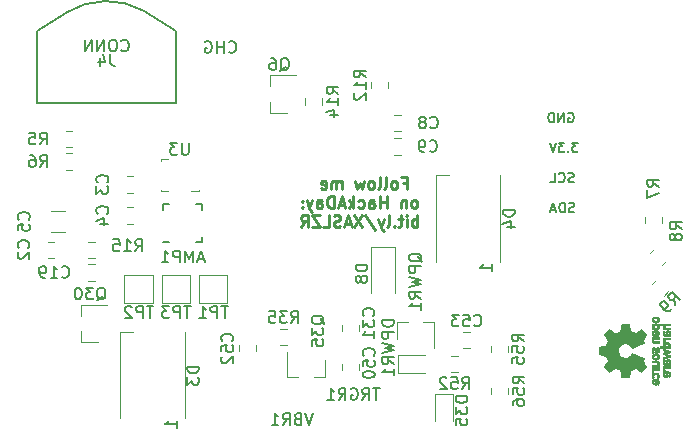
<source format=gbr>
G04 #@! TF.GenerationSoftware,KiCad,Pcbnew,7.0.9*
G04 #@! TF.CreationDate,2023-12-15T21:40:49-05:00*
G04 #@! TF.ProjectId,MainBoard,4d61696e-426f-4617-9264-2e6b69636164,rev?*
G04 #@! TF.SameCoordinates,Original*
G04 #@! TF.FileFunction,Legend,Bot*
G04 #@! TF.FilePolarity,Positive*
%FSLAX46Y46*%
G04 Gerber Fmt 4.6, Leading zero omitted, Abs format (unit mm)*
G04 Created by KiCad (PCBNEW 7.0.9) date 2023-12-15 21:40:49*
%MOMM*%
%LPD*%
G01*
G04 APERTURE LIST*
%ADD10C,0.170000*%
%ADD11C,0.230000*%
%ADD12C,0.200000*%
%ADD13C,0.150000*%
%ADD14C,0.120000*%
%ADD15C,0.010000*%
G04 APERTURE END LIST*
D10*
X72889904Y-81003540D02*
X72937523Y-81051160D01*
X72937523Y-81051160D02*
X73080380Y-81098779D01*
X73080380Y-81098779D02*
X73175618Y-81098779D01*
X73175618Y-81098779D02*
X73318475Y-81051160D01*
X73318475Y-81051160D02*
X73413713Y-80955921D01*
X73413713Y-80955921D02*
X73461332Y-80860683D01*
X73461332Y-80860683D02*
X73508951Y-80670207D01*
X73508951Y-80670207D02*
X73508951Y-80527350D01*
X73508951Y-80527350D02*
X73461332Y-80336874D01*
X73461332Y-80336874D02*
X73413713Y-80241636D01*
X73413713Y-80241636D02*
X73318475Y-80146398D01*
X73318475Y-80146398D02*
X73175618Y-80098779D01*
X73175618Y-80098779D02*
X73080380Y-80098779D01*
X73080380Y-80098779D02*
X72937523Y-80146398D01*
X72937523Y-80146398D02*
X72889904Y-80194017D01*
X72270856Y-80098779D02*
X72080380Y-80098779D01*
X72080380Y-80098779D02*
X71985142Y-80146398D01*
X71985142Y-80146398D02*
X71889904Y-80241636D01*
X71889904Y-80241636D02*
X71842285Y-80432112D01*
X71842285Y-80432112D02*
X71842285Y-80765445D01*
X71842285Y-80765445D02*
X71889904Y-80955921D01*
X71889904Y-80955921D02*
X71985142Y-81051160D01*
X71985142Y-81051160D02*
X72080380Y-81098779D01*
X72080380Y-81098779D02*
X72270856Y-81098779D01*
X72270856Y-81098779D02*
X72366094Y-81051160D01*
X72366094Y-81051160D02*
X72461332Y-80955921D01*
X72461332Y-80955921D02*
X72508951Y-80765445D01*
X72508951Y-80765445D02*
X72508951Y-80432112D01*
X72508951Y-80432112D02*
X72461332Y-80241636D01*
X72461332Y-80241636D02*
X72366094Y-80146398D01*
X72366094Y-80146398D02*
X72270856Y-80098779D01*
X71413713Y-81098779D02*
X71413713Y-80098779D01*
X71413713Y-80098779D02*
X70842285Y-81098779D01*
X70842285Y-81098779D02*
X70842285Y-80098779D01*
X70366094Y-81098779D02*
X70366094Y-80098779D01*
X70366094Y-80098779D02*
X69794666Y-81098779D01*
X69794666Y-81098779D02*
X69794666Y-80098779D01*
X81994285Y-81130540D02*
X82041904Y-81178160D01*
X82041904Y-81178160D02*
X82184761Y-81225779D01*
X82184761Y-81225779D02*
X82279999Y-81225779D01*
X82279999Y-81225779D02*
X82422856Y-81178160D01*
X82422856Y-81178160D02*
X82518094Y-81082921D01*
X82518094Y-81082921D02*
X82565713Y-80987683D01*
X82565713Y-80987683D02*
X82613332Y-80797207D01*
X82613332Y-80797207D02*
X82613332Y-80654350D01*
X82613332Y-80654350D02*
X82565713Y-80463874D01*
X82565713Y-80463874D02*
X82518094Y-80368636D01*
X82518094Y-80368636D02*
X82422856Y-80273398D01*
X82422856Y-80273398D02*
X82279999Y-80225779D01*
X82279999Y-80225779D02*
X82184761Y-80225779D01*
X82184761Y-80225779D02*
X82041904Y-80273398D01*
X82041904Y-80273398D02*
X81994285Y-80321017D01*
X81565713Y-81225779D02*
X81565713Y-80225779D01*
X81565713Y-80701969D02*
X80994285Y-80701969D01*
X80994285Y-81225779D02*
X80994285Y-80225779D01*
X79994285Y-80273398D02*
X80089523Y-80225779D01*
X80089523Y-80225779D02*
X80232380Y-80225779D01*
X80232380Y-80225779D02*
X80375237Y-80273398D01*
X80375237Y-80273398D02*
X80470475Y-80368636D01*
X80470475Y-80368636D02*
X80518094Y-80463874D01*
X80518094Y-80463874D02*
X80565713Y-80654350D01*
X80565713Y-80654350D02*
X80565713Y-80797207D01*
X80565713Y-80797207D02*
X80518094Y-80987683D01*
X80518094Y-80987683D02*
X80470475Y-81082921D01*
X80470475Y-81082921D02*
X80375237Y-81178160D01*
X80375237Y-81178160D02*
X80232380Y-81225779D01*
X80232380Y-81225779D02*
X80137142Y-81225779D01*
X80137142Y-81225779D02*
X79994285Y-81178160D01*
X79994285Y-81178160D02*
X79946666Y-81130540D01*
X79946666Y-81130540D02*
X79946666Y-80797207D01*
X79946666Y-80797207D02*
X80137142Y-80797207D01*
D11*
X96719567Y-92220649D02*
X97052900Y-92220649D01*
X97052900Y-92744459D02*
X97052900Y-91744459D01*
X97052900Y-91744459D02*
X96576710Y-91744459D01*
X96052900Y-92744459D02*
X96148138Y-92696840D01*
X96148138Y-92696840D02*
X96195757Y-92649220D01*
X96195757Y-92649220D02*
X96243376Y-92553982D01*
X96243376Y-92553982D02*
X96243376Y-92268268D01*
X96243376Y-92268268D02*
X96195757Y-92173030D01*
X96195757Y-92173030D02*
X96148138Y-92125411D01*
X96148138Y-92125411D02*
X96052900Y-92077792D01*
X96052900Y-92077792D02*
X95910043Y-92077792D01*
X95910043Y-92077792D02*
X95814805Y-92125411D01*
X95814805Y-92125411D02*
X95767186Y-92173030D01*
X95767186Y-92173030D02*
X95719567Y-92268268D01*
X95719567Y-92268268D02*
X95719567Y-92553982D01*
X95719567Y-92553982D02*
X95767186Y-92649220D01*
X95767186Y-92649220D02*
X95814805Y-92696840D01*
X95814805Y-92696840D02*
X95910043Y-92744459D01*
X95910043Y-92744459D02*
X96052900Y-92744459D01*
X95148138Y-92744459D02*
X95243376Y-92696840D01*
X95243376Y-92696840D02*
X95290995Y-92601601D01*
X95290995Y-92601601D02*
X95290995Y-91744459D01*
X94624328Y-92744459D02*
X94719566Y-92696840D01*
X94719566Y-92696840D02*
X94767185Y-92601601D01*
X94767185Y-92601601D02*
X94767185Y-91744459D01*
X94100518Y-92744459D02*
X94195756Y-92696840D01*
X94195756Y-92696840D02*
X94243375Y-92649220D01*
X94243375Y-92649220D02*
X94290994Y-92553982D01*
X94290994Y-92553982D02*
X94290994Y-92268268D01*
X94290994Y-92268268D02*
X94243375Y-92173030D01*
X94243375Y-92173030D02*
X94195756Y-92125411D01*
X94195756Y-92125411D02*
X94100518Y-92077792D01*
X94100518Y-92077792D02*
X93957661Y-92077792D01*
X93957661Y-92077792D02*
X93862423Y-92125411D01*
X93862423Y-92125411D02*
X93814804Y-92173030D01*
X93814804Y-92173030D02*
X93767185Y-92268268D01*
X93767185Y-92268268D02*
X93767185Y-92553982D01*
X93767185Y-92553982D02*
X93814804Y-92649220D01*
X93814804Y-92649220D02*
X93862423Y-92696840D01*
X93862423Y-92696840D02*
X93957661Y-92744459D01*
X93957661Y-92744459D02*
X94100518Y-92744459D01*
X93433851Y-92077792D02*
X93243375Y-92744459D01*
X93243375Y-92744459D02*
X93052899Y-92268268D01*
X93052899Y-92268268D02*
X92862423Y-92744459D01*
X92862423Y-92744459D02*
X92671947Y-92077792D01*
X91529089Y-92744459D02*
X91529089Y-92077792D01*
X91529089Y-92173030D02*
X91481470Y-92125411D01*
X91481470Y-92125411D02*
X91386232Y-92077792D01*
X91386232Y-92077792D02*
X91243375Y-92077792D01*
X91243375Y-92077792D02*
X91148137Y-92125411D01*
X91148137Y-92125411D02*
X91100518Y-92220649D01*
X91100518Y-92220649D02*
X91100518Y-92744459D01*
X91100518Y-92220649D02*
X91052899Y-92125411D01*
X91052899Y-92125411D02*
X90957661Y-92077792D01*
X90957661Y-92077792D02*
X90814804Y-92077792D01*
X90814804Y-92077792D02*
X90719565Y-92125411D01*
X90719565Y-92125411D02*
X90671946Y-92220649D01*
X90671946Y-92220649D02*
X90671946Y-92744459D01*
X89814804Y-92696840D02*
X89910042Y-92744459D01*
X89910042Y-92744459D02*
X90100518Y-92744459D01*
X90100518Y-92744459D02*
X90195756Y-92696840D01*
X90195756Y-92696840D02*
X90243375Y-92601601D01*
X90243375Y-92601601D02*
X90243375Y-92220649D01*
X90243375Y-92220649D02*
X90195756Y-92125411D01*
X90195756Y-92125411D02*
X90100518Y-92077792D01*
X90100518Y-92077792D02*
X89910042Y-92077792D01*
X89910042Y-92077792D02*
X89814804Y-92125411D01*
X89814804Y-92125411D02*
X89767185Y-92220649D01*
X89767185Y-92220649D02*
X89767185Y-92315887D01*
X89767185Y-92315887D02*
X90243375Y-92411125D01*
X97767185Y-94354459D02*
X97862423Y-94306840D01*
X97862423Y-94306840D02*
X97910042Y-94259220D01*
X97910042Y-94259220D02*
X97957661Y-94163982D01*
X97957661Y-94163982D02*
X97957661Y-93878268D01*
X97957661Y-93878268D02*
X97910042Y-93783030D01*
X97910042Y-93783030D02*
X97862423Y-93735411D01*
X97862423Y-93735411D02*
X97767185Y-93687792D01*
X97767185Y-93687792D02*
X97624328Y-93687792D01*
X97624328Y-93687792D02*
X97529090Y-93735411D01*
X97529090Y-93735411D02*
X97481471Y-93783030D01*
X97481471Y-93783030D02*
X97433852Y-93878268D01*
X97433852Y-93878268D02*
X97433852Y-94163982D01*
X97433852Y-94163982D02*
X97481471Y-94259220D01*
X97481471Y-94259220D02*
X97529090Y-94306840D01*
X97529090Y-94306840D02*
X97624328Y-94354459D01*
X97624328Y-94354459D02*
X97767185Y-94354459D01*
X97005280Y-93687792D02*
X97005280Y-94354459D01*
X97005280Y-93783030D02*
X96957661Y-93735411D01*
X96957661Y-93735411D02*
X96862423Y-93687792D01*
X96862423Y-93687792D02*
X96719566Y-93687792D01*
X96719566Y-93687792D02*
X96624328Y-93735411D01*
X96624328Y-93735411D02*
X96576709Y-93830649D01*
X96576709Y-93830649D02*
X96576709Y-94354459D01*
X95338613Y-94354459D02*
X95338613Y-93354459D01*
X95338613Y-93830649D02*
X94767185Y-93830649D01*
X94767185Y-94354459D02*
X94767185Y-93354459D01*
X93862423Y-94354459D02*
X93862423Y-93830649D01*
X93862423Y-93830649D02*
X93910042Y-93735411D01*
X93910042Y-93735411D02*
X94005280Y-93687792D01*
X94005280Y-93687792D02*
X94195756Y-93687792D01*
X94195756Y-93687792D02*
X94290994Y-93735411D01*
X93862423Y-94306840D02*
X93957661Y-94354459D01*
X93957661Y-94354459D02*
X94195756Y-94354459D01*
X94195756Y-94354459D02*
X94290994Y-94306840D01*
X94290994Y-94306840D02*
X94338613Y-94211601D01*
X94338613Y-94211601D02*
X94338613Y-94116363D01*
X94338613Y-94116363D02*
X94290994Y-94021125D01*
X94290994Y-94021125D02*
X94195756Y-93973506D01*
X94195756Y-93973506D02*
X93957661Y-93973506D01*
X93957661Y-93973506D02*
X93862423Y-93925887D01*
X92957661Y-94306840D02*
X93052899Y-94354459D01*
X93052899Y-94354459D02*
X93243375Y-94354459D01*
X93243375Y-94354459D02*
X93338613Y-94306840D01*
X93338613Y-94306840D02*
X93386232Y-94259220D01*
X93386232Y-94259220D02*
X93433851Y-94163982D01*
X93433851Y-94163982D02*
X93433851Y-93878268D01*
X93433851Y-93878268D02*
X93386232Y-93783030D01*
X93386232Y-93783030D02*
X93338613Y-93735411D01*
X93338613Y-93735411D02*
X93243375Y-93687792D01*
X93243375Y-93687792D02*
X93052899Y-93687792D01*
X93052899Y-93687792D02*
X92957661Y-93735411D01*
X92529089Y-94354459D02*
X92529089Y-93354459D01*
X92433851Y-93973506D02*
X92148137Y-94354459D01*
X92148137Y-93687792D02*
X92529089Y-94068744D01*
X91767184Y-94068744D02*
X91290994Y-94068744D01*
X91862422Y-94354459D02*
X91529089Y-93354459D01*
X91529089Y-93354459D02*
X91195756Y-94354459D01*
X90862422Y-94354459D02*
X90862422Y-93354459D01*
X90862422Y-93354459D02*
X90624327Y-93354459D01*
X90624327Y-93354459D02*
X90481470Y-93402078D01*
X90481470Y-93402078D02*
X90386232Y-93497316D01*
X90386232Y-93497316D02*
X90338613Y-93592554D01*
X90338613Y-93592554D02*
X90290994Y-93783030D01*
X90290994Y-93783030D02*
X90290994Y-93925887D01*
X90290994Y-93925887D02*
X90338613Y-94116363D01*
X90338613Y-94116363D02*
X90386232Y-94211601D01*
X90386232Y-94211601D02*
X90481470Y-94306840D01*
X90481470Y-94306840D02*
X90624327Y-94354459D01*
X90624327Y-94354459D02*
X90862422Y-94354459D01*
X89433851Y-94354459D02*
X89433851Y-93830649D01*
X89433851Y-93830649D02*
X89481470Y-93735411D01*
X89481470Y-93735411D02*
X89576708Y-93687792D01*
X89576708Y-93687792D02*
X89767184Y-93687792D01*
X89767184Y-93687792D02*
X89862422Y-93735411D01*
X89433851Y-94306840D02*
X89529089Y-94354459D01*
X89529089Y-94354459D02*
X89767184Y-94354459D01*
X89767184Y-94354459D02*
X89862422Y-94306840D01*
X89862422Y-94306840D02*
X89910041Y-94211601D01*
X89910041Y-94211601D02*
X89910041Y-94116363D01*
X89910041Y-94116363D02*
X89862422Y-94021125D01*
X89862422Y-94021125D02*
X89767184Y-93973506D01*
X89767184Y-93973506D02*
X89529089Y-93973506D01*
X89529089Y-93973506D02*
X89433851Y-93925887D01*
X89052898Y-93687792D02*
X88814803Y-94354459D01*
X88576708Y-93687792D02*
X88814803Y-94354459D01*
X88814803Y-94354459D02*
X88910041Y-94592554D01*
X88910041Y-94592554D02*
X88957660Y-94640173D01*
X88957660Y-94640173D02*
X89052898Y-94687792D01*
X88195755Y-94259220D02*
X88148136Y-94306840D01*
X88148136Y-94306840D02*
X88195755Y-94354459D01*
X88195755Y-94354459D02*
X88243374Y-94306840D01*
X88243374Y-94306840D02*
X88195755Y-94259220D01*
X88195755Y-94259220D02*
X88195755Y-94354459D01*
X88195755Y-93735411D02*
X88148136Y-93783030D01*
X88148136Y-93783030D02*
X88195755Y-93830649D01*
X88195755Y-93830649D02*
X88243374Y-93783030D01*
X88243374Y-93783030D02*
X88195755Y-93735411D01*
X88195755Y-93735411D02*
X88195755Y-93830649D01*
X97957661Y-95964459D02*
X97957661Y-94964459D01*
X97957661Y-95345411D02*
X97862423Y-95297792D01*
X97862423Y-95297792D02*
X97671947Y-95297792D01*
X97671947Y-95297792D02*
X97576709Y-95345411D01*
X97576709Y-95345411D02*
X97529090Y-95393030D01*
X97529090Y-95393030D02*
X97481471Y-95488268D01*
X97481471Y-95488268D02*
X97481471Y-95773982D01*
X97481471Y-95773982D02*
X97529090Y-95869220D01*
X97529090Y-95869220D02*
X97576709Y-95916840D01*
X97576709Y-95916840D02*
X97671947Y-95964459D01*
X97671947Y-95964459D02*
X97862423Y-95964459D01*
X97862423Y-95964459D02*
X97957661Y-95916840D01*
X97052899Y-95964459D02*
X97052899Y-95297792D01*
X97052899Y-94964459D02*
X97100518Y-95012078D01*
X97100518Y-95012078D02*
X97052899Y-95059697D01*
X97052899Y-95059697D02*
X97005280Y-95012078D01*
X97005280Y-95012078D02*
X97052899Y-94964459D01*
X97052899Y-94964459D02*
X97052899Y-95059697D01*
X96719566Y-95297792D02*
X96338614Y-95297792D01*
X96576709Y-94964459D02*
X96576709Y-95821601D01*
X96576709Y-95821601D02*
X96529090Y-95916840D01*
X96529090Y-95916840D02*
X96433852Y-95964459D01*
X96433852Y-95964459D02*
X96338614Y-95964459D01*
X96005280Y-95869220D02*
X95957661Y-95916840D01*
X95957661Y-95916840D02*
X96005280Y-95964459D01*
X96005280Y-95964459D02*
X96052899Y-95916840D01*
X96052899Y-95916840D02*
X96005280Y-95869220D01*
X96005280Y-95869220D02*
X96005280Y-95964459D01*
X95386233Y-95964459D02*
X95481471Y-95916840D01*
X95481471Y-95916840D02*
X95529090Y-95821601D01*
X95529090Y-95821601D02*
X95529090Y-94964459D01*
X95100518Y-95297792D02*
X94862423Y-95964459D01*
X94624328Y-95297792D02*
X94862423Y-95964459D01*
X94862423Y-95964459D02*
X94957661Y-96202554D01*
X94957661Y-96202554D02*
X95005280Y-96250173D01*
X95005280Y-96250173D02*
X95100518Y-96297792D01*
X93529090Y-94916840D02*
X94386232Y-96202554D01*
X93290994Y-94964459D02*
X92624328Y-95964459D01*
X92624328Y-94964459D02*
X93290994Y-95964459D01*
X92290994Y-95678744D02*
X91814804Y-95678744D01*
X92386232Y-95964459D02*
X92052899Y-94964459D01*
X92052899Y-94964459D02*
X91719566Y-95964459D01*
X91433851Y-95916840D02*
X91290994Y-95964459D01*
X91290994Y-95964459D02*
X91052899Y-95964459D01*
X91052899Y-95964459D02*
X90957661Y-95916840D01*
X90957661Y-95916840D02*
X90910042Y-95869220D01*
X90910042Y-95869220D02*
X90862423Y-95773982D01*
X90862423Y-95773982D02*
X90862423Y-95678744D01*
X90862423Y-95678744D02*
X90910042Y-95583506D01*
X90910042Y-95583506D02*
X90957661Y-95535887D01*
X90957661Y-95535887D02*
X91052899Y-95488268D01*
X91052899Y-95488268D02*
X91243375Y-95440649D01*
X91243375Y-95440649D02*
X91338613Y-95393030D01*
X91338613Y-95393030D02*
X91386232Y-95345411D01*
X91386232Y-95345411D02*
X91433851Y-95250173D01*
X91433851Y-95250173D02*
X91433851Y-95154935D01*
X91433851Y-95154935D02*
X91386232Y-95059697D01*
X91386232Y-95059697D02*
X91338613Y-95012078D01*
X91338613Y-95012078D02*
X91243375Y-94964459D01*
X91243375Y-94964459D02*
X91005280Y-94964459D01*
X91005280Y-94964459D02*
X90862423Y-95012078D01*
X89957661Y-95964459D02*
X90433851Y-95964459D01*
X90433851Y-95964459D02*
X90433851Y-94964459D01*
X89719565Y-94964459D02*
X89052899Y-94964459D01*
X89052899Y-94964459D02*
X89719565Y-95964459D01*
X89719565Y-95964459D02*
X89052899Y-95964459D01*
X88100518Y-95964459D02*
X88433851Y-95488268D01*
X88671946Y-95964459D02*
X88671946Y-94964459D01*
X88671946Y-94964459D02*
X88290994Y-94964459D01*
X88290994Y-94964459D02*
X88195756Y-95012078D01*
X88195756Y-95012078D02*
X88148137Y-95059697D01*
X88148137Y-95059697D02*
X88100518Y-95154935D01*
X88100518Y-95154935D02*
X88100518Y-95297792D01*
X88100518Y-95297792D02*
X88148137Y-95393030D01*
X88148137Y-95393030D02*
X88195756Y-95440649D01*
X88195756Y-95440649D02*
X88290994Y-95488268D01*
X88290994Y-95488268D02*
X88671946Y-95488268D01*
D12*
X111207428Y-94682600D02*
X111093142Y-94720695D01*
X111093142Y-94720695D02*
X110902666Y-94720695D01*
X110902666Y-94720695D02*
X110826475Y-94682600D01*
X110826475Y-94682600D02*
X110788380Y-94644504D01*
X110788380Y-94644504D02*
X110750285Y-94568314D01*
X110750285Y-94568314D02*
X110750285Y-94492123D01*
X110750285Y-94492123D02*
X110788380Y-94415933D01*
X110788380Y-94415933D02*
X110826475Y-94377838D01*
X110826475Y-94377838D02*
X110902666Y-94339742D01*
X110902666Y-94339742D02*
X111055047Y-94301647D01*
X111055047Y-94301647D02*
X111131237Y-94263552D01*
X111131237Y-94263552D02*
X111169332Y-94225457D01*
X111169332Y-94225457D02*
X111207428Y-94149266D01*
X111207428Y-94149266D02*
X111207428Y-94073076D01*
X111207428Y-94073076D02*
X111169332Y-93996885D01*
X111169332Y-93996885D02*
X111131237Y-93958790D01*
X111131237Y-93958790D02*
X111055047Y-93920695D01*
X111055047Y-93920695D02*
X110864570Y-93920695D01*
X110864570Y-93920695D02*
X110750285Y-93958790D01*
X110407427Y-94720695D02*
X110407427Y-93920695D01*
X110407427Y-93920695D02*
X110216951Y-93920695D01*
X110216951Y-93920695D02*
X110102665Y-93958790D01*
X110102665Y-93958790D02*
X110026475Y-94034980D01*
X110026475Y-94034980D02*
X109988380Y-94111171D01*
X109988380Y-94111171D02*
X109950284Y-94263552D01*
X109950284Y-94263552D02*
X109950284Y-94377838D01*
X109950284Y-94377838D02*
X109988380Y-94530219D01*
X109988380Y-94530219D02*
X110026475Y-94606409D01*
X110026475Y-94606409D02*
X110102665Y-94682600D01*
X110102665Y-94682600D02*
X110216951Y-94720695D01*
X110216951Y-94720695D02*
X110407427Y-94720695D01*
X109645523Y-94492123D02*
X109264570Y-94492123D01*
X109721713Y-94720695D02*
X109455046Y-93920695D01*
X109455046Y-93920695D02*
X109188380Y-94720695D01*
X111188381Y-92142600D02*
X111074095Y-92180695D01*
X111074095Y-92180695D02*
X110883619Y-92180695D01*
X110883619Y-92180695D02*
X110807428Y-92142600D01*
X110807428Y-92142600D02*
X110769333Y-92104504D01*
X110769333Y-92104504D02*
X110731238Y-92028314D01*
X110731238Y-92028314D02*
X110731238Y-91952123D01*
X110731238Y-91952123D02*
X110769333Y-91875933D01*
X110769333Y-91875933D02*
X110807428Y-91837838D01*
X110807428Y-91837838D02*
X110883619Y-91799742D01*
X110883619Y-91799742D02*
X111036000Y-91761647D01*
X111036000Y-91761647D02*
X111112190Y-91723552D01*
X111112190Y-91723552D02*
X111150285Y-91685457D01*
X111150285Y-91685457D02*
X111188381Y-91609266D01*
X111188381Y-91609266D02*
X111188381Y-91533076D01*
X111188381Y-91533076D02*
X111150285Y-91456885D01*
X111150285Y-91456885D02*
X111112190Y-91418790D01*
X111112190Y-91418790D02*
X111036000Y-91380695D01*
X111036000Y-91380695D02*
X110845523Y-91380695D01*
X110845523Y-91380695D02*
X110731238Y-91418790D01*
X109931237Y-92104504D02*
X109969333Y-92142600D01*
X109969333Y-92142600D02*
X110083618Y-92180695D01*
X110083618Y-92180695D02*
X110159809Y-92180695D01*
X110159809Y-92180695D02*
X110274095Y-92142600D01*
X110274095Y-92142600D02*
X110350285Y-92066409D01*
X110350285Y-92066409D02*
X110388380Y-91990219D01*
X110388380Y-91990219D02*
X110426476Y-91837838D01*
X110426476Y-91837838D02*
X110426476Y-91723552D01*
X110426476Y-91723552D02*
X110388380Y-91571171D01*
X110388380Y-91571171D02*
X110350285Y-91494980D01*
X110350285Y-91494980D02*
X110274095Y-91418790D01*
X110274095Y-91418790D02*
X110159809Y-91380695D01*
X110159809Y-91380695D02*
X110083618Y-91380695D01*
X110083618Y-91380695D02*
X109969333Y-91418790D01*
X109969333Y-91418790D02*
X109931237Y-91456885D01*
X109207428Y-92180695D02*
X109588380Y-92180695D01*
X109588380Y-92180695D02*
X109588380Y-91380695D01*
X111543952Y-88840695D02*
X111048714Y-88840695D01*
X111048714Y-88840695D02*
X111315380Y-89145457D01*
X111315380Y-89145457D02*
X111201095Y-89145457D01*
X111201095Y-89145457D02*
X111124904Y-89183552D01*
X111124904Y-89183552D02*
X111086809Y-89221647D01*
X111086809Y-89221647D02*
X111048714Y-89297838D01*
X111048714Y-89297838D02*
X111048714Y-89488314D01*
X111048714Y-89488314D02*
X111086809Y-89564504D01*
X111086809Y-89564504D02*
X111124904Y-89602600D01*
X111124904Y-89602600D02*
X111201095Y-89640695D01*
X111201095Y-89640695D02*
X111429666Y-89640695D01*
X111429666Y-89640695D02*
X111505857Y-89602600D01*
X111505857Y-89602600D02*
X111543952Y-89564504D01*
X110705856Y-89564504D02*
X110667761Y-89602600D01*
X110667761Y-89602600D02*
X110705856Y-89640695D01*
X110705856Y-89640695D02*
X110743952Y-89602600D01*
X110743952Y-89602600D02*
X110705856Y-89564504D01*
X110705856Y-89564504D02*
X110705856Y-89640695D01*
X110401095Y-88840695D02*
X109905857Y-88840695D01*
X109905857Y-88840695D02*
X110172523Y-89145457D01*
X110172523Y-89145457D02*
X110058238Y-89145457D01*
X110058238Y-89145457D02*
X109982047Y-89183552D01*
X109982047Y-89183552D02*
X109943952Y-89221647D01*
X109943952Y-89221647D02*
X109905857Y-89297838D01*
X109905857Y-89297838D02*
X109905857Y-89488314D01*
X109905857Y-89488314D02*
X109943952Y-89564504D01*
X109943952Y-89564504D02*
X109982047Y-89602600D01*
X109982047Y-89602600D02*
X110058238Y-89640695D01*
X110058238Y-89640695D02*
X110286809Y-89640695D01*
X110286809Y-89640695D02*
X110363000Y-89602600D01*
X110363000Y-89602600D02*
X110401095Y-89564504D01*
X109677285Y-88840695D02*
X109410618Y-89640695D01*
X109410618Y-89640695D02*
X109143952Y-88840695D01*
X110718523Y-86338790D02*
X110794713Y-86300695D01*
X110794713Y-86300695D02*
X110908999Y-86300695D01*
X110908999Y-86300695D02*
X111023285Y-86338790D01*
X111023285Y-86338790D02*
X111099475Y-86414980D01*
X111099475Y-86414980D02*
X111137570Y-86491171D01*
X111137570Y-86491171D02*
X111175666Y-86643552D01*
X111175666Y-86643552D02*
X111175666Y-86757838D01*
X111175666Y-86757838D02*
X111137570Y-86910219D01*
X111137570Y-86910219D02*
X111099475Y-86986409D01*
X111099475Y-86986409D02*
X111023285Y-87062600D01*
X111023285Y-87062600D02*
X110908999Y-87100695D01*
X110908999Y-87100695D02*
X110832808Y-87100695D01*
X110832808Y-87100695D02*
X110718523Y-87062600D01*
X110718523Y-87062600D02*
X110680427Y-87024504D01*
X110680427Y-87024504D02*
X110680427Y-86757838D01*
X110680427Y-86757838D02*
X110832808Y-86757838D01*
X110337570Y-87100695D02*
X110337570Y-86300695D01*
X110337570Y-86300695D02*
X109880427Y-87100695D01*
X109880427Y-87100695D02*
X109880427Y-86300695D01*
X109499475Y-87100695D02*
X109499475Y-86300695D01*
X109499475Y-86300695D02*
X109308999Y-86300695D01*
X109308999Y-86300695D02*
X109194713Y-86338790D01*
X109194713Y-86338790D02*
X109118523Y-86414980D01*
X109118523Y-86414980D02*
X109080428Y-86491171D01*
X109080428Y-86491171D02*
X109042332Y-86643552D01*
X109042332Y-86643552D02*
X109042332Y-86757838D01*
X109042332Y-86757838D02*
X109080428Y-86910219D01*
X109080428Y-86910219D02*
X109118523Y-86986409D01*
X109118523Y-86986409D02*
X109194713Y-87062600D01*
X109194713Y-87062600D02*
X109308999Y-87100695D01*
X109308999Y-87100695D02*
X109499475Y-87100695D01*
D13*
X120330119Y-96150133D02*
X119853928Y-95816800D01*
X120330119Y-95578705D02*
X119330119Y-95578705D01*
X119330119Y-95578705D02*
X119330119Y-95959657D01*
X119330119Y-95959657D02*
X119377738Y-96054895D01*
X119377738Y-96054895D02*
X119425357Y-96102514D01*
X119425357Y-96102514D02*
X119520595Y-96150133D01*
X119520595Y-96150133D02*
X119663452Y-96150133D01*
X119663452Y-96150133D02*
X119758690Y-96102514D01*
X119758690Y-96102514D02*
X119806309Y-96054895D01*
X119806309Y-96054895D02*
X119853928Y-95959657D01*
X119853928Y-95959657D02*
X119853928Y-95578705D01*
X119758690Y-96721562D02*
X119711071Y-96626324D01*
X119711071Y-96626324D02*
X119663452Y-96578705D01*
X119663452Y-96578705D02*
X119568214Y-96531086D01*
X119568214Y-96531086D02*
X119520595Y-96531086D01*
X119520595Y-96531086D02*
X119425357Y-96578705D01*
X119425357Y-96578705D02*
X119377738Y-96626324D01*
X119377738Y-96626324D02*
X119330119Y-96721562D01*
X119330119Y-96721562D02*
X119330119Y-96912038D01*
X119330119Y-96912038D02*
X119377738Y-97007276D01*
X119377738Y-97007276D02*
X119425357Y-97054895D01*
X119425357Y-97054895D02*
X119520595Y-97102514D01*
X119520595Y-97102514D02*
X119568214Y-97102514D01*
X119568214Y-97102514D02*
X119663452Y-97054895D01*
X119663452Y-97054895D02*
X119711071Y-97007276D01*
X119711071Y-97007276D02*
X119758690Y-96912038D01*
X119758690Y-96912038D02*
X119758690Y-96721562D01*
X119758690Y-96721562D02*
X119806309Y-96626324D01*
X119806309Y-96626324D02*
X119853928Y-96578705D01*
X119853928Y-96578705D02*
X119949166Y-96531086D01*
X119949166Y-96531086D02*
X120139642Y-96531086D01*
X120139642Y-96531086D02*
X120234880Y-96578705D01*
X120234880Y-96578705D02*
X120282500Y-96626324D01*
X120282500Y-96626324D02*
X120330119Y-96721562D01*
X120330119Y-96721562D02*
X120330119Y-96912038D01*
X120330119Y-96912038D02*
X120282500Y-97007276D01*
X120282500Y-97007276D02*
X120234880Y-97054895D01*
X120234880Y-97054895D02*
X120139642Y-97102514D01*
X120139642Y-97102514D02*
X119949166Y-97102514D01*
X119949166Y-97102514D02*
X119853928Y-97054895D01*
X119853928Y-97054895D02*
X119806309Y-97007276D01*
X119806309Y-97007276D02*
X119758690Y-96912038D01*
X119794056Y-102591154D02*
X119693041Y-102018735D01*
X120198117Y-102187093D02*
X119491010Y-101479987D01*
X119491010Y-101479987D02*
X119221636Y-101749361D01*
X119221636Y-101749361D02*
X119187964Y-101850376D01*
X119187964Y-101850376D02*
X119187964Y-101917719D01*
X119187964Y-101917719D02*
X119221636Y-102018735D01*
X119221636Y-102018735D02*
X119322651Y-102119750D01*
X119322651Y-102119750D02*
X119423667Y-102153422D01*
X119423667Y-102153422D02*
X119491010Y-102153422D01*
X119491010Y-102153422D02*
X119592025Y-102119750D01*
X119592025Y-102119750D02*
X119861399Y-101850376D01*
X119457338Y-102927872D02*
X119322651Y-103062559D01*
X119322651Y-103062559D02*
X119221636Y-103096231D01*
X119221636Y-103096231D02*
X119154293Y-103096231D01*
X119154293Y-103096231D02*
X118985934Y-103062559D01*
X118985934Y-103062559D02*
X118817575Y-102961544D01*
X118817575Y-102961544D02*
X118548201Y-102692170D01*
X118548201Y-102692170D02*
X118514529Y-102591154D01*
X118514529Y-102591154D02*
X118514529Y-102523811D01*
X118514529Y-102523811D02*
X118548201Y-102422796D01*
X118548201Y-102422796D02*
X118682888Y-102288109D01*
X118682888Y-102288109D02*
X118783903Y-102254437D01*
X118783903Y-102254437D02*
X118851247Y-102254437D01*
X118851247Y-102254437D02*
X118952262Y-102288109D01*
X118952262Y-102288109D02*
X119120621Y-102456467D01*
X119120621Y-102456467D02*
X119154293Y-102557483D01*
X119154293Y-102557483D02*
X119154293Y-102624826D01*
X119154293Y-102624826D02*
X119120621Y-102725841D01*
X119120621Y-102725841D02*
X118985934Y-102860528D01*
X118985934Y-102860528D02*
X118884919Y-102894200D01*
X118884919Y-102894200D02*
X118817575Y-102894200D01*
X118817575Y-102894200D02*
X118716560Y-102860528D01*
X81906904Y-102671819D02*
X81335476Y-102671819D01*
X81621190Y-103671819D02*
X81621190Y-102671819D01*
X81002142Y-103671819D02*
X81002142Y-102671819D01*
X81002142Y-102671819D02*
X80621190Y-102671819D01*
X80621190Y-102671819D02*
X80525952Y-102719438D01*
X80525952Y-102719438D02*
X80478333Y-102767057D01*
X80478333Y-102767057D02*
X80430714Y-102862295D01*
X80430714Y-102862295D02*
X80430714Y-103005152D01*
X80430714Y-103005152D02*
X80478333Y-103100390D01*
X80478333Y-103100390D02*
X80525952Y-103148009D01*
X80525952Y-103148009D02*
X80621190Y-103195628D01*
X80621190Y-103195628D02*
X81002142Y-103195628D01*
X79478333Y-103671819D02*
X80049761Y-103671819D01*
X79764047Y-103671819D02*
X79764047Y-102671819D01*
X79764047Y-102671819D02*
X79859285Y-102814676D01*
X79859285Y-102814676D02*
X79954523Y-102909914D01*
X79954523Y-102909914D02*
X80049761Y-102957533D01*
X75607704Y-102671819D02*
X75036276Y-102671819D01*
X75321990Y-103671819D02*
X75321990Y-102671819D01*
X74702942Y-103671819D02*
X74702942Y-102671819D01*
X74702942Y-102671819D02*
X74321990Y-102671819D01*
X74321990Y-102671819D02*
X74226752Y-102719438D01*
X74226752Y-102719438D02*
X74179133Y-102767057D01*
X74179133Y-102767057D02*
X74131514Y-102862295D01*
X74131514Y-102862295D02*
X74131514Y-103005152D01*
X74131514Y-103005152D02*
X74179133Y-103100390D01*
X74179133Y-103100390D02*
X74226752Y-103148009D01*
X74226752Y-103148009D02*
X74321990Y-103195628D01*
X74321990Y-103195628D02*
X74702942Y-103195628D01*
X73750561Y-102767057D02*
X73702942Y-102719438D01*
X73702942Y-102719438D02*
X73607704Y-102671819D01*
X73607704Y-102671819D02*
X73369609Y-102671819D01*
X73369609Y-102671819D02*
X73274371Y-102719438D01*
X73274371Y-102719438D02*
X73226752Y-102767057D01*
X73226752Y-102767057D02*
X73179133Y-102862295D01*
X73179133Y-102862295D02*
X73179133Y-102957533D01*
X73179133Y-102957533D02*
X73226752Y-103100390D01*
X73226752Y-103100390D02*
X73798180Y-103671819D01*
X73798180Y-103671819D02*
X73179133Y-103671819D01*
X78757304Y-102671819D02*
X78185876Y-102671819D01*
X78471590Y-103671819D02*
X78471590Y-102671819D01*
X77852542Y-103671819D02*
X77852542Y-102671819D01*
X77852542Y-102671819D02*
X77471590Y-102671819D01*
X77471590Y-102671819D02*
X77376352Y-102719438D01*
X77376352Y-102719438D02*
X77328733Y-102767057D01*
X77328733Y-102767057D02*
X77281114Y-102862295D01*
X77281114Y-102862295D02*
X77281114Y-103005152D01*
X77281114Y-103005152D02*
X77328733Y-103100390D01*
X77328733Y-103100390D02*
X77376352Y-103148009D01*
X77376352Y-103148009D02*
X77471590Y-103195628D01*
X77471590Y-103195628D02*
X77852542Y-103195628D01*
X76947780Y-102671819D02*
X76328733Y-102671819D01*
X76328733Y-102671819D02*
X76662066Y-103052771D01*
X76662066Y-103052771D02*
X76519209Y-103052771D01*
X76519209Y-103052771D02*
X76423971Y-103100390D01*
X76423971Y-103100390D02*
X76376352Y-103148009D01*
X76376352Y-103148009D02*
X76328733Y-103243247D01*
X76328733Y-103243247D02*
X76328733Y-103481342D01*
X76328733Y-103481342D02*
X76376352Y-103576580D01*
X76376352Y-103576580D02*
X76423971Y-103624200D01*
X76423971Y-103624200D02*
X76519209Y-103671819D01*
X76519209Y-103671819D02*
X76804923Y-103671819D01*
X76804923Y-103671819D02*
X76900161Y-103624200D01*
X76900161Y-103624200D02*
X76947780Y-103576580D01*
X118412419Y-92543333D02*
X117936228Y-92210000D01*
X118412419Y-91971905D02*
X117412419Y-91971905D01*
X117412419Y-91971905D02*
X117412419Y-92352857D01*
X117412419Y-92352857D02*
X117460038Y-92448095D01*
X117460038Y-92448095D02*
X117507657Y-92495714D01*
X117507657Y-92495714D02*
X117602895Y-92543333D01*
X117602895Y-92543333D02*
X117745752Y-92543333D01*
X117745752Y-92543333D02*
X117840990Y-92495714D01*
X117840990Y-92495714D02*
X117888609Y-92448095D01*
X117888609Y-92448095D02*
X117936228Y-92352857D01*
X117936228Y-92352857D02*
X117936228Y-91971905D01*
X117412419Y-92876667D02*
X117412419Y-93543333D01*
X117412419Y-93543333D02*
X118412419Y-93114762D01*
X65027980Y-95337333D02*
X65075600Y-95289714D01*
X65075600Y-95289714D02*
X65123219Y-95146857D01*
X65123219Y-95146857D02*
X65123219Y-95051619D01*
X65123219Y-95051619D02*
X65075600Y-94908762D01*
X65075600Y-94908762D02*
X64980361Y-94813524D01*
X64980361Y-94813524D02*
X64885123Y-94765905D01*
X64885123Y-94765905D02*
X64694647Y-94718286D01*
X64694647Y-94718286D02*
X64551790Y-94718286D01*
X64551790Y-94718286D02*
X64361314Y-94765905D01*
X64361314Y-94765905D02*
X64266076Y-94813524D01*
X64266076Y-94813524D02*
X64170838Y-94908762D01*
X64170838Y-94908762D02*
X64123219Y-95051619D01*
X64123219Y-95051619D02*
X64123219Y-95146857D01*
X64123219Y-95146857D02*
X64170838Y-95289714D01*
X64170838Y-95289714D02*
X64218457Y-95337333D01*
X64123219Y-96242095D02*
X64123219Y-95765905D01*
X64123219Y-95765905D02*
X64599409Y-95718286D01*
X64599409Y-95718286D02*
X64551790Y-95765905D01*
X64551790Y-95765905D02*
X64504171Y-95861143D01*
X64504171Y-95861143D02*
X64504171Y-96099238D01*
X64504171Y-96099238D02*
X64551790Y-96194476D01*
X64551790Y-96194476D02*
X64599409Y-96242095D01*
X64599409Y-96242095D02*
X64694647Y-96289714D01*
X64694647Y-96289714D02*
X64932742Y-96289714D01*
X64932742Y-96289714D02*
X65027980Y-96242095D01*
X65027980Y-96242095D02*
X65075600Y-96194476D01*
X65075600Y-96194476D02*
X65123219Y-96099238D01*
X65123219Y-96099238D02*
X65123219Y-95861143D01*
X65123219Y-95861143D02*
X65075600Y-95765905D01*
X65075600Y-95765905D02*
X65027980Y-95718286D01*
X93723619Y-99147405D02*
X92723619Y-99147405D01*
X92723619Y-99147405D02*
X92723619Y-99385500D01*
X92723619Y-99385500D02*
X92771238Y-99528357D01*
X92771238Y-99528357D02*
X92866476Y-99623595D01*
X92866476Y-99623595D02*
X92961714Y-99671214D01*
X92961714Y-99671214D02*
X93152190Y-99718833D01*
X93152190Y-99718833D02*
X93295047Y-99718833D01*
X93295047Y-99718833D02*
X93485523Y-99671214D01*
X93485523Y-99671214D02*
X93580761Y-99623595D01*
X93580761Y-99623595D02*
X93676000Y-99528357D01*
X93676000Y-99528357D02*
X93723619Y-99385500D01*
X93723619Y-99385500D02*
X93723619Y-99147405D01*
X93152190Y-100290262D02*
X93104571Y-100195024D01*
X93104571Y-100195024D02*
X93056952Y-100147405D01*
X93056952Y-100147405D02*
X92961714Y-100099786D01*
X92961714Y-100099786D02*
X92914095Y-100099786D01*
X92914095Y-100099786D02*
X92818857Y-100147405D01*
X92818857Y-100147405D02*
X92771238Y-100195024D01*
X92771238Y-100195024D02*
X92723619Y-100290262D01*
X92723619Y-100290262D02*
X92723619Y-100480738D01*
X92723619Y-100480738D02*
X92771238Y-100575976D01*
X92771238Y-100575976D02*
X92818857Y-100623595D01*
X92818857Y-100623595D02*
X92914095Y-100671214D01*
X92914095Y-100671214D02*
X92961714Y-100671214D01*
X92961714Y-100671214D02*
X93056952Y-100623595D01*
X93056952Y-100623595D02*
X93104571Y-100575976D01*
X93104571Y-100575976D02*
X93152190Y-100480738D01*
X93152190Y-100480738D02*
X93152190Y-100290262D01*
X93152190Y-100290262D02*
X93199809Y-100195024D01*
X93199809Y-100195024D02*
X93247428Y-100147405D01*
X93247428Y-100147405D02*
X93342666Y-100099786D01*
X93342666Y-100099786D02*
X93533142Y-100099786D01*
X93533142Y-100099786D02*
X93628380Y-100147405D01*
X93628380Y-100147405D02*
X93676000Y-100195024D01*
X93676000Y-100195024D02*
X93723619Y-100290262D01*
X93723619Y-100290262D02*
X93723619Y-100480738D01*
X93723619Y-100480738D02*
X93676000Y-100575976D01*
X93676000Y-100575976D02*
X93628380Y-100623595D01*
X93628380Y-100623595D02*
X93533142Y-100671214D01*
X93533142Y-100671214D02*
X93342666Y-100671214D01*
X93342666Y-100671214D02*
X93247428Y-100623595D01*
X93247428Y-100623595D02*
X93199809Y-100575976D01*
X93199809Y-100575976D02*
X93152190Y-100480738D01*
X71961333Y-81336419D02*
X71961333Y-82050704D01*
X71961333Y-82050704D02*
X72008952Y-82193561D01*
X72008952Y-82193561D02*
X72104190Y-82288800D01*
X72104190Y-82288800D02*
X72247047Y-82336419D01*
X72247047Y-82336419D02*
X72342285Y-82336419D01*
X71056571Y-81669752D02*
X71056571Y-82336419D01*
X71294666Y-81288800D02*
X71532761Y-82003085D01*
X71532761Y-82003085D02*
X70913714Y-82003085D01*
X71682780Y-94829333D02*
X71730400Y-94781714D01*
X71730400Y-94781714D02*
X71778019Y-94638857D01*
X71778019Y-94638857D02*
X71778019Y-94543619D01*
X71778019Y-94543619D02*
X71730400Y-94400762D01*
X71730400Y-94400762D02*
X71635161Y-94305524D01*
X71635161Y-94305524D02*
X71539923Y-94257905D01*
X71539923Y-94257905D02*
X71349447Y-94210286D01*
X71349447Y-94210286D02*
X71206590Y-94210286D01*
X71206590Y-94210286D02*
X71016114Y-94257905D01*
X71016114Y-94257905D02*
X70920876Y-94305524D01*
X70920876Y-94305524D02*
X70825638Y-94400762D01*
X70825638Y-94400762D02*
X70778019Y-94543619D01*
X70778019Y-94543619D02*
X70778019Y-94638857D01*
X70778019Y-94638857D02*
X70825638Y-94781714D01*
X70825638Y-94781714D02*
X70873257Y-94829333D01*
X71111352Y-95686476D02*
X71778019Y-95686476D01*
X70730400Y-95448381D02*
X71444685Y-95210286D01*
X71444685Y-95210286D02*
X71444685Y-95829333D01*
X79865313Y-98675504D02*
X79389123Y-98675504D01*
X79960551Y-98961219D02*
X79627218Y-97961219D01*
X79627218Y-97961219D02*
X79293885Y-98961219D01*
X78960551Y-98961219D02*
X78960551Y-97961219D01*
X78960551Y-97961219D02*
X78627218Y-98675504D01*
X78627218Y-98675504D02*
X78293885Y-97961219D01*
X78293885Y-97961219D02*
X78293885Y-98961219D01*
X77817694Y-98961219D02*
X77817694Y-97961219D01*
X77817694Y-97961219D02*
X77436742Y-97961219D01*
X77436742Y-97961219D02*
X77341504Y-98008838D01*
X77341504Y-98008838D02*
X77293885Y-98056457D01*
X77293885Y-98056457D02*
X77246266Y-98151695D01*
X77246266Y-98151695D02*
X77246266Y-98294552D01*
X77246266Y-98294552D02*
X77293885Y-98389790D01*
X77293885Y-98389790D02*
X77341504Y-98437409D01*
X77341504Y-98437409D02*
X77436742Y-98485028D01*
X77436742Y-98485028D02*
X77817694Y-98485028D01*
X76293885Y-98961219D02*
X76865313Y-98961219D01*
X76579599Y-98961219D02*
X76579599Y-97961219D01*
X76579599Y-97961219D02*
X76674837Y-98104076D01*
X76674837Y-98104076D02*
X76770075Y-98199314D01*
X76770075Y-98199314D02*
X76865313Y-98246933D01*
X65002580Y-97724933D02*
X65050200Y-97677314D01*
X65050200Y-97677314D02*
X65097819Y-97534457D01*
X65097819Y-97534457D02*
X65097819Y-97439219D01*
X65097819Y-97439219D02*
X65050200Y-97296362D01*
X65050200Y-97296362D02*
X64954961Y-97201124D01*
X64954961Y-97201124D02*
X64859723Y-97153505D01*
X64859723Y-97153505D02*
X64669247Y-97105886D01*
X64669247Y-97105886D02*
X64526390Y-97105886D01*
X64526390Y-97105886D02*
X64335914Y-97153505D01*
X64335914Y-97153505D02*
X64240676Y-97201124D01*
X64240676Y-97201124D02*
X64145438Y-97296362D01*
X64145438Y-97296362D02*
X64097819Y-97439219D01*
X64097819Y-97439219D02*
X64097819Y-97534457D01*
X64097819Y-97534457D02*
X64145438Y-97677314D01*
X64145438Y-97677314D02*
X64193057Y-97724933D01*
X64193057Y-98105886D02*
X64145438Y-98153505D01*
X64145438Y-98153505D02*
X64097819Y-98248743D01*
X64097819Y-98248743D02*
X64097819Y-98486838D01*
X64097819Y-98486838D02*
X64145438Y-98582076D01*
X64145438Y-98582076D02*
X64193057Y-98629695D01*
X64193057Y-98629695D02*
X64288295Y-98677314D01*
X64288295Y-98677314D02*
X64383533Y-98677314D01*
X64383533Y-98677314D02*
X64526390Y-98629695D01*
X64526390Y-98629695D02*
X65097819Y-98058267D01*
X65097819Y-98058267D02*
X65097819Y-98677314D01*
X94212580Y-103471742D02*
X94260200Y-103424123D01*
X94260200Y-103424123D02*
X94307819Y-103281266D01*
X94307819Y-103281266D02*
X94307819Y-103186028D01*
X94307819Y-103186028D02*
X94260200Y-103043171D01*
X94260200Y-103043171D02*
X94164961Y-102947933D01*
X94164961Y-102947933D02*
X94069723Y-102900314D01*
X94069723Y-102900314D02*
X93879247Y-102852695D01*
X93879247Y-102852695D02*
X93736390Y-102852695D01*
X93736390Y-102852695D02*
X93545914Y-102900314D01*
X93545914Y-102900314D02*
X93450676Y-102947933D01*
X93450676Y-102947933D02*
X93355438Y-103043171D01*
X93355438Y-103043171D02*
X93307819Y-103186028D01*
X93307819Y-103186028D02*
X93307819Y-103281266D01*
X93307819Y-103281266D02*
X93355438Y-103424123D01*
X93355438Y-103424123D02*
X93403057Y-103471742D01*
X93307819Y-103805076D02*
X93307819Y-104424123D01*
X93307819Y-104424123D02*
X93688771Y-104090790D01*
X93688771Y-104090790D02*
X93688771Y-104233647D01*
X93688771Y-104233647D02*
X93736390Y-104328885D01*
X93736390Y-104328885D02*
X93784009Y-104376504D01*
X93784009Y-104376504D02*
X93879247Y-104424123D01*
X93879247Y-104424123D02*
X94117342Y-104424123D01*
X94117342Y-104424123D02*
X94212580Y-104376504D01*
X94212580Y-104376504D02*
X94260200Y-104328885D01*
X94260200Y-104328885D02*
X94307819Y-104233647D01*
X94307819Y-104233647D02*
X94307819Y-103947933D01*
X94307819Y-103947933D02*
X94260200Y-103852695D01*
X94260200Y-103852695D02*
X94212580Y-103805076D01*
X94307819Y-105376504D02*
X94307819Y-104805076D01*
X94307819Y-105090790D02*
X93307819Y-105090790D01*
X93307819Y-105090790D02*
X93450676Y-104995552D01*
X93450676Y-104995552D02*
X93545914Y-104900314D01*
X93545914Y-104900314D02*
X93593533Y-104805076D01*
X66003466Y-90878819D02*
X66336799Y-90402628D01*
X66574894Y-90878819D02*
X66574894Y-89878819D01*
X66574894Y-89878819D02*
X66193942Y-89878819D01*
X66193942Y-89878819D02*
X66098704Y-89926438D01*
X66098704Y-89926438D02*
X66051085Y-89974057D01*
X66051085Y-89974057D02*
X66003466Y-90069295D01*
X66003466Y-90069295D02*
X66003466Y-90212152D01*
X66003466Y-90212152D02*
X66051085Y-90307390D01*
X66051085Y-90307390D02*
X66098704Y-90355009D01*
X66098704Y-90355009D02*
X66193942Y-90402628D01*
X66193942Y-90402628D02*
X66574894Y-90402628D01*
X65146323Y-89878819D02*
X65336799Y-89878819D01*
X65336799Y-89878819D02*
X65432037Y-89926438D01*
X65432037Y-89926438D02*
X65479656Y-89974057D01*
X65479656Y-89974057D02*
X65574894Y-90116914D01*
X65574894Y-90116914D02*
X65622513Y-90307390D01*
X65622513Y-90307390D02*
X65622513Y-90688342D01*
X65622513Y-90688342D02*
X65574894Y-90783580D01*
X65574894Y-90783580D02*
X65527275Y-90831200D01*
X65527275Y-90831200D02*
X65432037Y-90878819D01*
X65432037Y-90878819D02*
X65241561Y-90878819D01*
X65241561Y-90878819D02*
X65146323Y-90831200D01*
X65146323Y-90831200D02*
X65098704Y-90783580D01*
X65098704Y-90783580D02*
X65051085Y-90688342D01*
X65051085Y-90688342D02*
X65051085Y-90450247D01*
X65051085Y-90450247D02*
X65098704Y-90355009D01*
X65098704Y-90355009D02*
X65146323Y-90307390D01*
X65146323Y-90307390D02*
X65241561Y-90259771D01*
X65241561Y-90259771D02*
X65432037Y-90259771D01*
X65432037Y-90259771D02*
X65527275Y-90307390D01*
X65527275Y-90307390D02*
X65574894Y-90355009D01*
X65574894Y-90355009D02*
X65622513Y-90450247D01*
X87256857Y-104087819D02*
X87590190Y-103611628D01*
X87828285Y-104087819D02*
X87828285Y-103087819D01*
X87828285Y-103087819D02*
X87447333Y-103087819D01*
X87447333Y-103087819D02*
X87352095Y-103135438D01*
X87352095Y-103135438D02*
X87304476Y-103183057D01*
X87304476Y-103183057D02*
X87256857Y-103278295D01*
X87256857Y-103278295D02*
X87256857Y-103421152D01*
X87256857Y-103421152D02*
X87304476Y-103516390D01*
X87304476Y-103516390D02*
X87352095Y-103564009D01*
X87352095Y-103564009D02*
X87447333Y-103611628D01*
X87447333Y-103611628D02*
X87828285Y-103611628D01*
X86923523Y-103087819D02*
X86304476Y-103087819D01*
X86304476Y-103087819D02*
X86637809Y-103468771D01*
X86637809Y-103468771D02*
X86494952Y-103468771D01*
X86494952Y-103468771D02*
X86399714Y-103516390D01*
X86399714Y-103516390D02*
X86352095Y-103564009D01*
X86352095Y-103564009D02*
X86304476Y-103659247D01*
X86304476Y-103659247D02*
X86304476Y-103897342D01*
X86304476Y-103897342D02*
X86352095Y-103992580D01*
X86352095Y-103992580D02*
X86399714Y-104040200D01*
X86399714Y-104040200D02*
X86494952Y-104087819D01*
X86494952Y-104087819D02*
X86780666Y-104087819D01*
X86780666Y-104087819D02*
X86875904Y-104040200D01*
X86875904Y-104040200D02*
X86923523Y-103992580D01*
X85399714Y-103087819D02*
X85875904Y-103087819D01*
X85875904Y-103087819D02*
X85923523Y-103564009D01*
X85923523Y-103564009D02*
X85875904Y-103516390D01*
X85875904Y-103516390D02*
X85780666Y-103468771D01*
X85780666Y-103468771D02*
X85542571Y-103468771D01*
X85542571Y-103468771D02*
X85447333Y-103516390D01*
X85447333Y-103516390D02*
X85399714Y-103564009D01*
X85399714Y-103564009D02*
X85352095Y-103659247D01*
X85352095Y-103659247D02*
X85352095Y-103897342D01*
X85352095Y-103897342D02*
X85399714Y-103992580D01*
X85399714Y-103992580D02*
X85447333Y-104040200D01*
X85447333Y-104040200D02*
X85542571Y-104087819D01*
X85542571Y-104087819D02*
X85780666Y-104087819D01*
X85780666Y-104087819D02*
X85875904Y-104040200D01*
X85875904Y-104040200D02*
X85923523Y-103992580D01*
X65990766Y-88973819D02*
X66324099Y-88497628D01*
X66562194Y-88973819D02*
X66562194Y-87973819D01*
X66562194Y-87973819D02*
X66181242Y-87973819D01*
X66181242Y-87973819D02*
X66086004Y-88021438D01*
X66086004Y-88021438D02*
X66038385Y-88069057D01*
X66038385Y-88069057D02*
X65990766Y-88164295D01*
X65990766Y-88164295D02*
X65990766Y-88307152D01*
X65990766Y-88307152D02*
X66038385Y-88402390D01*
X66038385Y-88402390D02*
X66086004Y-88450009D01*
X66086004Y-88450009D02*
X66181242Y-88497628D01*
X66181242Y-88497628D02*
X66562194Y-88497628D01*
X65086004Y-87973819D02*
X65562194Y-87973819D01*
X65562194Y-87973819D02*
X65609813Y-88450009D01*
X65609813Y-88450009D02*
X65562194Y-88402390D01*
X65562194Y-88402390D02*
X65466956Y-88354771D01*
X65466956Y-88354771D02*
X65228861Y-88354771D01*
X65228861Y-88354771D02*
X65133623Y-88402390D01*
X65133623Y-88402390D02*
X65086004Y-88450009D01*
X65086004Y-88450009D02*
X65038385Y-88545247D01*
X65038385Y-88545247D02*
X65038385Y-88783342D01*
X65038385Y-88783342D02*
X65086004Y-88878580D01*
X65086004Y-88878580D02*
X65133623Y-88926200D01*
X65133623Y-88926200D02*
X65228861Y-88973819D01*
X65228861Y-88973819D02*
X65466956Y-88973819D01*
X65466956Y-88973819D02*
X65562194Y-88926200D01*
X65562194Y-88926200D02*
X65609813Y-88878580D01*
X101734857Y-109673819D02*
X102068190Y-109197628D01*
X102306285Y-109673819D02*
X102306285Y-108673819D01*
X102306285Y-108673819D02*
X101925333Y-108673819D01*
X101925333Y-108673819D02*
X101830095Y-108721438D01*
X101830095Y-108721438D02*
X101782476Y-108769057D01*
X101782476Y-108769057D02*
X101734857Y-108864295D01*
X101734857Y-108864295D02*
X101734857Y-109007152D01*
X101734857Y-109007152D02*
X101782476Y-109102390D01*
X101782476Y-109102390D02*
X101830095Y-109150009D01*
X101830095Y-109150009D02*
X101925333Y-109197628D01*
X101925333Y-109197628D02*
X102306285Y-109197628D01*
X100830095Y-108673819D02*
X101306285Y-108673819D01*
X101306285Y-108673819D02*
X101353904Y-109150009D01*
X101353904Y-109150009D02*
X101306285Y-109102390D01*
X101306285Y-109102390D02*
X101211047Y-109054771D01*
X101211047Y-109054771D02*
X100972952Y-109054771D01*
X100972952Y-109054771D02*
X100877714Y-109102390D01*
X100877714Y-109102390D02*
X100830095Y-109150009D01*
X100830095Y-109150009D02*
X100782476Y-109245247D01*
X100782476Y-109245247D02*
X100782476Y-109483342D01*
X100782476Y-109483342D02*
X100830095Y-109578580D01*
X100830095Y-109578580D02*
X100877714Y-109626200D01*
X100877714Y-109626200D02*
X100972952Y-109673819D01*
X100972952Y-109673819D02*
X101211047Y-109673819D01*
X101211047Y-109673819D02*
X101306285Y-109626200D01*
X101306285Y-109626200D02*
X101353904Y-109578580D01*
X100401523Y-108769057D02*
X100353904Y-108721438D01*
X100353904Y-108721438D02*
X100258666Y-108673819D01*
X100258666Y-108673819D02*
X100020571Y-108673819D01*
X100020571Y-108673819D02*
X99925333Y-108721438D01*
X99925333Y-108721438D02*
X99877714Y-108769057D01*
X99877714Y-108769057D02*
X99830095Y-108864295D01*
X99830095Y-108864295D02*
X99830095Y-108959533D01*
X99830095Y-108959533D02*
X99877714Y-109102390D01*
X99877714Y-109102390D02*
X100449142Y-109673819D01*
X100449142Y-109673819D02*
X99830095Y-109673819D01*
X94237980Y-106849942D02*
X94285600Y-106802323D01*
X94285600Y-106802323D02*
X94333219Y-106659466D01*
X94333219Y-106659466D02*
X94333219Y-106564228D01*
X94333219Y-106564228D02*
X94285600Y-106421371D01*
X94285600Y-106421371D02*
X94190361Y-106326133D01*
X94190361Y-106326133D02*
X94095123Y-106278514D01*
X94095123Y-106278514D02*
X93904647Y-106230895D01*
X93904647Y-106230895D02*
X93761790Y-106230895D01*
X93761790Y-106230895D02*
X93571314Y-106278514D01*
X93571314Y-106278514D02*
X93476076Y-106326133D01*
X93476076Y-106326133D02*
X93380838Y-106421371D01*
X93380838Y-106421371D02*
X93333219Y-106564228D01*
X93333219Y-106564228D02*
X93333219Y-106659466D01*
X93333219Y-106659466D02*
X93380838Y-106802323D01*
X93380838Y-106802323D02*
X93428457Y-106849942D01*
X93333219Y-107754704D02*
X93333219Y-107278514D01*
X93333219Y-107278514D02*
X93809409Y-107230895D01*
X93809409Y-107230895D02*
X93761790Y-107278514D01*
X93761790Y-107278514D02*
X93714171Y-107373752D01*
X93714171Y-107373752D02*
X93714171Y-107611847D01*
X93714171Y-107611847D02*
X93761790Y-107707085D01*
X93761790Y-107707085D02*
X93809409Y-107754704D01*
X93809409Y-107754704D02*
X93904647Y-107802323D01*
X93904647Y-107802323D02*
X94142742Y-107802323D01*
X94142742Y-107802323D02*
X94237980Y-107754704D01*
X94237980Y-107754704D02*
X94285600Y-107707085D01*
X94285600Y-107707085D02*
X94333219Y-107611847D01*
X94333219Y-107611847D02*
X94333219Y-107373752D01*
X94333219Y-107373752D02*
X94285600Y-107278514D01*
X94285600Y-107278514D02*
X94237980Y-107230895D01*
X93333219Y-108421371D02*
X93333219Y-108516609D01*
X93333219Y-108516609D02*
X93380838Y-108611847D01*
X93380838Y-108611847D02*
X93428457Y-108659466D01*
X93428457Y-108659466D02*
X93523695Y-108707085D01*
X93523695Y-108707085D02*
X93714171Y-108754704D01*
X93714171Y-108754704D02*
X93952266Y-108754704D01*
X93952266Y-108754704D02*
X94142742Y-108707085D01*
X94142742Y-108707085D02*
X94237980Y-108659466D01*
X94237980Y-108659466D02*
X94285600Y-108611847D01*
X94285600Y-108611847D02*
X94333219Y-108516609D01*
X94333219Y-108516609D02*
X94333219Y-108421371D01*
X94333219Y-108421371D02*
X94285600Y-108326133D01*
X94285600Y-108326133D02*
X94237980Y-108278514D01*
X94237980Y-108278514D02*
X94142742Y-108230895D01*
X94142742Y-108230895D02*
X93952266Y-108183276D01*
X93952266Y-108183276D02*
X93714171Y-108183276D01*
X93714171Y-108183276D02*
X93523695Y-108230895D01*
X93523695Y-108230895D02*
X93428457Y-108278514D01*
X93428457Y-108278514D02*
X93380838Y-108326133D01*
X93380838Y-108326133D02*
X93333219Y-108421371D01*
X82250180Y-105605342D02*
X82297800Y-105557723D01*
X82297800Y-105557723D02*
X82345419Y-105414866D01*
X82345419Y-105414866D02*
X82345419Y-105319628D01*
X82345419Y-105319628D02*
X82297800Y-105176771D01*
X82297800Y-105176771D02*
X82202561Y-105081533D01*
X82202561Y-105081533D02*
X82107323Y-105033914D01*
X82107323Y-105033914D02*
X81916847Y-104986295D01*
X81916847Y-104986295D02*
X81773990Y-104986295D01*
X81773990Y-104986295D02*
X81583514Y-105033914D01*
X81583514Y-105033914D02*
X81488276Y-105081533D01*
X81488276Y-105081533D02*
X81393038Y-105176771D01*
X81393038Y-105176771D02*
X81345419Y-105319628D01*
X81345419Y-105319628D02*
X81345419Y-105414866D01*
X81345419Y-105414866D02*
X81393038Y-105557723D01*
X81393038Y-105557723D02*
X81440657Y-105605342D01*
X81345419Y-106510104D02*
X81345419Y-106033914D01*
X81345419Y-106033914D02*
X81821609Y-105986295D01*
X81821609Y-105986295D02*
X81773990Y-106033914D01*
X81773990Y-106033914D02*
X81726371Y-106129152D01*
X81726371Y-106129152D02*
X81726371Y-106367247D01*
X81726371Y-106367247D02*
X81773990Y-106462485D01*
X81773990Y-106462485D02*
X81821609Y-106510104D01*
X81821609Y-106510104D02*
X81916847Y-106557723D01*
X81916847Y-106557723D02*
X82154942Y-106557723D01*
X82154942Y-106557723D02*
X82250180Y-106510104D01*
X82250180Y-106510104D02*
X82297800Y-106462485D01*
X82297800Y-106462485D02*
X82345419Y-106367247D01*
X82345419Y-106367247D02*
X82345419Y-106129152D01*
X82345419Y-106129152D02*
X82297800Y-106033914D01*
X82297800Y-106033914D02*
X82250180Y-105986295D01*
X81440657Y-106938676D02*
X81393038Y-106986295D01*
X81393038Y-106986295D02*
X81345419Y-107081533D01*
X81345419Y-107081533D02*
X81345419Y-107319628D01*
X81345419Y-107319628D02*
X81393038Y-107414866D01*
X81393038Y-107414866D02*
X81440657Y-107462485D01*
X81440657Y-107462485D02*
X81535895Y-107510104D01*
X81535895Y-107510104D02*
X81631133Y-107510104D01*
X81631133Y-107510104D02*
X81773990Y-107462485D01*
X81773990Y-107462485D02*
X82345419Y-106891057D01*
X82345419Y-106891057D02*
X82345419Y-107510104D01*
X106982419Y-105656142D02*
X106506228Y-105322809D01*
X106982419Y-105084714D02*
X105982419Y-105084714D01*
X105982419Y-105084714D02*
X105982419Y-105465666D01*
X105982419Y-105465666D02*
X106030038Y-105560904D01*
X106030038Y-105560904D02*
X106077657Y-105608523D01*
X106077657Y-105608523D02*
X106172895Y-105656142D01*
X106172895Y-105656142D02*
X106315752Y-105656142D01*
X106315752Y-105656142D02*
X106410990Y-105608523D01*
X106410990Y-105608523D02*
X106458609Y-105560904D01*
X106458609Y-105560904D02*
X106506228Y-105465666D01*
X106506228Y-105465666D02*
X106506228Y-105084714D01*
X105982419Y-106560904D02*
X105982419Y-106084714D01*
X105982419Y-106084714D02*
X106458609Y-106037095D01*
X106458609Y-106037095D02*
X106410990Y-106084714D01*
X106410990Y-106084714D02*
X106363371Y-106179952D01*
X106363371Y-106179952D02*
X106363371Y-106418047D01*
X106363371Y-106418047D02*
X106410990Y-106513285D01*
X106410990Y-106513285D02*
X106458609Y-106560904D01*
X106458609Y-106560904D02*
X106553847Y-106608523D01*
X106553847Y-106608523D02*
X106791942Y-106608523D01*
X106791942Y-106608523D02*
X106887180Y-106560904D01*
X106887180Y-106560904D02*
X106934800Y-106513285D01*
X106934800Y-106513285D02*
X106982419Y-106418047D01*
X106982419Y-106418047D02*
X106982419Y-106179952D01*
X106982419Y-106179952D02*
X106934800Y-106084714D01*
X106934800Y-106084714D02*
X106887180Y-106037095D01*
X105982419Y-107513285D02*
X105982419Y-107037095D01*
X105982419Y-107037095D02*
X106458609Y-106989476D01*
X106458609Y-106989476D02*
X106410990Y-107037095D01*
X106410990Y-107037095D02*
X106363371Y-107132333D01*
X106363371Y-107132333D02*
X106363371Y-107370428D01*
X106363371Y-107370428D02*
X106410990Y-107465666D01*
X106410990Y-107465666D02*
X106458609Y-107513285D01*
X106458609Y-107513285D02*
X106553847Y-107560904D01*
X106553847Y-107560904D02*
X106791942Y-107560904D01*
X106791942Y-107560904D02*
X106887180Y-107513285D01*
X106887180Y-107513285D02*
X106934800Y-107465666D01*
X106934800Y-107465666D02*
X106982419Y-107370428D01*
X106982419Y-107370428D02*
X106982419Y-107132333D01*
X106982419Y-107132333D02*
X106934800Y-107037095D01*
X106934800Y-107037095D02*
X106887180Y-106989476D01*
X107007819Y-109212142D02*
X106531628Y-108878809D01*
X107007819Y-108640714D02*
X106007819Y-108640714D01*
X106007819Y-108640714D02*
X106007819Y-109021666D01*
X106007819Y-109021666D02*
X106055438Y-109116904D01*
X106055438Y-109116904D02*
X106103057Y-109164523D01*
X106103057Y-109164523D02*
X106198295Y-109212142D01*
X106198295Y-109212142D02*
X106341152Y-109212142D01*
X106341152Y-109212142D02*
X106436390Y-109164523D01*
X106436390Y-109164523D02*
X106484009Y-109116904D01*
X106484009Y-109116904D02*
X106531628Y-109021666D01*
X106531628Y-109021666D02*
X106531628Y-108640714D01*
X106007819Y-110116904D02*
X106007819Y-109640714D01*
X106007819Y-109640714D02*
X106484009Y-109593095D01*
X106484009Y-109593095D02*
X106436390Y-109640714D01*
X106436390Y-109640714D02*
X106388771Y-109735952D01*
X106388771Y-109735952D02*
X106388771Y-109974047D01*
X106388771Y-109974047D02*
X106436390Y-110069285D01*
X106436390Y-110069285D02*
X106484009Y-110116904D01*
X106484009Y-110116904D02*
X106579247Y-110164523D01*
X106579247Y-110164523D02*
X106817342Y-110164523D01*
X106817342Y-110164523D02*
X106912580Y-110116904D01*
X106912580Y-110116904D02*
X106960200Y-110069285D01*
X106960200Y-110069285D02*
X107007819Y-109974047D01*
X107007819Y-109974047D02*
X107007819Y-109735952D01*
X107007819Y-109735952D02*
X106960200Y-109640714D01*
X106960200Y-109640714D02*
X106912580Y-109593095D01*
X106007819Y-111021666D02*
X106007819Y-110831190D01*
X106007819Y-110831190D02*
X106055438Y-110735952D01*
X106055438Y-110735952D02*
X106103057Y-110688333D01*
X106103057Y-110688333D02*
X106245914Y-110593095D01*
X106245914Y-110593095D02*
X106436390Y-110545476D01*
X106436390Y-110545476D02*
X106817342Y-110545476D01*
X106817342Y-110545476D02*
X106912580Y-110593095D01*
X106912580Y-110593095D02*
X106960200Y-110640714D01*
X106960200Y-110640714D02*
X107007819Y-110735952D01*
X107007819Y-110735952D02*
X107007819Y-110926428D01*
X107007819Y-110926428D02*
X106960200Y-111021666D01*
X106960200Y-111021666D02*
X106912580Y-111069285D01*
X106912580Y-111069285D02*
X106817342Y-111116904D01*
X106817342Y-111116904D02*
X106579247Y-111116904D01*
X106579247Y-111116904D02*
X106484009Y-111069285D01*
X106484009Y-111069285D02*
X106436390Y-111021666D01*
X106436390Y-111021666D02*
X106388771Y-110926428D01*
X106388771Y-110926428D02*
X106388771Y-110735952D01*
X106388771Y-110735952D02*
X106436390Y-110640714D01*
X106436390Y-110640714D02*
X106484009Y-110593095D01*
X106484009Y-110593095D02*
X106579247Y-110545476D01*
X99048866Y-87532380D02*
X99096485Y-87580000D01*
X99096485Y-87580000D02*
X99239342Y-87627619D01*
X99239342Y-87627619D02*
X99334580Y-87627619D01*
X99334580Y-87627619D02*
X99477437Y-87580000D01*
X99477437Y-87580000D02*
X99572675Y-87484761D01*
X99572675Y-87484761D02*
X99620294Y-87389523D01*
X99620294Y-87389523D02*
X99667913Y-87199047D01*
X99667913Y-87199047D02*
X99667913Y-87056190D01*
X99667913Y-87056190D02*
X99620294Y-86865714D01*
X99620294Y-86865714D02*
X99572675Y-86770476D01*
X99572675Y-86770476D02*
X99477437Y-86675238D01*
X99477437Y-86675238D02*
X99334580Y-86627619D01*
X99334580Y-86627619D02*
X99239342Y-86627619D01*
X99239342Y-86627619D02*
X99096485Y-86675238D01*
X99096485Y-86675238D02*
X99048866Y-86722857D01*
X98477437Y-87056190D02*
X98572675Y-87008571D01*
X98572675Y-87008571D02*
X98620294Y-86960952D01*
X98620294Y-86960952D02*
X98667913Y-86865714D01*
X98667913Y-86865714D02*
X98667913Y-86818095D01*
X98667913Y-86818095D02*
X98620294Y-86722857D01*
X98620294Y-86722857D02*
X98572675Y-86675238D01*
X98572675Y-86675238D02*
X98477437Y-86627619D01*
X98477437Y-86627619D02*
X98286961Y-86627619D01*
X98286961Y-86627619D02*
X98191723Y-86675238D01*
X98191723Y-86675238D02*
X98144104Y-86722857D01*
X98144104Y-86722857D02*
X98096485Y-86818095D01*
X98096485Y-86818095D02*
X98096485Y-86865714D01*
X98096485Y-86865714D02*
X98144104Y-86960952D01*
X98144104Y-86960952D02*
X98191723Y-87008571D01*
X98191723Y-87008571D02*
X98286961Y-87056190D01*
X98286961Y-87056190D02*
X98477437Y-87056190D01*
X98477437Y-87056190D02*
X98572675Y-87103809D01*
X98572675Y-87103809D02*
X98620294Y-87151428D01*
X98620294Y-87151428D02*
X98667913Y-87246666D01*
X98667913Y-87246666D02*
X98667913Y-87437142D01*
X98667913Y-87437142D02*
X98620294Y-87532380D01*
X98620294Y-87532380D02*
X98572675Y-87580000D01*
X98572675Y-87580000D02*
X98477437Y-87627619D01*
X98477437Y-87627619D02*
X98286961Y-87627619D01*
X98286961Y-87627619D02*
X98191723Y-87580000D01*
X98191723Y-87580000D02*
X98144104Y-87532380D01*
X98144104Y-87532380D02*
X98096485Y-87437142D01*
X98096485Y-87437142D02*
X98096485Y-87246666D01*
X98096485Y-87246666D02*
X98144104Y-87151428D01*
X98144104Y-87151428D02*
X98191723Y-87103809D01*
X98191723Y-87103809D02*
X98286961Y-87056190D01*
X98998066Y-89513580D02*
X99045685Y-89561200D01*
X99045685Y-89561200D02*
X99188542Y-89608819D01*
X99188542Y-89608819D02*
X99283780Y-89608819D01*
X99283780Y-89608819D02*
X99426637Y-89561200D01*
X99426637Y-89561200D02*
X99521875Y-89465961D01*
X99521875Y-89465961D02*
X99569494Y-89370723D01*
X99569494Y-89370723D02*
X99617113Y-89180247D01*
X99617113Y-89180247D02*
X99617113Y-89037390D01*
X99617113Y-89037390D02*
X99569494Y-88846914D01*
X99569494Y-88846914D02*
X99521875Y-88751676D01*
X99521875Y-88751676D02*
X99426637Y-88656438D01*
X99426637Y-88656438D02*
X99283780Y-88608819D01*
X99283780Y-88608819D02*
X99188542Y-88608819D01*
X99188542Y-88608819D02*
X99045685Y-88656438D01*
X99045685Y-88656438D02*
X98998066Y-88704057D01*
X98521875Y-89608819D02*
X98331399Y-89608819D01*
X98331399Y-89608819D02*
X98236161Y-89561200D01*
X98236161Y-89561200D02*
X98188542Y-89513580D01*
X98188542Y-89513580D02*
X98093304Y-89370723D01*
X98093304Y-89370723D02*
X98045685Y-89180247D01*
X98045685Y-89180247D02*
X98045685Y-88799295D01*
X98045685Y-88799295D02*
X98093304Y-88704057D01*
X98093304Y-88704057D02*
X98140923Y-88656438D01*
X98140923Y-88656438D02*
X98236161Y-88608819D01*
X98236161Y-88608819D02*
X98426637Y-88608819D01*
X98426637Y-88608819D02*
X98521875Y-88656438D01*
X98521875Y-88656438D02*
X98569494Y-88704057D01*
X98569494Y-88704057D02*
X98617113Y-88799295D01*
X98617113Y-88799295D02*
X98617113Y-89037390D01*
X98617113Y-89037390D02*
X98569494Y-89132628D01*
X98569494Y-89132628D02*
X98521875Y-89180247D01*
X98521875Y-89180247D02*
X98426637Y-89227866D01*
X98426637Y-89227866D02*
X98236161Y-89227866D01*
X98236161Y-89227866D02*
X98140923Y-89180247D01*
X98140923Y-89180247D02*
X98093304Y-89132628D01*
X98093304Y-89132628D02*
X98045685Y-89037390D01*
X67851257Y-100181580D02*
X67898876Y-100229200D01*
X67898876Y-100229200D02*
X68041733Y-100276819D01*
X68041733Y-100276819D02*
X68136971Y-100276819D01*
X68136971Y-100276819D02*
X68279828Y-100229200D01*
X68279828Y-100229200D02*
X68375066Y-100133961D01*
X68375066Y-100133961D02*
X68422685Y-100038723D01*
X68422685Y-100038723D02*
X68470304Y-99848247D01*
X68470304Y-99848247D02*
X68470304Y-99705390D01*
X68470304Y-99705390D02*
X68422685Y-99514914D01*
X68422685Y-99514914D02*
X68375066Y-99419676D01*
X68375066Y-99419676D02*
X68279828Y-99324438D01*
X68279828Y-99324438D02*
X68136971Y-99276819D01*
X68136971Y-99276819D02*
X68041733Y-99276819D01*
X68041733Y-99276819D02*
X67898876Y-99324438D01*
X67898876Y-99324438D02*
X67851257Y-99372057D01*
X66898876Y-100276819D02*
X67470304Y-100276819D01*
X67184590Y-100276819D02*
X67184590Y-99276819D01*
X67184590Y-99276819D02*
X67279828Y-99419676D01*
X67279828Y-99419676D02*
X67375066Y-99514914D01*
X67375066Y-99514914D02*
X67470304Y-99562533D01*
X66422685Y-100276819D02*
X66232209Y-100276819D01*
X66232209Y-100276819D02*
X66136971Y-100229200D01*
X66136971Y-100229200D02*
X66089352Y-100181580D01*
X66089352Y-100181580D02*
X65994114Y-100038723D01*
X65994114Y-100038723D02*
X65946495Y-99848247D01*
X65946495Y-99848247D02*
X65946495Y-99467295D01*
X65946495Y-99467295D02*
X65994114Y-99372057D01*
X65994114Y-99372057D02*
X66041733Y-99324438D01*
X66041733Y-99324438D02*
X66136971Y-99276819D01*
X66136971Y-99276819D02*
X66327447Y-99276819D01*
X66327447Y-99276819D02*
X66422685Y-99324438D01*
X66422685Y-99324438D02*
X66470304Y-99372057D01*
X66470304Y-99372057D02*
X66517923Y-99467295D01*
X66517923Y-99467295D02*
X66517923Y-99705390D01*
X66517923Y-99705390D02*
X66470304Y-99800628D01*
X66470304Y-99800628D02*
X66422685Y-99848247D01*
X66422685Y-99848247D02*
X66327447Y-99895866D01*
X66327447Y-99895866D02*
X66136971Y-99895866D01*
X66136971Y-99895866D02*
X66041733Y-99848247D01*
X66041733Y-99848247D02*
X65994114Y-99800628D01*
X65994114Y-99800628D02*
X65946495Y-99705390D01*
X86328238Y-82759057D02*
X86423476Y-82711438D01*
X86423476Y-82711438D02*
X86518714Y-82616200D01*
X86518714Y-82616200D02*
X86661571Y-82473342D01*
X86661571Y-82473342D02*
X86756809Y-82425723D01*
X86756809Y-82425723D02*
X86852047Y-82425723D01*
X86804428Y-82663819D02*
X86899666Y-82616200D01*
X86899666Y-82616200D02*
X86994904Y-82520961D01*
X86994904Y-82520961D02*
X87042523Y-82330485D01*
X87042523Y-82330485D02*
X87042523Y-81997152D01*
X87042523Y-81997152D02*
X86994904Y-81806676D01*
X86994904Y-81806676D02*
X86899666Y-81711438D01*
X86899666Y-81711438D02*
X86804428Y-81663819D01*
X86804428Y-81663819D02*
X86613952Y-81663819D01*
X86613952Y-81663819D02*
X86518714Y-81711438D01*
X86518714Y-81711438D02*
X86423476Y-81806676D01*
X86423476Y-81806676D02*
X86375857Y-81997152D01*
X86375857Y-81997152D02*
X86375857Y-82330485D01*
X86375857Y-82330485D02*
X86423476Y-82520961D01*
X86423476Y-82520961D02*
X86518714Y-82616200D01*
X86518714Y-82616200D02*
X86613952Y-82663819D01*
X86613952Y-82663819D02*
X86804428Y-82663819D01*
X85518714Y-81663819D02*
X85709190Y-81663819D01*
X85709190Y-81663819D02*
X85804428Y-81711438D01*
X85804428Y-81711438D02*
X85852047Y-81759057D01*
X85852047Y-81759057D02*
X85947285Y-81901914D01*
X85947285Y-81901914D02*
X85994904Y-82092390D01*
X85994904Y-82092390D02*
X85994904Y-82473342D01*
X85994904Y-82473342D02*
X85947285Y-82568580D01*
X85947285Y-82568580D02*
X85899666Y-82616200D01*
X85899666Y-82616200D02*
X85804428Y-82663819D01*
X85804428Y-82663819D02*
X85613952Y-82663819D01*
X85613952Y-82663819D02*
X85518714Y-82616200D01*
X85518714Y-82616200D02*
X85471095Y-82568580D01*
X85471095Y-82568580D02*
X85423476Y-82473342D01*
X85423476Y-82473342D02*
X85423476Y-82235247D01*
X85423476Y-82235247D02*
X85471095Y-82140009D01*
X85471095Y-82140009D02*
X85518714Y-82092390D01*
X85518714Y-82092390D02*
X85613952Y-82044771D01*
X85613952Y-82044771D02*
X85804428Y-82044771D01*
X85804428Y-82044771D02*
X85899666Y-82092390D01*
X85899666Y-82092390D02*
X85947285Y-82140009D01*
X85947285Y-82140009D02*
X85994904Y-82235247D01*
X93571219Y-83304142D02*
X93095028Y-82970809D01*
X93571219Y-82732714D02*
X92571219Y-82732714D01*
X92571219Y-82732714D02*
X92571219Y-83113666D01*
X92571219Y-83113666D02*
X92618838Y-83208904D01*
X92618838Y-83208904D02*
X92666457Y-83256523D01*
X92666457Y-83256523D02*
X92761695Y-83304142D01*
X92761695Y-83304142D02*
X92904552Y-83304142D01*
X92904552Y-83304142D02*
X92999790Y-83256523D01*
X92999790Y-83256523D02*
X93047409Y-83208904D01*
X93047409Y-83208904D02*
X93095028Y-83113666D01*
X93095028Y-83113666D02*
X93095028Y-82732714D01*
X93571219Y-84256523D02*
X93571219Y-83685095D01*
X93571219Y-83970809D02*
X92571219Y-83970809D01*
X92571219Y-83970809D02*
X92714076Y-83875571D01*
X92714076Y-83875571D02*
X92809314Y-83780333D01*
X92809314Y-83780333D02*
X92856933Y-83685095D01*
X92666457Y-84637476D02*
X92618838Y-84685095D01*
X92618838Y-84685095D02*
X92571219Y-84780333D01*
X92571219Y-84780333D02*
X92571219Y-85018428D01*
X92571219Y-85018428D02*
X92618838Y-85113666D01*
X92618838Y-85113666D02*
X92666457Y-85161285D01*
X92666457Y-85161285D02*
X92761695Y-85208904D01*
X92761695Y-85208904D02*
X92856933Y-85208904D01*
X92856933Y-85208904D02*
X92999790Y-85161285D01*
X92999790Y-85161285D02*
X93571219Y-84589857D01*
X93571219Y-84589857D02*
X93571219Y-85208904D01*
X91259819Y-84701142D02*
X90783628Y-84367809D01*
X91259819Y-84129714D02*
X90259819Y-84129714D01*
X90259819Y-84129714D02*
X90259819Y-84510666D01*
X90259819Y-84510666D02*
X90307438Y-84605904D01*
X90307438Y-84605904D02*
X90355057Y-84653523D01*
X90355057Y-84653523D02*
X90450295Y-84701142D01*
X90450295Y-84701142D02*
X90593152Y-84701142D01*
X90593152Y-84701142D02*
X90688390Y-84653523D01*
X90688390Y-84653523D02*
X90736009Y-84605904D01*
X90736009Y-84605904D02*
X90783628Y-84510666D01*
X90783628Y-84510666D02*
X90783628Y-84129714D01*
X91259819Y-85653523D02*
X91259819Y-85082095D01*
X91259819Y-85367809D02*
X90259819Y-85367809D01*
X90259819Y-85367809D02*
X90402676Y-85272571D01*
X90402676Y-85272571D02*
X90497914Y-85177333D01*
X90497914Y-85177333D02*
X90545533Y-85082095D01*
X90593152Y-86510666D02*
X91259819Y-86510666D01*
X90212200Y-86272571D02*
X90926485Y-86034476D01*
X90926485Y-86034476D02*
X90926485Y-86653523D01*
X74074257Y-98016219D02*
X74407590Y-97540028D01*
X74645685Y-98016219D02*
X74645685Y-97016219D01*
X74645685Y-97016219D02*
X74264733Y-97016219D01*
X74264733Y-97016219D02*
X74169495Y-97063838D01*
X74169495Y-97063838D02*
X74121876Y-97111457D01*
X74121876Y-97111457D02*
X74074257Y-97206695D01*
X74074257Y-97206695D02*
X74074257Y-97349552D01*
X74074257Y-97349552D02*
X74121876Y-97444790D01*
X74121876Y-97444790D02*
X74169495Y-97492409D01*
X74169495Y-97492409D02*
X74264733Y-97540028D01*
X74264733Y-97540028D02*
X74645685Y-97540028D01*
X73121876Y-98016219D02*
X73693304Y-98016219D01*
X73407590Y-98016219D02*
X73407590Y-97016219D01*
X73407590Y-97016219D02*
X73502828Y-97159076D01*
X73502828Y-97159076D02*
X73598066Y-97254314D01*
X73598066Y-97254314D02*
X73693304Y-97301933D01*
X72217114Y-97016219D02*
X72693304Y-97016219D01*
X72693304Y-97016219D02*
X72740923Y-97492409D01*
X72740923Y-97492409D02*
X72693304Y-97444790D01*
X72693304Y-97444790D02*
X72598066Y-97397171D01*
X72598066Y-97397171D02*
X72359971Y-97397171D01*
X72359971Y-97397171D02*
X72264733Y-97444790D01*
X72264733Y-97444790D02*
X72217114Y-97492409D01*
X72217114Y-97492409D02*
X72169495Y-97587647D01*
X72169495Y-97587647D02*
X72169495Y-97825742D01*
X72169495Y-97825742D02*
X72217114Y-97920980D01*
X72217114Y-97920980D02*
X72264733Y-97968600D01*
X72264733Y-97968600D02*
X72359971Y-98016219D01*
X72359971Y-98016219D02*
X72598066Y-98016219D01*
X72598066Y-98016219D02*
X72693304Y-97968600D01*
X72693304Y-97968600D02*
X72740923Y-97920980D01*
X71682780Y-92187733D02*
X71730400Y-92140114D01*
X71730400Y-92140114D02*
X71778019Y-91997257D01*
X71778019Y-91997257D02*
X71778019Y-91902019D01*
X71778019Y-91902019D02*
X71730400Y-91759162D01*
X71730400Y-91759162D02*
X71635161Y-91663924D01*
X71635161Y-91663924D02*
X71539923Y-91616305D01*
X71539923Y-91616305D02*
X71349447Y-91568686D01*
X71349447Y-91568686D02*
X71206590Y-91568686D01*
X71206590Y-91568686D02*
X71016114Y-91616305D01*
X71016114Y-91616305D02*
X70920876Y-91663924D01*
X70920876Y-91663924D02*
X70825638Y-91759162D01*
X70825638Y-91759162D02*
X70778019Y-91902019D01*
X70778019Y-91902019D02*
X70778019Y-91997257D01*
X70778019Y-91997257D02*
X70825638Y-92140114D01*
X70825638Y-92140114D02*
X70873257Y-92187733D01*
X70778019Y-92521067D02*
X70778019Y-93140114D01*
X70778019Y-93140114D02*
X71158971Y-92806781D01*
X71158971Y-92806781D02*
X71158971Y-92949638D01*
X71158971Y-92949638D02*
X71206590Y-93044876D01*
X71206590Y-93044876D02*
X71254209Y-93092495D01*
X71254209Y-93092495D02*
X71349447Y-93140114D01*
X71349447Y-93140114D02*
X71587542Y-93140114D01*
X71587542Y-93140114D02*
X71682780Y-93092495D01*
X71682780Y-93092495D02*
X71730400Y-93044876D01*
X71730400Y-93044876D02*
X71778019Y-92949638D01*
X71778019Y-92949638D02*
X71778019Y-92663924D01*
X71778019Y-92663924D02*
X71730400Y-92568686D01*
X71730400Y-92568686D02*
X71682780Y-92521067D01*
X102750857Y-104296380D02*
X102798476Y-104344000D01*
X102798476Y-104344000D02*
X102941333Y-104391619D01*
X102941333Y-104391619D02*
X103036571Y-104391619D01*
X103036571Y-104391619D02*
X103179428Y-104344000D01*
X103179428Y-104344000D02*
X103274666Y-104248761D01*
X103274666Y-104248761D02*
X103322285Y-104153523D01*
X103322285Y-104153523D02*
X103369904Y-103963047D01*
X103369904Y-103963047D02*
X103369904Y-103820190D01*
X103369904Y-103820190D02*
X103322285Y-103629714D01*
X103322285Y-103629714D02*
X103274666Y-103534476D01*
X103274666Y-103534476D02*
X103179428Y-103439238D01*
X103179428Y-103439238D02*
X103036571Y-103391619D01*
X103036571Y-103391619D02*
X102941333Y-103391619D01*
X102941333Y-103391619D02*
X102798476Y-103439238D01*
X102798476Y-103439238D02*
X102750857Y-103486857D01*
X101846095Y-103391619D02*
X102322285Y-103391619D01*
X102322285Y-103391619D02*
X102369904Y-103867809D01*
X102369904Y-103867809D02*
X102322285Y-103820190D01*
X102322285Y-103820190D02*
X102227047Y-103772571D01*
X102227047Y-103772571D02*
X101988952Y-103772571D01*
X101988952Y-103772571D02*
X101893714Y-103820190D01*
X101893714Y-103820190D02*
X101846095Y-103867809D01*
X101846095Y-103867809D02*
X101798476Y-103963047D01*
X101798476Y-103963047D02*
X101798476Y-104201142D01*
X101798476Y-104201142D02*
X101846095Y-104296380D01*
X101846095Y-104296380D02*
X101893714Y-104344000D01*
X101893714Y-104344000D02*
X101988952Y-104391619D01*
X101988952Y-104391619D02*
X102227047Y-104391619D01*
X102227047Y-104391619D02*
X102322285Y-104344000D01*
X102322285Y-104344000D02*
X102369904Y-104296380D01*
X101465142Y-103391619D02*
X100846095Y-103391619D01*
X100846095Y-103391619D02*
X101179428Y-103772571D01*
X101179428Y-103772571D02*
X101036571Y-103772571D01*
X101036571Y-103772571D02*
X100941333Y-103820190D01*
X100941333Y-103820190D02*
X100893714Y-103867809D01*
X100893714Y-103867809D02*
X100846095Y-103963047D01*
X100846095Y-103963047D02*
X100846095Y-104201142D01*
X100846095Y-104201142D02*
X100893714Y-104296380D01*
X100893714Y-104296380D02*
X100941333Y-104344000D01*
X100941333Y-104344000D02*
X101036571Y-104391619D01*
X101036571Y-104391619D02*
X101322285Y-104391619D01*
X101322285Y-104391619D02*
X101417523Y-104344000D01*
X101417523Y-104344000D02*
X101465142Y-104296380D01*
X78587504Y-88847219D02*
X78587504Y-89656742D01*
X78587504Y-89656742D02*
X78539885Y-89751980D01*
X78539885Y-89751980D02*
X78492266Y-89799600D01*
X78492266Y-89799600D02*
X78397028Y-89847219D01*
X78397028Y-89847219D02*
X78206552Y-89847219D01*
X78206552Y-89847219D02*
X78111314Y-89799600D01*
X78111314Y-89799600D02*
X78063695Y-89751980D01*
X78063695Y-89751980D02*
X78016076Y-89656742D01*
X78016076Y-89656742D02*
X78016076Y-88847219D01*
X77635123Y-88847219D02*
X77016076Y-88847219D01*
X77016076Y-88847219D02*
X77349409Y-89228171D01*
X77349409Y-89228171D02*
X77206552Y-89228171D01*
X77206552Y-89228171D02*
X77111314Y-89275790D01*
X77111314Y-89275790D02*
X77063695Y-89323409D01*
X77063695Y-89323409D02*
X77016076Y-89418647D01*
X77016076Y-89418647D02*
X77016076Y-89656742D01*
X77016076Y-89656742D02*
X77063695Y-89751980D01*
X77063695Y-89751980D02*
X77111314Y-89799600D01*
X77111314Y-89799600D02*
X77206552Y-89847219D01*
X77206552Y-89847219D02*
X77492266Y-89847219D01*
X77492266Y-89847219D02*
X77587504Y-89799600D01*
X77587504Y-89799600D02*
X77635123Y-89751980D01*
X95958819Y-103862476D02*
X94958819Y-103862476D01*
X94958819Y-103862476D02*
X94958819Y-104100571D01*
X94958819Y-104100571D02*
X95006438Y-104243428D01*
X95006438Y-104243428D02*
X95101676Y-104338666D01*
X95101676Y-104338666D02*
X95196914Y-104386285D01*
X95196914Y-104386285D02*
X95387390Y-104433904D01*
X95387390Y-104433904D02*
X95530247Y-104433904D01*
X95530247Y-104433904D02*
X95720723Y-104386285D01*
X95720723Y-104386285D02*
X95815961Y-104338666D01*
X95815961Y-104338666D02*
X95911200Y-104243428D01*
X95911200Y-104243428D02*
X95958819Y-104100571D01*
X95958819Y-104100571D02*
X95958819Y-103862476D01*
X95958819Y-104862476D02*
X94958819Y-104862476D01*
X94958819Y-104862476D02*
X94958819Y-105243428D01*
X94958819Y-105243428D02*
X95006438Y-105338666D01*
X95006438Y-105338666D02*
X95054057Y-105386285D01*
X95054057Y-105386285D02*
X95149295Y-105433904D01*
X95149295Y-105433904D02*
X95292152Y-105433904D01*
X95292152Y-105433904D02*
X95387390Y-105386285D01*
X95387390Y-105386285D02*
X95435009Y-105338666D01*
X95435009Y-105338666D02*
X95482628Y-105243428D01*
X95482628Y-105243428D02*
X95482628Y-104862476D01*
X94958819Y-105767238D02*
X95958819Y-106005333D01*
X95958819Y-106005333D02*
X95244533Y-106195809D01*
X95244533Y-106195809D02*
X95958819Y-106386285D01*
X95958819Y-106386285D02*
X94958819Y-106624381D01*
X95958819Y-107576761D02*
X95482628Y-107243428D01*
X95958819Y-107005333D02*
X94958819Y-107005333D01*
X94958819Y-107005333D02*
X94958819Y-107386285D01*
X94958819Y-107386285D02*
X95006438Y-107481523D01*
X95006438Y-107481523D02*
X95054057Y-107529142D01*
X95054057Y-107529142D02*
X95149295Y-107576761D01*
X95149295Y-107576761D02*
X95292152Y-107576761D01*
X95292152Y-107576761D02*
X95387390Y-107529142D01*
X95387390Y-107529142D02*
X95435009Y-107481523D01*
X95435009Y-107481523D02*
X95482628Y-107386285D01*
X95482628Y-107386285D02*
X95482628Y-107005333D01*
X95958819Y-108529142D02*
X95958819Y-107957714D01*
X95958819Y-108243428D02*
X94958819Y-108243428D01*
X94958819Y-108243428D02*
X95101676Y-108148190D01*
X95101676Y-108148190D02*
X95196914Y-108052952D01*
X95196914Y-108052952D02*
X95244533Y-107957714D01*
X94768704Y-109614619D02*
X94197276Y-109614619D01*
X94482990Y-110614619D02*
X94482990Y-109614619D01*
X93292514Y-110614619D02*
X93625847Y-110138428D01*
X93863942Y-110614619D02*
X93863942Y-109614619D01*
X93863942Y-109614619D02*
X93482990Y-109614619D01*
X93482990Y-109614619D02*
X93387752Y-109662238D01*
X93387752Y-109662238D02*
X93340133Y-109709857D01*
X93340133Y-109709857D02*
X93292514Y-109805095D01*
X93292514Y-109805095D02*
X93292514Y-109947952D01*
X93292514Y-109947952D02*
X93340133Y-110043190D01*
X93340133Y-110043190D02*
X93387752Y-110090809D01*
X93387752Y-110090809D02*
X93482990Y-110138428D01*
X93482990Y-110138428D02*
X93863942Y-110138428D01*
X92340133Y-109662238D02*
X92435371Y-109614619D01*
X92435371Y-109614619D02*
X92578228Y-109614619D01*
X92578228Y-109614619D02*
X92721085Y-109662238D01*
X92721085Y-109662238D02*
X92816323Y-109757476D01*
X92816323Y-109757476D02*
X92863942Y-109852714D01*
X92863942Y-109852714D02*
X92911561Y-110043190D01*
X92911561Y-110043190D02*
X92911561Y-110186047D01*
X92911561Y-110186047D02*
X92863942Y-110376523D01*
X92863942Y-110376523D02*
X92816323Y-110471761D01*
X92816323Y-110471761D02*
X92721085Y-110567000D01*
X92721085Y-110567000D02*
X92578228Y-110614619D01*
X92578228Y-110614619D02*
X92482990Y-110614619D01*
X92482990Y-110614619D02*
X92340133Y-110567000D01*
X92340133Y-110567000D02*
X92292514Y-110519380D01*
X92292514Y-110519380D02*
X92292514Y-110186047D01*
X92292514Y-110186047D02*
X92482990Y-110186047D01*
X91292514Y-110614619D02*
X91625847Y-110138428D01*
X91863942Y-110614619D02*
X91863942Y-109614619D01*
X91863942Y-109614619D02*
X91482990Y-109614619D01*
X91482990Y-109614619D02*
X91387752Y-109662238D01*
X91387752Y-109662238D02*
X91340133Y-109709857D01*
X91340133Y-109709857D02*
X91292514Y-109805095D01*
X91292514Y-109805095D02*
X91292514Y-109947952D01*
X91292514Y-109947952D02*
X91340133Y-110043190D01*
X91340133Y-110043190D02*
X91387752Y-110090809D01*
X91387752Y-110090809D02*
X91482990Y-110138428D01*
X91482990Y-110138428D02*
X91863942Y-110138428D01*
X90340133Y-110614619D02*
X90911561Y-110614619D01*
X90625847Y-110614619D02*
X90625847Y-109614619D01*
X90625847Y-109614619D02*
X90721085Y-109757476D01*
X90721085Y-109757476D02*
X90816323Y-109852714D01*
X90816323Y-109852714D02*
X90911561Y-109900333D01*
X89134723Y-111722819D02*
X88801390Y-112722819D01*
X88801390Y-112722819D02*
X88468057Y-111722819D01*
X87801390Y-112199009D02*
X87658533Y-112246628D01*
X87658533Y-112246628D02*
X87610914Y-112294247D01*
X87610914Y-112294247D02*
X87563295Y-112389485D01*
X87563295Y-112389485D02*
X87563295Y-112532342D01*
X87563295Y-112532342D02*
X87610914Y-112627580D01*
X87610914Y-112627580D02*
X87658533Y-112675200D01*
X87658533Y-112675200D02*
X87753771Y-112722819D01*
X87753771Y-112722819D02*
X88134723Y-112722819D01*
X88134723Y-112722819D02*
X88134723Y-111722819D01*
X88134723Y-111722819D02*
X87801390Y-111722819D01*
X87801390Y-111722819D02*
X87706152Y-111770438D01*
X87706152Y-111770438D02*
X87658533Y-111818057D01*
X87658533Y-111818057D02*
X87610914Y-111913295D01*
X87610914Y-111913295D02*
X87610914Y-112008533D01*
X87610914Y-112008533D02*
X87658533Y-112103771D01*
X87658533Y-112103771D02*
X87706152Y-112151390D01*
X87706152Y-112151390D02*
X87801390Y-112199009D01*
X87801390Y-112199009D02*
X88134723Y-112199009D01*
X86563295Y-112722819D02*
X86896628Y-112246628D01*
X87134723Y-112722819D02*
X87134723Y-111722819D01*
X87134723Y-111722819D02*
X86753771Y-111722819D01*
X86753771Y-111722819D02*
X86658533Y-111770438D01*
X86658533Y-111770438D02*
X86610914Y-111818057D01*
X86610914Y-111818057D02*
X86563295Y-111913295D01*
X86563295Y-111913295D02*
X86563295Y-112056152D01*
X86563295Y-112056152D02*
X86610914Y-112151390D01*
X86610914Y-112151390D02*
X86658533Y-112199009D01*
X86658533Y-112199009D02*
X86753771Y-112246628D01*
X86753771Y-112246628D02*
X87134723Y-112246628D01*
X85610914Y-112722819D02*
X86182342Y-112722819D01*
X85896628Y-112722819D02*
X85896628Y-111722819D01*
X85896628Y-111722819D02*
X85991866Y-111865676D01*
X85991866Y-111865676D02*
X86087104Y-111960914D01*
X86087104Y-111960914D02*
X86182342Y-112008533D01*
X102181819Y-110291714D02*
X101181819Y-110291714D01*
X101181819Y-110291714D02*
X101181819Y-110529809D01*
X101181819Y-110529809D02*
X101229438Y-110672666D01*
X101229438Y-110672666D02*
X101324676Y-110767904D01*
X101324676Y-110767904D02*
X101419914Y-110815523D01*
X101419914Y-110815523D02*
X101610390Y-110863142D01*
X101610390Y-110863142D02*
X101753247Y-110863142D01*
X101753247Y-110863142D02*
X101943723Y-110815523D01*
X101943723Y-110815523D02*
X102038961Y-110767904D01*
X102038961Y-110767904D02*
X102134200Y-110672666D01*
X102134200Y-110672666D02*
X102181819Y-110529809D01*
X102181819Y-110529809D02*
X102181819Y-110291714D01*
X101181819Y-111196476D02*
X101181819Y-111815523D01*
X101181819Y-111815523D02*
X101562771Y-111482190D01*
X101562771Y-111482190D02*
X101562771Y-111625047D01*
X101562771Y-111625047D02*
X101610390Y-111720285D01*
X101610390Y-111720285D02*
X101658009Y-111767904D01*
X101658009Y-111767904D02*
X101753247Y-111815523D01*
X101753247Y-111815523D02*
X101991342Y-111815523D01*
X101991342Y-111815523D02*
X102086580Y-111767904D01*
X102086580Y-111767904D02*
X102134200Y-111720285D01*
X102134200Y-111720285D02*
X102181819Y-111625047D01*
X102181819Y-111625047D02*
X102181819Y-111339333D01*
X102181819Y-111339333D02*
X102134200Y-111244095D01*
X102134200Y-111244095D02*
X102086580Y-111196476D01*
X101181819Y-112720285D02*
X101181819Y-112244095D01*
X101181819Y-112244095D02*
X101658009Y-112196476D01*
X101658009Y-112196476D02*
X101610390Y-112244095D01*
X101610390Y-112244095D02*
X101562771Y-112339333D01*
X101562771Y-112339333D02*
X101562771Y-112577428D01*
X101562771Y-112577428D02*
X101610390Y-112672666D01*
X101610390Y-112672666D02*
X101658009Y-112720285D01*
X101658009Y-112720285D02*
X101753247Y-112767904D01*
X101753247Y-112767904D02*
X101991342Y-112767904D01*
X101991342Y-112767904D02*
X102086580Y-112720285D01*
X102086580Y-112720285D02*
X102134200Y-112672666D01*
X102134200Y-112672666D02*
X102181819Y-112577428D01*
X102181819Y-112577428D02*
X102181819Y-112339333D01*
X102181819Y-112339333D02*
X102134200Y-112244095D01*
X102134200Y-112244095D02*
X102086580Y-112196476D01*
X106189819Y-94511905D02*
X105189819Y-94511905D01*
X105189819Y-94511905D02*
X105189819Y-94750000D01*
X105189819Y-94750000D02*
X105237438Y-94892857D01*
X105237438Y-94892857D02*
X105332676Y-94988095D01*
X105332676Y-94988095D02*
X105427914Y-95035714D01*
X105427914Y-95035714D02*
X105618390Y-95083333D01*
X105618390Y-95083333D02*
X105761247Y-95083333D01*
X105761247Y-95083333D02*
X105951723Y-95035714D01*
X105951723Y-95035714D02*
X106046961Y-94988095D01*
X106046961Y-94988095D02*
X106142200Y-94892857D01*
X106142200Y-94892857D02*
X106189819Y-94750000D01*
X106189819Y-94750000D02*
X106189819Y-94511905D01*
X105523152Y-95940476D02*
X106189819Y-95940476D01*
X105142200Y-95702381D02*
X105856485Y-95464286D01*
X105856485Y-95464286D02*
X105856485Y-96083333D01*
X104289819Y-99685714D02*
X104289819Y-99114286D01*
X104289819Y-99400000D02*
X103289819Y-99400000D01*
X103289819Y-99400000D02*
X103432676Y-99304762D01*
X103432676Y-99304762D02*
X103527914Y-99209524D01*
X103527914Y-99209524D02*
X103575533Y-99114286D01*
X79456319Y-107783405D02*
X78456319Y-107783405D01*
X78456319Y-107783405D02*
X78456319Y-108021500D01*
X78456319Y-108021500D02*
X78503938Y-108164357D01*
X78503938Y-108164357D02*
X78599176Y-108259595D01*
X78599176Y-108259595D02*
X78694414Y-108307214D01*
X78694414Y-108307214D02*
X78884890Y-108354833D01*
X78884890Y-108354833D02*
X79027747Y-108354833D01*
X79027747Y-108354833D02*
X79218223Y-108307214D01*
X79218223Y-108307214D02*
X79313461Y-108259595D01*
X79313461Y-108259595D02*
X79408700Y-108164357D01*
X79408700Y-108164357D02*
X79456319Y-108021500D01*
X79456319Y-108021500D02*
X79456319Y-107783405D01*
X78456319Y-108688167D02*
X78456319Y-109307214D01*
X78456319Y-109307214D02*
X78837271Y-108973881D01*
X78837271Y-108973881D02*
X78837271Y-109116738D01*
X78837271Y-109116738D02*
X78884890Y-109211976D01*
X78884890Y-109211976D02*
X78932509Y-109259595D01*
X78932509Y-109259595D02*
X79027747Y-109307214D01*
X79027747Y-109307214D02*
X79265842Y-109307214D01*
X79265842Y-109307214D02*
X79361080Y-109259595D01*
X79361080Y-109259595D02*
X79408700Y-109211976D01*
X79408700Y-109211976D02*
X79456319Y-109116738D01*
X79456319Y-109116738D02*
X79456319Y-108831024D01*
X79456319Y-108831024D02*
X79408700Y-108735786D01*
X79408700Y-108735786D02*
X79361080Y-108688167D01*
X77556319Y-112957214D02*
X77556319Y-112385786D01*
X77556319Y-112671500D02*
X76556319Y-112671500D01*
X76556319Y-112671500D02*
X76699176Y-112576262D01*
X76699176Y-112576262D02*
X76794414Y-112481024D01*
X76794414Y-112481024D02*
X76842033Y-112385786D01*
X70802428Y-102190057D02*
X70897666Y-102142438D01*
X70897666Y-102142438D02*
X70992904Y-102047200D01*
X70992904Y-102047200D02*
X71135761Y-101904342D01*
X71135761Y-101904342D02*
X71230999Y-101856723D01*
X71230999Y-101856723D02*
X71326237Y-101856723D01*
X71278618Y-102094819D02*
X71373856Y-102047200D01*
X71373856Y-102047200D02*
X71469094Y-101951961D01*
X71469094Y-101951961D02*
X71516713Y-101761485D01*
X71516713Y-101761485D02*
X71516713Y-101428152D01*
X71516713Y-101428152D02*
X71469094Y-101237676D01*
X71469094Y-101237676D02*
X71373856Y-101142438D01*
X71373856Y-101142438D02*
X71278618Y-101094819D01*
X71278618Y-101094819D02*
X71088142Y-101094819D01*
X71088142Y-101094819D02*
X70992904Y-101142438D01*
X70992904Y-101142438D02*
X70897666Y-101237676D01*
X70897666Y-101237676D02*
X70850047Y-101428152D01*
X70850047Y-101428152D02*
X70850047Y-101761485D01*
X70850047Y-101761485D02*
X70897666Y-101951961D01*
X70897666Y-101951961D02*
X70992904Y-102047200D01*
X70992904Y-102047200D02*
X71088142Y-102094819D01*
X71088142Y-102094819D02*
X71278618Y-102094819D01*
X70516713Y-101094819D02*
X69897666Y-101094819D01*
X69897666Y-101094819D02*
X70230999Y-101475771D01*
X70230999Y-101475771D02*
X70088142Y-101475771D01*
X70088142Y-101475771D02*
X69992904Y-101523390D01*
X69992904Y-101523390D02*
X69945285Y-101571009D01*
X69945285Y-101571009D02*
X69897666Y-101666247D01*
X69897666Y-101666247D02*
X69897666Y-101904342D01*
X69897666Y-101904342D02*
X69945285Y-101999580D01*
X69945285Y-101999580D02*
X69992904Y-102047200D01*
X69992904Y-102047200D02*
X70088142Y-102094819D01*
X70088142Y-102094819D02*
X70373856Y-102094819D01*
X70373856Y-102094819D02*
X70469094Y-102047200D01*
X70469094Y-102047200D02*
X70516713Y-101999580D01*
X69278618Y-101094819D02*
X69183380Y-101094819D01*
X69183380Y-101094819D02*
X69088142Y-101142438D01*
X69088142Y-101142438D02*
X69040523Y-101190057D01*
X69040523Y-101190057D02*
X68992904Y-101285295D01*
X68992904Y-101285295D02*
X68945285Y-101475771D01*
X68945285Y-101475771D02*
X68945285Y-101713866D01*
X68945285Y-101713866D02*
X68992904Y-101904342D01*
X68992904Y-101904342D02*
X69040523Y-101999580D01*
X69040523Y-101999580D02*
X69088142Y-102047200D01*
X69088142Y-102047200D02*
X69183380Y-102094819D01*
X69183380Y-102094819D02*
X69278618Y-102094819D01*
X69278618Y-102094819D02*
X69373856Y-102047200D01*
X69373856Y-102047200D02*
X69421475Y-101999580D01*
X69421475Y-101999580D02*
X69469094Y-101904342D01*
X69469094Y-101904342D02*
X69516713Y-101713866D01*
X69516713Y-101713866D02*
X69516713Y-101475771D01*
X69516713Y-101475771D02*
X69469094Y-101285295D01*
X69469094Y-101285295D02*
X69421475Y-101190057D01*
X69421475Y-101190057D02*
X69373856Y-101142438D01*
X69373856Y-101142438D02*
X69278618Y-101094819D01*
X90085057Y-104203571D02*
X90037438Y-104108333D01*
X90037438Y-104108333D02*
X89942200Y-104013095D01*
X89942200Y-104013095D02*
X89799342Y-103870238D01*
X89799342Y-103870238D02*
X89751723Y-103775000D01*
X89751723Y-103775000D02*
X89751723Y-103679762D01*
X89989819Y-103727381D02*
X89942200Y-103632143D01*
X89942200Y-103632143D02*
X89846961Y-103536905D01*
X89846961Y-103536905D02*
X89656485Y-103489286D01*
X89656485Y-103489286D02*
X89323152Y-103489286D01*
X89323152Y-103489286D02*
X89132676Y-103536905D01*
X89132676Y-103536905D02*
X89037438Y-103632143D01*
X89037438Y-103632143D02*
X88989819Y-103727381D01*
X88989819Y-103727381D02*
X88989819Y-103917857D01*
X88989819Y-103917857D02*
X89037438Y-104013095D01*
X89037438Y-104013095D02*
X89132676Y-104108333D01*
X89132676Y-104108333D02*
X89323152Y-104155952D01*
X89323152Y-104155952D02*
X89656485Y-104155952D01*
X89656485Y-104155952D02*
X89846961Y-104108333D01*
X89846961Y-104108333D02*
X89942200Y-104013095D01*
X89942200Y-104013095D02*
X89989819Y-103917857D01*
X89989819Y-103917857D02*
X89989819Y-103727381D01*
X88989819Y-104489286D02*
X88989819Y-105108333D01*
X88989819Y-105108333D02*
X89370771Y-104775000D01*
X89370771Y-104775000D02*
X89370771Y-104917857D01*
X89370771Y-104917857D02*
X89418390Y-105013095D01*
X89418390Y-105013095D02*
X89466009Y-105060714D01*
X89466009Y-105060714D02*
X89561247Y-105108333D01*
X89561247Y-105108333D02*
X89799342Y-105108333D01*
X89799342Y-105108333D02*
X89894580Y-105060714D01*
X89894580Y-105060714D02*
X89942200Y-105013095D01*
X89942200Y-105013095D02*
X89989819Y-104917857D01*
X89989819Y-104917857D02*
X89989819Y-104632143D01*
X89989819Y-104632143D02*
X89942200Y-104536905D01*
X89942200Y-104536905D02*
X89894580Y-104489286D01*
X88989819Y-106013095D02*
X88989819Y-105536905D01*
X88989819Y-105536905D02*
X89466009Y-105489286D01*
X89466009Y-105489286D02*
X89418390Y-105536905D01*
X89418390Y-105536905D02*
X89370771Y-105632143D01*
X89370771Y-105632143D02*
X89370771Y-105870238D01*
X89370771Y-105870238D02*
X89418390Y-105965476D01*
X89418390Y-105965476D02*
X89466009Y-106013095D01*
X89466009Y-106013095D02*
X89561247Y-106060714D01*
X89561247Y-106060714D02*
X89799342Y-106060714D01*
X89799342Y-106060714D02*
X89894580Y-106013095D01*
X89894580Y-106013095D02*
X89942200Y-105965476D01*
X89942200Y-105965476D02*
X89989819Y-105870238D01*
X89989819Y-105870238D02*
X89989819Y-105632143D01*
X89989819Y-105632143D02*
X89942200Y-105536905D01*
X89942200Y-105536905D02*
X89894580Y-105489286D01*
X98340057Y-98930033D02*
X98292438Y-98834795D01*
X98292438Y-98834795D02*
X98197200Y-98739557D01*
X98197200Y-98739557D02*
X98054342Y-98596700D01*
X98054342Y-98596700D02*
X98006723Y-98501462D01*
X98006723Y-98501462D02*
X98006723Y-98406224D01*
X98244819Y-98453843D02*
X98197200Y-98358605D01*
X98197200Y-98358605D02*
X98101961Y-98263367D01*
X98101961Y-98263367D02*
X97911485Y-98215748D01*
X97911485Y-98215748D02*
X97578152Y-98215748D01*
X97578152Y-98215748D02*
X97387676Y-98263367D01*
X97387676Y-98263367D02*
X97292438Y-98358605D01*
X97292438Y-98358605D02*
X97244819Y-98453843D01*
X97244819Y-98453843D02*
X97244819Y-98644319D01*
X97244819Y-98644319D02*
X97292438Y-98739557D01*
X97292438Y-98739557D02*
X97387676Y-98834795D01*
X97387676Y-98834795D02*
X97578152Y-98882414D01*
X97578152Y-98882414D02*
X97911485Y-98882414D01*
X97911485Y-98882414D02*
X98101961Y-98834795D01*
X98101961Y-98834795D02*
X98197200Y-98739557D01*
X98197200Y-98739557D02*
X98244819Y-98644319D01*
X98244819Y-98644319D02*
X98244819Y-98453843D01*
X98244819Y-99310986D02*
X97244819Y-99310986D01*
X97244819Y-99310986D02*
X97244819Y-99691938D01*
X97244819Y-99691938D02*
X97292438Y-99787176D01*
X97292438Y-99787176D02*
X97340057Y-99834795D01*
X97340057Y-99834795D02*
X97435295Y-99882414D01*
X97435295Y-99882414D02*
X97578152Y-99882414D01*
X97578152Y-99882414D02*
X97673390Y-99834795D01*
X97673390Y-99834795D02*
X97721009Y-99787176D01*
X97721009Y-99787176D02*
X97768628Y-99691938D01*
X97768628Y-99691938D02*
X97768628Y-99310986D01*
X97244819Y-100215748D02*
X98244819Y-100453843D01*
X98244819Y-100453843D02*
X97530533Y-100644319D01*
X97530533Y-100644319D02*
X98244819Y-100834795D01*
X98244819Y-100834795D02*
X97244819Y-101072891D01*
X98244819Y-102025271D02*
X97768628Y-101691938D01*
X98244819Y-101453843D02*
X97244819Y-101453843D01*
X97244819Y-101453843D02*
X97244819Y-101834795D01*
X97244819Y-101834795D02*
X97292438Y-101930033D01*
X97292438Y-101930033D02*
X97340057Y-101977652D01*
X97340057Y-101977652D02*
X97435295Y-102025271D01*
X97435295Y-102025271D02*
X97578152Y-102025271D01*
X97578152Y-102025271D02*
X97673390Y-101977652D01*
X97673390Y-101977652D02*
X97721009Y-101930033D01*
X97721009Y-101930033D02*
X97768628Y-101834795D01*
X97768628Y-101834795D02*
X97768628Y-101453843D01*
X98244819Y-102977652D02*
X98244819Y-102406224D01*
X98244819Y-102691938D02*
X97244819Y-102691938D01*
X97244819Y-102691938D02*
X97387676Y-102596700D01*
X97387676Y-102596700D02*
X97482914Y-102501462D01*
X97482914Y-102501462D02*
X97530533Y-102406224D01*
D14*
X117641012Y-98207396D02*
X118006696Y-97841712D01*
X118645104Y-99211488D02*
X119010788Y-98845804D01*
X118797504Y-101789588D02*
X119163188Y-101423904D01*
X117793412Y-100785496D02*
X118159096Y-100419812D01*
X79445000Y-102419000D02*
X81845000Y-102419000D01*
X81845000Y-102419000D02*
X81845000Y-100019000D01*
X81845000Y-100019000D02*
X79445000Y-100019000D01*
X79445000Y-100019000D02*
X79445000Y-102419000D01*
X73145800Y-100019000D02*
X73145800Y-102419000D01*
X75545800Y-100019000D02*
X73145800Y-100019000D01*
X75545800Y-102419000D02*
X75545800Y-100019000D01*
X73145800Y-102419000D02*
X75545800Y-102419000D01*
X76295400Y-102419000D02*
X78695400Y-102419000D01*
X78695400Y-102419000D02*
X78695400Y-100019000D01*
X78695400Y-100019000D02*
X76295400Y-100019000D01*
X76295400Y-100019000D02*
X76295400Y-102419000D01*
X118667600Y-95635578D02*
X118667600Y-95118422D01*
X117247600Y-95635578D02*
X117247600Y-95118422D01*
X66911136Y-96414000D02*
X68115264Y-96414000D01*
X66911136Y-94594000D02*
X68115264Y-94594000D01*
X94046800Y-97698200D02*
X96046800Y-97698200D01*
X96046800Y-97698200D02*
X96046800Y-101548200D01*
X94046800Y-97698200D02*
X94046800Y-101548200D01*
D13*
X77528000Y-85481600D02*
X65728000Y-85481600D01*
X65728000Y-85481600D02*
X65728000Y-79381600D01*
X65728000Y-79381600D02*
X68199000Y-77825600D01*
X77528000Y-85481600D02*
X77528000Y-79381600D01*
X77528000Y-79381600D02*
X74803000Y-77698600D01*
X74813520Y-77680084D02*
G75*
G03*
X68199000Y-77825600I-3185520J-5606516D01*
G01*
D14*
X73842378Y-94286000D02*
X73325222Y-94286000D01*
X73842378Y-95706000D02*
X73325222Y-95706000D01*
D13*
X79704600Y-97281400D02*
X79704600Y-96781400D01*
X76454600Y-94031400D02*
X76454600Y-94531400D01*
X79704600Y-94031400D02*
X79704600Y-94531400D01*
X76454600Y-97281400D02*
X76954600Y-97281400D01*
X76454600Y-94031400D02*
X76954600Y-94031400D01*
X79704600Y-94031400D02*
X79204600Y-94031400D01*
X79704600Y-97281400D02*
X79204600Y-97281400D01*
D14*
X67187578Y-98627000D02*
X66670422Y-98627000D01*
X67187578Y-97207000D02*
X66670422Y-97207000D01*
X91555500Y-104262422D02*
X91555500Y-104779578D01*
X92975500Y-104262422D02*
X92975500Y-104779578D01*
X68194422Y-89714000D02*
X68711578Y-89714000D01*
X68194422Y-91134000D02*
X68711578Y-91134000D01*
X86872578Y-104573000D02*
X86355422Y-104573000D01*
X86872578Y-105993000D02*
X86355422Y-105993000D01*
X68168922Y-89229000D02*
X68686078Y-89229000D01*
X68168922Y-87809000D02*
X68686078Y-87809000D01*
X100833422Y-106859000D02*
X101350578Y-106859000D01*
X100833422Y-108279000D02*
X101350578Y-108279000D01*
X91564592Y-107564422D02*
X91564592Y-108081578D01*
X92984592Y-107564422D02*
X92984592Y-108081578D01*
X82830600Y-105989622D02*
X82830600Y-106506778D01*
X84250600Y-105989622D02*
X84250600Y-106506778D01*
X105612000Y-106040422D02*
X105612000Y-106557578D01*
X104192000Y-106040422D02*
X104192000Y-106557578D01*
X104192000Y-109596422D02*
X104192000Y-110113578D01*
X105612000Y-109596422D02*
X105612000Y-110113578D01*
X96524578Y-86462800D02*
X96007422Y-86462800D01*
X96524578Y-87882800D02*
X96007422Y-87882800D01*
X96524578Y-89864000D02*
X96007422Y-89864000D01*
X96524578Y-88444000D02*
X96007422Y-88444000D01*
X70099422Y-100532000D02*
X70616578Y-100532000D01*
X70099422Y-99112000D02*
X70616578Y-99112000D01*
X85473000Y-86289000D02*
X85473000Y-85359000D01*
X85473000Y-83129000D02*
X85473000Y-84059000D01*
X85473000Y-83129000D02*
X87633000Y-83129000D01*
X85473000Y-86289000D02*
X86933000Y-86289000D01*
X94032000Y-84205578D02*
X94032000Y-83688422D01*
X95452000Y-84205578D02*
X95452000Y-83688422D01*
X89864000Y-85085422D02*
X89864000Y-85602578D01*
X88444000Y-85085422D02*
X88444000Y-85602578D01*
X70099422Y-98627000D02*
X70616578Y-98627000D01*
X70099422Y-97207000D02*
X70616578Y-97207000D01*
X73350622Y-93064400D02*
X73867778Y-93064400D01*
X73350622Y-91644400D02*
X73867778Y-91644400D01*
X101849422Y-104827000D02*
X102366578Y-104827000D01*
X101849422Y-106247000D02*
X102366578Y-106247000D01*
X76865600Y-90232400D02*
X76215600Y-90232400D01*
X76215600Y-90232400D02*
X76215600Y-90382400D01*
X78785600Y-92952400D02*
X79435600Y-92952400D01*
X79435600Y-92952400D02*
X79435600Y-92802400D01*
X76865600Y-92952400D02*
X76215600Y-92952400D01*
X76215600Y-92952400D02*
X76215600Y-92802400D01*
D15*
X118102650Y-104150060D02*
X119351136Y-104150060D01*
X119347336Y-104216074D01*
X119343535Y-104282089D01*
X119142347Y-104285228D01*
X119093425Y-104286156D01*
X119019926Y-104288792D01*
X118965991Y-104293317D01*
X118927995Y-104300562D01*
X118902313Y-104311358D01*
X118885320Y-104326538D01*
X118873389Y-104346934D01*
X118861205Y-104385203D01*
X118865940Y-104423262D01*
X118891979Y-104463451D01*
X118924533Y-104502139D01*
X119349822Y-104502139D01*
X119349822Y-104640456D01*
X119119176Y-104640456D01*
X119046882Y-104640323D01*
X118982641Y-104639587D01*
X118935618Y-104637819D01*
X118901548Y-104634589D01*
X118876170Y-104629470D01*
X118855221Y-104622033D01*
X118834436Y-104611850D01*
X118830024Y-104609436D01*
X118787047Y-104577325D01*
X118757013Y-104539744D01*
X118741243Y-104494436D01*
X118734222Y-104434439D01*
X118738025Y-104374357D01*
X118752868Y-104325475D01*
X118772052Y-104288376D01*
X118356859Y-104288376D01*
X118383354Y-104339208D01*
X118392980Y-104360442D01*
X118406592Y-104427464D01*
X118397184Y-104494070D01*
X118365905Y-104555813D01*
X118313902Y-104608243D01*
X118301680Y-104616457D01*
X118283763Y-104624351D01*
X118259404Y-104629500D01*
X118223927Y-104632473D01*
X118172656Y-104633839D01*
X118100917Y-104634169D01*
X118068184Y-104634056D01*
X117992044Y-104632128D01*
X117935166Y-104626760D01*
X117893249Y-104616594D01*
X117861996Y-104600275D01*
X117837106Y-104576447D01*
X117814282Y-104543753D01*
X117801184Y-104517241D01*
X117786739Y-104454385D01*
X117788707Y-104388131D01*
X117793150Y-104374160D01*
X117917332Y-104374160D01*
X117920537Y-104424030D01*
X117940380Y-104466167D01*
X117949480Y-104476251D01*
X117965223Y-104486937D01*
X117988658Y-104493544D01*
X118025604Y-104497468D01*
X118081880Y-104500103D01*
X118119236Y-104501251D01*
X118163849Y-104501139D01*
X118193601Y-104497728D01*
X118214835Y-104490063D01*
X118233896Y-104477186D01*
X118251617Y-104460829D01*
X118265028Y-104434671D01*
X118268436Y-104395258D01*
X118265471Y-104360441D01*
X118250631Y-104325980D01*
X118220569Y-104303785D01*
X118172254Y-104291903D01*
X118102650Y-104288376D01*
X118065624Y-104289288D01*
X117995728Y-104298391D01*
X117948464Y-104317172D01*
X117924168Y-104345524D01*
X117917332Y-104374160D01*
X117793150Y-104374160D01*
X117807433Y-104329243D01*
X117819673Y-104303970D01*
X117820938Y-104291258D01*
X117809798Y-104288376D01*
X117809461Y-104288374D01*
X117798087Y-104282162D01*
X117792256Y-104260740D01*
X117790614Y-104219218D01*
X117790614Y-104150060D01*
X118102650Y-104150060D01*
G36*
X118102650Y-104150060D02*
G01*
X119351136Y-104150060D01*
X119347336Y-104216074D01*
X119343535Y-104282089D01*
X119142347Y-104285228D01*
X119093425Y-104286156D01*
X119019926Y-104288792D01*
X118965991Y-104293317D01*
X118927995Y-104300562D01*
X118902313Y-104311358D01*
X118885320Y-104326538D01*
X118873389Y-104346934D01*
X118861205Y-104385203D01*
X118865940Y-104423262D01*
X118891979Y-104463451D01*
X118924533Y-104502139D01*
X119349822Y-104502139D01*
X119349822Y-104640456D01*
X119119176Y-104640456D01*
X119046882Y-104640323D01*
X118982641Y-104639587D01*
X118935618Y-104637819D01*
X118901548Y-104634589D01*
X118876170Y-104629470D01*
X118855221Y-104622033D01*
X118834436Y-104611850D01*
X118830024Y-104609436D01*
X118787047Y-104577325D01*
X118757013Y-104539744D01*
X118741243Y-104494436D01*
X118734222Y-104434439D01*
X118738025Y-104374357D01*
X118752868Y-104325475D01*
X118772052Y-104288376D01*
X118356859Y-104288376D01*
X118383354Y-104339208D01*
X118392980Y-104360442D01*
X118406592Y-104427464D01*
X118397184Y-104494070D01*
X118365905Y-104555813D01*
X118313902Y-104608243D01*
X118301680Y-104616457D01*
X118283763Y-104624351D01*
X118259404Y-104629500D01*
X118223927Y-104632473D01*
X118172656Y-104633839D01*
X118100917Y-104634169D01*
X118068184Y-104634056D01*
X117992044Y-104632128D01*
X117935166Y-104626760D01*
X117893249Y-104616594D01*
X117861996Y-104600275D01*
X117837106Y-104576447D01*
X117814282Y-104543753D01*
X117801184Y-104517241D01*
X117786739Y-104454385D01*
X117788707Y-104388131D01*
X117793150Y-104374160D01*
X117917332Y-104374160D01*
X117920537Y-104424030D01*
X117940380Y-104466167D01*
X117949480Y-104476251D01*
X117965223Y-104486937D01*
X117988658Y-104493544D01*
X118025604Y-104497468D01*
X118081880Y-104500103D01*
X118119236Y-104501251D01*
X118163849Y-104501139D01*
X118193601Y-104497728D01*
X118214835Y-104490063D01*
X118233896Y-104477186D01*
X118251617Y-104460829D01*
X118265028Y-104434671D01*
X118268436Y-104395258D01*
X118265471Y-104360441D01*
X118250631Y-104325980D01*
X118220569Y-104303785D01*
X118172254Y-104291903D01*
X118102650Y-104288376D01*
X118065624Y-104289288D01*
X117995728Y-104298391D01*
X117948464Y-104317172D01*
X117924168Y-104345524D01*
X117917332Y-104374160D01*
X117793150Y-104374160D01*
X117807433Y-104329243D01*
X117819673Y-104303970D01*
X117820938Y-104291258D01*
X117809798Y-104288376D01*
X117809461Y-104288374D01*
X117798087Y-104282162D01*
X117792256Y-104260740D01*
X117790614Y-104219218D01*
X117790614Y-104150060D01*
X118102650Y-104150060D01*
G37*
X119183882Y-104718843D02*
X119248479Y-104734165D01*
X119297063Y-104768247D01*
X119332072Y-104822782D01*
X119340589Y-104850964D01*
X119347228Y-104899236D01*
X119348813Y-104952022D01*
X119345160Y-104999647D01*
X119336083Y-105032434D01*
X119328813Y-105052348D01*
X119336083Y-105071845D01*
X119340295Y-105078977D01*
X119347126Y-105107443D01*
X119349822Y-105145941D01*
X119349822Y-105206297D01*
X119106484Y-105206297D01*
X119085440Y-105206293D01*
X119006122Y-105206063D01*
X118947154Y-105205203D01*
X118904616Y-105203321D01*
X118874592Y-105200026D01*
X118853163Y-105194927D01*
X118836411Y-105187634D01*
X118820419Y-105177754D01*
X118782948Y-105145977D01*
X118754339Y-105100945D01*
X118738555Y-105041790D01*
X118733703Y-104963839D01*
X118733708Y-104961305D01*
X118736155Y-104907120D01*
X118742256Y-104858620D01*
X118750809Y-104825522D01*
X118755096Y-104816448D01*
X118773248Y-104787567D01*
X118794822Y-104761432D01*
X118814236Y-104744236D01*
X118825909Y-104742175D01*
X118829063Y-104746197D01*
X118862739Y-104790024D01*
X118882600Y-104819329D01*
X118890613Y-104838706D01*
X118888746Y-104852747D01*
X118878965Y-104866043D01*
X118866756Y-104890582D01*
X118858615Y-104931936D01*
X118856503Y-104978674D01*
X118860800Y-105020966D01*
X118871887Y-105048983D01*
X118873236Y-105050457D01*
X118898581Y-105063047D01*
X118936411Y-105067980D01*
X118985169Y-105067980D01*
X119085763Y-105067980D01*
X119134111Y-105067980D01*
X119170904Y-105063332D01*
X119203269Y-105044985D01*
X119210274Y-105034486D01*
X119221191Y-104997012D01*
X119223917Y-104950227D01*
X119218379Y-104904348D01*
X119204505Y-104869590D01*
X119186161Y-104852274D01*
X119153566Y-104841644D01*
X119127729Y-104851071D01*
X119105263Y-104882236D01*
X119090850Y-104932333D01*
X119085763Y-104998418D01*
X119085763Y-105067980D01*
X118985169Y-105067980D01*
X118985216Y-104951669D01*
X118986061Y-104898240D01*
X118989740Y-104853265D01*
X118997309Y-104821093D01*
X119009808Y-104795101D01*
X119013647Y-104789052D01*
X119055845Y-104745290D01*
X119111647Y-104722013D01*
X119153566Y-104720045D01*
X119182223Y-104718701D01*
X119183882Y-104718843D01*
G36*
X119183882Y-104718843D02*
G01*
X119248479Y-104734165D01*
X119297063Y-104768247D01*
X119332072Y-104822782D01*
X119340589Y-104850964D01*
X119347228Y-104899236D01*
X119348813Y-104952022D01*
X119345160Y-104999647D01*
X119336083Y-105032434D01*
X119328813Y-105052348D01*
X119336083Y-105071845D01*
X119340295Y-105078977D01*
X119347126Y-105107443D01*
X119349822Y-105145941D01*
X119349822Y-105206297D01*
X119106484Y-105206297D01*
X119085440Y-105206293D01*
X119006122Y-105206063D01*
X118947154Y-105205203D01*
X118904616Y-105203321D01*
X118874592Y-105200026D01*
X118853163Y-105194927D01*
X118836411Y-105187634D01*
X118820419Y-105177754D01*
X118782948Y-105145977D01*
X118754339Y-105100945D01*
X118738555Y-105041790D01*
X118733703Y-104963839D01*
X118733708Y-104961305D01*
X118736155Y-104907120D01*
X118742256Y-104858620D01*
X118750809Y-104825522D01*
X118755096Y-104816448D01*
X118773248Y-104787567D01*
X118794822Y-104761432D01*
X118814236Y-104744236D01*
X118825909Y-104742175D01*
X118829063Y-104746197D01*
X118862739Y-104790024D01*
X118882600Y-104819329D01*
X118890613Y-104838706D01*
X118888746Y-104852747D01*
X118878965Y-104866043D01*
X118866756Y-104890582D01*
X118858615Y-104931936D01*
X118856503Y-104978674D01*
X118860800Y-105020966D01*
X118871887Y-105048983D01*
X118873236Y-105050457D01*
X118898581Y-105063047D01*
X118936411Y-105067980D01*
X118985169Y-105067980D01*
X119085763Y-105067980D01*
X119134111Y-105067980D01*
X119170904Y-105063332D01*
X119203269Y-105044985D01*
X119210274Y-105034486D01*
X119221191Y-104997012D01*
X119223917Y-104950227D01*
X119218379Y-104904348D01*
X119204505Y-104869590D01*
X119186161Y-104852274D01*
X119153566Y-104841644D01*
X119127729Y-104851071D01*
X119105263Y-104882236D01*
X119090850Y-104932333D01*
X119085763Y-104998418D01*
X119085763Y-105067980D01*
X118985169Y-105067980D01*
X118985216Y-104951669D01*
X118986061Y-104898240D01*
X118989740Y-104853265D01*
X118997309Y-104821093D01*
X119009808Y-104795101D01*
X119013647Y-104789052D01*
X119055845Y-104745290D01*
X119111647Y-104722013D01*
X119153566Y-104720045D01*
X119182223Y-104718701D01*
X119183882Y-104718843D01*
G37*
X119349822Y-105457782D02*
X119155740Y-105457782D01*
X119110594Y-105457922D01*
X119035823Y-105459351D01*
X118980467Y-105462971D01*
X118940702Y-105469566D01*
X118912700Y-105479921D01*
X118892635Y-105494822D01*
X118876681Y-105515054D01*
X118864792Y-105537141D01*
X118861421Y-105563295D01*
X118868917Y-105600492D01*
X118872038Y-105612445D01*
X118876735Y-105642282D01*
X118870005Y-105663617D01*
X118849177Y-105688345D01*
X118844647Y-105693037D01*
X118816626Y-105718980D01*
X118793843Y-105735709D01*
X118788355Y-105738004D01*
X118768088Y-105733457D01*
X118751884Y-105710398D01*
X118740513Y-105674005D01*
X118734740Y-105629456D01*
X118735334Y-105581928D01*
X118743063Y-105536600D01*
X118758694Y-105498649D01*
X118765993Y-105486619D01*
X118776676Y-105466368D01*
X118774230Y-105458871D01*
X118758647Y-105457782D01*
X118753053Y-105457527D01*
X118740660Y-105451461D01*
X118735020Y-105432644D01*
X118733683Y-105394911D01*
X118733683Y-105332040D01*
X119349822Y-105332040D01*
X119349822Y-105457782D01*
G36*
X119349822Y-105457782D02*
G01*
X119155740Y-105457782D01*
X119110594Y-105457922D01*
X119035823Y-105459351D01*
X118980467Y-105462971D01*
X118940702Y-105469566D01*
X118912700Y-105479921D01*
X118892635Y-105494822D01*
X118876681Y-105515054D01*
X118864792Y-105537141D01*
X118861421Y-105563295D01*
X118868917Y-105600492D01*
X118872038Y-105612445D01*
X118876735Y-105642282D01*
X118870005Y-105663617D01*
X118849177Y-105688345D01*
X118844647Y-105693037D01*
X118816626Y-105718980D01*
X118793843Y-105735709D01*
X118788355Y-105738004D01*
X118768088Y-105733457D01*
X118751884Y-105710398D01*
X118740513Y-105674005D01*
X118734740Y-105629456D01*
X118735334Y-105581928D01*
X118743063Y-105536600D01*
X118758694Y-105498649D01*
X118765993Y-105486619D01*
X118776676Y-105466368D01*
X118774230Y-105458871D01*
X118758647Y-105457782D01*
X118753053Y-105457527D01*
X118740660Y-105451461D01*
X118735020Y-105432644D01*
X118733683Y-105394911D01*
X118733683Y-105332040D01*
X119349822Y-105332040D01*
X119349822Y-105457782D01*
G37*
X119142571Y-105736833D02*
X119180018Y-105740038D01*
X119183450Y-105740587D01*
X119244835Y-105762162D01*
X119296877Y-105801562D01*
X119332135Y-105853248D01*
X119346729Y-105908752D01*
X119345597Y-105977023D01*
X119326029Y-106039827D01*
X119317771Y-106056185D01*
X119308923Y-106077221D01*
X119311676Y-106085226D01*
X119326029Y-106086495D01*
X119333186Y-106087078D01*
X119343772Y-106094606D01*
X119348645Y-106115512D01*
X119349822Y-106155654D01*
X119349822Y-106224812D01*
X118494773Y-106224812D01*
X118494773Y-106086495D01*
X118787878Y-106086495D01*
X118764693Y-106060876D01*
X118750282Y-106036208D01*
X118738236Y-105989520D01*
X118736327Y-105962685D01*
X118864306Y-105962685D01*
X118867183Y-106006421D01*
X118885000Y-106045509D01*
X118917452Y-106072290D01*
X118920181Y-106073397D01*
X118950634Y-106080037D01*
X118996139Y-106084722D01*
X119047930Y-106086495D01*
X119100230Y-106085504D01*
X119135050Y-106081481D01*
X119158905Y-106072892D01*
X119178895Y-106058203D01*
X119208618Y-106019416D01*
X119218582Y-105974026D01*
X119206260Y-105930011D01*
X119171888Y-105892940D01*
X119146735Y-105883141D01*
X119102194Y-105875903D01*
X119048155Y-105872721D01*
X118992728Y-105873723D01*
X118944022Y-105879039D01*
X118910148Y-105888796D01*
X118904593Y-105891913D01*
X118876674Y-105921962D01*
X118864306Y-105962685D01*
X118736327Y-105962685D01*
X118734354Y-105934944D01*
X118739120Y-105881646D01*
X118753014Y-105838793D01*
X118772779Y-105808122D01*
X118806449Y-105776529D01*
X118851730Y-105755267D01*
X118912981Y-105742486D01*
X118994563Y-105736336D01*
X119027540Y-105735432D01*
X119048155Y-105735367D01*
X119088813Y-105735239D01*
X119142571Y-105736833D01*
G36*
X119142571Y-105736833D02*
G01*
X119180018Y-105740038D01*
X119183450Y-105740587D01*
X119244835Y-105762162D01*
X119296877Y-105801562D01*
X119332135Y-105853248D01*
X119346729Y-105908752D01*
X119345597Y-105977023D01*
X119326029Y-106039827D01*
X119317771Y-106056185D01*
X119308923Y-106077221D01*
X119311676Y-106085226D01*
X119326029Y-106086495D01*
X119333186Y-106087078D01*
X119343772Y-106094606D01*
X119348645Y-106115512D01*
X119349822Y-106155654D01*
X119349822Y-106224812D01*
X118494773Y-106224812D01*
X118494773Y-106086495D01*
X118787878Y-106086495D01*
X118764693Y-106060876D01*
X118750282Y-106036208D01*
X118738236Y-105989520D01*
X118736327Y-105962685D01*
X118864306Y-105962685D01*
X118867183Y-106006421D01*
X118885000Y-106045509D01*
X118917452Y-106072290D01*
X118920181Y-106073397D01*
X118950634Y-106080037D01*
X118996139Y-106084722D01*
X119047930Y-106086495D01*
X119100230Y-106085504D01*
X119135050Y-106081481D01*
X119158905Y-106072892D01*
X119178895Y-106058203D01*
X119208618Y-106019416D01*
X119218582Y-105974026D01*
X119206260Y-105930011D01*
X119171888Y-105892940D01*
X119146735Y-105883141D01*
X119102194Y-105875903D01*
X119048155Y-105872721D01*
X118992728Y-105873723D01*
X118944022Y-105879039D01*
X118910148Y-105888796D01*
X118904593Y-105891913D01*
X118876674Y-105921962D01*
X118864306Y-105962685D01*
X118736327Y-105962685D01*
X118734354Y-105934944D01*
X118739120Y-105881646D01*
X118753014Y-105838793D01*
X118772779Y-105808122D01*
X118806449Y-105776529D01*
X118851730Y-105755267D01*
X118912981Y-105742486D01*
X118994563Y-105736336D01*
X119027540Y-105735432D01*
X119048155Y-105735367D01*
X119088813Y-105735239D01*
X119142571Y-105736833D01*
G37*
X118757749Y-106281102D02*
X118788632Y-106291126D01*
X118837544Y-106306820D01*
X118900987Y-106327066D01*
X118975462Y-106350744D01*
X119057471Y-106376737D01*
X119349822Y-106469264D01*
X119349822Y-106585007D01*
X119164352Y-106639543D01*
X119130294Y-106649614D01*
X119068378Y-106668225D01*
X119016787Y-106684128D01*
X118980130Y-106695891D01*
X118963018Y-106702082D01*
X118961741Y-106703846D01*
X118972779Y-106712429D01*
X119001969Y-106724684D01*
X119044750Y-106738574D01*
X119047263Y-106739308D01*
X119110400Y-106757904D01*
X119181889Y-106779182D01*
X119246734Y-106798679D01*
X119351122Y-106830295D01*
X119347328Y-106888598D01*
X119343535Y-106946902D01*
X119173782Y-107000902D01*
X119099193Y-107024610D01*
X119015539Y-107051167D01*
X118935342Y-107076596D01*
X118868857Y-107097646D01*
X118733683Y-107140391D01*
X118733683Y-106997388D01*
X118862570Y-106962726D01*
X118896625Y-106953512D01*
X118960115Y-106936085D01*
X119017874Y-106919946D01*
X119060614Y-106907678D01*
X119129773Y-106887291D01*
X118739971Y-106757255D01*
X118736237Y-106707524D01*
X118732504Y-106657794D01*
X118931130Y-106593003D01*
X118981850Y-106576003D01*
X119037997Y-106555893D01*
X119080532Y-106539101D01*
X119105990Y-106527014D01*
X119110903Y-106521020D01*
X119106630Y-106519574D01*
X119080422Y-106511746D01*
X119036649Y-106499277D01*
X118980211Y-106483553D01*
X118916010Y-106465957D01*
X118739971Y-106418086D01*
X118736152Y-106344993D01*
X118735846Y-106338823D01*
X118735441Y-106299408D01*
X118739487Y-106280467D01*
X118748726Y-106278055D01*
X118757749Y-106281102D01*
G36*
X118757749Y-106281102D02*
G01*
X118788632Y-106291126D01*
X118837544Y-106306820D01*
X118900987Y-106327066D01*
X118975462Y-106350744D01*
X119057471Y-106376737D01*
X119349822Y-106469264D01*
X119349822Y-106585007D01*
X119164352Y-106639543D01*
X119130294Y-106649614D01*
X119068378Y-106668225D01*
X119016787Y-106684128D01*
X118980130Y-106695891D01*
X118963018Y-106702082D01*
X118961741Y-106703846D01*
X118972779Y-106712429D01*
X119001969Y-106724684D01*
X119044750Y-106738574D01*
X119047263Y-106739308D01*
X119110400Y-106757904D01*
X119181889Y-106779182D01*
X119246734Y-106798679D01*
X119351122Y-106830295D01*
X119347328Y-106888598D01*
X119343535Y-106946902D01*
X119173782Y-107000902D01*
X119099193Y-107024610D01*
X119015539Y-107051167D01*
X118935342Y-107076596D01*
X118868857Y-107097646D01*
X118733683Y-107140391D01*
X118733683Y-106997388D01*
X118862570Y-106962726D01*
X118896625Y-106953512D01*
X118960115Y-106936085D01*
X119017874Y-106919946D01*
X119060614Y-106907678D01*
X119129773Y-106887291D01*
X118739971Y-106757255D01*
X118736237Y-106707524D01*
X118732504Y-106657794D01*
X118931130Y-106593003D01*
X118981850Y-106576003D01*
X119037997Y-106555893D01*
X119080532Y-106539101D01*
X119105990Y-106527014D01*
X119110903Y-106521020D01*
X119106630Y-106519574D01*
X119080422Y-106511746D01*
X119036649Y-106499277D01*
X118980211Y-106483553D01*
X118916010Y-106465957D01*
X118739971Y-106418086D01*
X118736152Y-106344993D01*
X118735846Y-106338823D01*
X118735441Y-106299408D01*
X118739487Y-106280467D01*
X118748726Y-106278055D01*
X118757749Y-106281102D01*
G37*
X119241419Y-107151756D02*
X119290255Y-107184723D01*
X119325386Y-107234730D01*
X119327521Y-107239638D01*
X119342903Y-107294354D01*
X119348899Y-107356007D01*
X119345233Y-107414624D01*
X119331629Y-107460233D01*
X119322754Y-107478451D01*
X119320637Y-107491821D01*
X119331706Y-107494812D01*
X119341942Y-107500476D01*
X119348038Y-107522393D01*
X119349822Y-107564932D01*
X119349822Y-107635052D01*
X119107768Y-107630947D01*
X119051794Y-107629831D01*
X118967996Y-107626894D01*
X118903920Y-107621942D01*
X118856073Y-107613998D01*
X118820962Y-107602083D01*
X118795093Y-107585220D01*
X118774974Y-107562428D01*
X118757110Y-107532731D01*
X118750290Y-107517411D01*
X118737417Y-107464411D01*
X118732095Y-107400487D01*
X118734227Y-107334398D01*
X118743714Y-107274901D01*
X118760461Y-107230753D01*
X118770185Y-107215396D01*
X118799005Y-107180040D01*
X118823137Y-107168074D01*
X118827800Y-107170980D01*
X118844088Y-107189091D01*
X118865817Y-107218328D01*
X118875987Y-107233275D01*
X118890397Y-107258730D01*
X118891773Y-107275272D01*
X118881827Y-107290630D01*
X118861684Y-107328906D01*
X118853400Y-107380410D01*
X118859742Y-107433043D01*
X118860030Y-107434039D01*
X118876158Y-107471162D01*
X118901405Y-107489537D01*
X118943158Y-107494620D01*
X118982879Y-107494812D01*
X119085763Y-107494812D01*
X119129773Y-107494812D01*
X119162666Y-107490076D01*
X119198931Y-107469664D01*
X119205597Y-107462129D01*
X119219620Y-107431247D01*
X119223228Y-107384787D01*
X119221819Y-107356910D01*
X119211204Y-107304745D01*
X119191425Y-107272413D01*
X119163824Y-107261508D01*
X119129743Y-107273626D01*
X119120824Y-107280696D01*
X119100818Y-107312276D01*
X119089395Y-107362256D01*
X119085763Y-107433513D01*
X119085763Y-107494812D01*
X118982879Y-107494812D01*
X118987168Y-107363577D01*
X118987873Y-107342669D01*
X118990326Y-107289957D01*
X118994180Y-107254619D01*
X119000878Y-107230733D01*
X119011864Y-107212376D01*
X119028580Y-107193624D01*
X119067244Y-107162663D01*
X119124456Y-107139971D01*
X119163824Y-107137746D01*
X119184333Y-107136587D01*
X119241419Y-107151756D01*
G36*
X119241419Y-107151756D02*
G01*
X119290255Y-107184723D01*
X119325386Y-107234730D01*
X119327521Y-107239638D01*
X119342903Y-107294354D01*
X119348899Y-107356007D01*
X119345233Y-107414624D01*
X119331629Y-107460233D01*
X119322754Y-107478451D01*
X119320637Y-107491821D01*
X119331706Y-107494812D01*
X119341942Y-107500476D01*
X119348038Y-107522393D01*
X119349822Y-107564932D01*
X119349822Y-107635052D01*
X119107768Y-107630947D01*
X119051794Y-107629831D01*
X118967996Y-107626894D01*
X118903920Y-107621942D01*
X118856073Y-107613998D01*
X118820962Y-107602083D01*
X118795093Y-107585220D01*
X118774974Y-107562428D01*
X118757110Y-107532731D01*
X118750290Y-107517411D01*
X118737417Y-107464411D01*
X118732095Y-107400487D01*
X118734227Y-107334398D01*
X118743714Y-107274901D01*
X118760461Y-107230753D01*
X118770185Y-107215396D01*
X118799005Y-107180040D01*
X118823137Y-107168074D01*
X118827800Y-107170980D01*
X118844088Y-107189091D01*
X118865817Y-107218328D01*
X118875987Y-107233275D01*
X118890397Y-107258730D01*
X118891773Y-107275272D01*
X118881827Y-107290630D01*
X118861684Y-107328906D01*
X118853400Y-107380410D01*
X118859742Y-107433043D01*
X118860030Y-107434039D01*
X118876158Y-107471162D01*
X118901405Y-107489537D01*
X118943158Y-107494620D01*
X118982879Y-107494812D01*
X119085763Y-107494812D01*
X119129773Y-107494812D01*
X119162666Y-107490076D01*
X119198931Y-107469664D01*
X119205597Y-107462129D01*
X119219620Y-107431247D01*
X119223228Y-107384787D01*
X119221819Y-107356910D01*
X119211204Y-107304745D01*
X119191425Y-107272413D01*
X119163824Y-107261508D01*
X119129743Y-107273626D01*
X119120824Y-107280696D01*
X119100818Y-107312276D01*
X119089395Y-107362256D01*
X119085763Y-107433513D01*
X119085763Y-107494812D01*
X118982879Y-107494812D01*
X118987168Y-107363577D01*
X118987873Y-107342669D01*
X118990326Y-107289957D01*
X118994180Y-107254619D01*
X119000878Y-107230733D01*
X119011864Y-107212376D01*
X119028580Y-107193624D01*
X119067244Y-107162663D01*
X119124456Y-107139971D01*
X119163824Y-107137746D01*
X119184333Y-107136587D01*
X119241419Y-107151756D01*
G37*
X119349822Y-107884614D02*
X119149226Y-107884614D01*
X119137710Y-107884631D01*
X119056758Y-107885811D01*
X118990817Y-107888706D01*
X118943258Y-107893112D01*
X118917452Y-107898819D01*
X118907710Y-107904060D01*
X118877156Y-107936324D01*
X118863631Y-107980270D01*
X118869941Y-108028257D01*
X118874217Y-108040027D01*
X118881776Y-108065102D01*
X118879428Y-108082238D01*
X118864064Y-108099482D01*
X118832571Y-108124876D01*
X118780568Y-108166064D01*
X118757125Y-108137114D01*
X118743015Y-108109595D01*
X118733486Y-108061255D01*
X118733174Y-108006770D01*
X118741965Y-107955735D01*
X118759745Y-107917745D01*
X118785806Y-107884614D01*
X118759745Y-107884614D01*
X118749849Y-107883789D01*
X118739358Y-107876107D01*
X118734725Y-107855333D01*
X118733683Y-107815456D01*
X118733683Y-107746297D01*
X119349822Y-107746297D01*
X119349822Y-107884614D01*
G36*
X119349822Y-107884614D02*
G01*
X119149226Y-107884614D01*
X119137710Y-107884631D01*
X119056758Y-107885811D01*
X118990817Y-107888706D01*
X118943258Y-107893112D01*
X118917452Y-107898819D01*
X118907710Y-107904060D01*
X118877156Y-107936324D01*
X118863631Y-107980270D01*
X118869941Y-108028257D01*
X118874217Y-108040027D01*
X118881776Y-108065102D01*
X118879428Y-108082238D01*
X118864064Y-108099482D01*
X118832571Y-108124876D01*
X118780568Y-108166064D01*
X118757125Y-108137114D01*
X118743015Y-108109595D01*
X118733486Y-108061255D01*
X118733174Y-108006770D01*
X118741965Y-107955735D01*
X118759745Y-107917745D01*
X118785806Y-107884614D01*
X118759745Y-107884614D01*
X118749849Y-107883789D01*
X118739358Y-107876107D01*
X118734725Y-107855333D01*
X118733683Y-107815456D01*
X118733683Y-107746297D01*
X119349822Y-107746297D01*
X119349822Y-107884614D01*
G37*
X119088692Y-108163282D02*
X119178459Y-108178173D01*
X119249045Y-108208815D01*
X119300952Y-108255476D01*
X119334686Y-108318426D01*
X119340647Y-108338765D01*
X119348971Y-108411388D01*
X119341946Y-108488072D01*
X119320265Y-108557337D01*
X119307959Y-108581738D01*
X119286879Y-108616725D01*
X119269534Y-108637928D01*
X119265571Y-108641058D01*
X119251077Y-108646915D01*
X119235321Y-108638476D01*
X119211460Y-108612779D01*
X119201072Y-108600378D01*
X119182063Y-108575948D01*
X119174293Y-108563139D01*
X119175094Y-108559470D01*
X119183745Y-108538439D01*
X119198931Y-108507040D01*
X119203926Y-108496803D01*
X119222475Y-108436410D01*
X119217694Y-108383943D01*
X119189500Y-108337935D01*
X119184291Y-108332581D01*
X119151659Y-108306987D01*
X119120342Y-108292363D01*
X119085763Y-108284264D01*
X119085763Y-108664218D01*
X119019748Y-108664148D01*
X119013182Y-108664108D01*
X118931965Y-108656242D01*
X118865895Y-108633345D01*
X118808940Y-108593393D01*
X118784848Y-108569021D01*
X118752597Y-108518685D01*
X118736970Y-108458581D01*
X118736362Y-108416560D01*
X118856772Y-108416560D01*
X118867272Y-108452277D01*
X118892940Y-108487980D01*
X118926381Y-108515121D01*
X118960218Y-108525901D01*
X118971203Y-108524330D01*
X118978773Y-108516262D01*
X118982975Y-108497033D01*
X118984783Y-108461981D01*
X118985169Y-108406446D01*
X118984768Y-108375571D01*
X118982429Y-108329998D01*
X118978465Y-108298652D01*
X118973413Y-108286990D01*
X118931827Y-108296936D01*
X118893013Y-108326053D01*
X118866086Y-108368048D01*
X118856772Y-108416560D01*
X118736362Y-108416560D01*
X118735871Y-108382662D01*
X118740179Y-108345990D01*
X118762549Y-108278297D01*
X118803263Y-108226470D01*
X118862949Y-108190055D01*
X118942236Y-108168599D01*
X118973413Y-108166421D01*
X119041753Y-108161647D01*
X119088692Y-108163282D01*
G36*
X119088692Y-108163282D02*
G01*
X119178459Y-108178173D01*
X119249045Y-108208815D01*
X119300952Y-108255476D01*
X119334686Y-108318426D01*
X119340647Y-108338765D01*
X119348971Y-108411388D01*
X119341946Y-108488072D01*
X119320265Y-108557337D01*
X119307959Y-108581738D01*
X119286879Y-108616725D01*
X119269534Y-108637928D01*
X119265571Y-108641058D01*
X119251077Y-108646915D01*
X119235321Y-108638476D01*
X119211460Y-108612779D01*
X119201072Y-108600378D01*
X119182063Y-108575948D01*
X119174293Y-108563139D01*
X119175094Y-108559470D01*
X119183745Y-108538439D01*
X119198931Y-108507040D01*
X119203926Y-108496803D01*
X119222475Y-108436410D01*
X119217694Y-108383943D01*
X119189500Y-108337935D01*
X119184291Y-108332581D01*
X119151659Y-108306987D01*
X119120342Y-108292363D01*
X119085763Y-108284264D01*
X119085763Y-108664218D01*
X119019748Y-108664148D01*
X119013182Y-108664108D01*
X118931965Y-108656242D01*
X118865895Y-108633345D01*
X118808940Y-108593393D01*
X118784848Y-108569021D01*
X118752597Y-108518685D01*
X118736970Y-108458581D01*
X118736362Y-108416560D01*
X118856772Y-108416560D01*
X118867272Y-108452277D01*
X118892940Y-108487980D01*
X118926381Y-108515121D01*
X118960218Y-108525901D01*
X118971203Y-108524330D01*
X118978773Y-108516262D01*
X118982975Y-108497033D01*
X118984783Y-108461981D01*
X118985169Y-108406446D01*
X118984768Y-108375571D01*
X118982429Y-108329998D01*
X118978465Y-108298652D01*
X118973413Y-108286990D01*
X118931827Y-108296936D01*
X118893013Y-108326053D01*
X118866086Y-108368048D01*
X118856772Y-108416560D01*
X118736362Y-108416560D01*
X118735871Y-108382662D01*
X118740179Y-108345990D01*
X118762549Y-108278297D01*
X118803263Y-108226470D01*
X118862949Y-108190055D01*
X118942236Y-108168599D01*
X118973413Y-108166421D01*
X119041753Y-108161647D01*
X119088692Y-108163282D01*
G37*
X118091219Y-103560328D02*
X118126931Y-103561003D01*
X118166310Y-103562627D01*
X118214332Y-103566312D01*
X118248368Y-103572590D01*
X118275338Y-103582956D01*
X118302158Y-103598908D01*
X118303175Y-103599588D01*
X118346629Y-103638868D01*
X118379772Y-103686928D01*
X118399439Y-103742815D01*
X118405824Y-103816334D01*
X118393268Y-103888391D01*
X118363011Y-103952799D01*
X118316294Y-104003373D01*
X118294221Y-104017892D01*
X118225602Y-104045007D01*
X118140939Y-104058454D01*
X118044351Y-104057417D01*
X118030651Y-104056093D01*
X117942908Y-104037626D01*
X117874793Y-104003460D01*
X117826231Y-103953521D01*
X117797148Y-103887739D01*
X117787471Y-103806039D01*
X117787980Y-103788751D01*
X117919847Y-103788751D01*
X117921123Y-103837223D01*
X117946703Y-103882155D01*
X117956442Y-103892897D01*
X117973480Y-103906452D01*
X117995772Y-103914495D01*
X118029947Y-103918957D01*
X118082638Y-103921772D01*
X118119523Y-103923080D01*
X118159574Y-103922826D01*
X118186313Y-103918579D01*
X118206859Y-103908904D01*
X118228331Y-103892362D01*
X118249639Y-103869407D01*
X118268653Y-103823495D01*
X118265122Y-103774198D01*
X118238694Y-103727083D01*
X118226072Y-103713793D01*
X118204465Y-103699603D01*
X118174094Y-103691734D01*
X118126770Y-103687274D01*
X118091219Y-103686045D01*
X118018620Y-103692776D01*
X117966642Y-103713433D01*
X117934999Y-103748106D01*
X117919847Y-103788751D01*
X117787980Y-103788751D01*
X117788379Y-103775172D01*
X117799493Y-103711872D01*
X117826021Y-103660111D01*
X117871436Y-103611853D01*
X117880551Y-103604135D01*
X117911248Y-103583319D01*
X117946007Y-103569638D01*
X117990056Y-103562052D01*
X118048621Y-103559521D01*
X118091219Y-103560328D01*
G36*
X118091219Y-103560328D02*
G01*
X118126931Y-103561003D01*
X118166310Y-103562627D01*
X118214332Y-103566312D01*
X118248368Y-103572590D01*
X118275338Y-103582956D01*
X118302158Y-103598908D01*
X118303175Y-103599588D01*
X118346629Y-103638868D01*
X118379772Y-103686928D01*
X118399439Y-103742815D01*
X118405824Y-103816334D01*
X118393268Y-103888391D01*
X118363011Y-103952799D01*
X118316294Y-104003373D01*
X118294221Y-104017892D01*
X118225602Y-104045007D01*
X118140939Y-104058454D01*
X118044351Y-104057417D01*
X118030651Y-104056093D01*
X117942908Y-104037626D01*
X117874793Y-104003460D01*
X117826231Y-103953521D01*
X117797148Y-103887739D01*
X117787471Y-103806039D01*
X117787980Y-103788751D01*
X117919847Y-103788751D01*
X117921123Y-103837223D01*
X117946703Y-103882155D01*
X117956442Y-103892897D01*
X117973480Y-103906452D01*
X117995772Y-103914495D01*
X118029947Y-103918957D01*
X118082638Y-103921772D01*
X118119523Y-103923080D01*
X118159574Y-103922826D01*
X118186313Y-103918579D01*
X118206859Y-103908904D01*
X118228331Y-103892362D01*
X118249639Y-103869407D01*
X118268653Y-103823495D01*
X118265122Y-103774198D01*
X118238694Y-103727083D01*
X118226072Y-103713793D01*
X118204465Y-103699603D01*
X118174094Y-103691734D01*
X118126770Y-103687274D01*
X118091219Y-103686045D01*
X118018620Y-103692776D01*
X117966642Y-103713433D01*
X117934999Y-103748106D01*
X117919847Y-103788751D01*
X117787980Y-103788751D01*
X117788379Y-103775172D01*
X117799493Y-103711872D01*
X117826021Y-103660111D01*
X117871436Y-103611853D01*
X117880551Y-103604135D01*
X117911248Y-103583319D01*
X117946007Y-103569638D01*
X117990056Y-103562052D01*
X118048621Y-103559521D01*
X118091219Y-103560328D01*
G37*
X118143371Y-104715678D02*
X118227367Y-104728074D01*
X118293595Y-104755392D01*
X118344784Y-104799059D01*
X118383663Y-104860505D01*
X118401812Y-104920112D01*
X118405284Y-104994890D01*
X118391930Y-105070336D01*
X118362425Y-105137634D01*
X118346012Y-105162572D01*
X118324973Y-105190049D01*
X118311129Y-105202586D01*
X118305417Y-105201876D01*
X118285955Y-105187842D01*
X118262376Y-105161467D01*
X118227513Y-105115760D01*
X118254262Y-105062201D01*
X118260882Y-105047718D01*
X118275273Y-105005084D01*
X118281010Y-104969351D01*
X118276282Y-104943002D01*
X118253514Y-104901653D01*
X118218170Y-104866896D01*
X118177273Y-104847017D01*
X118142693Y-104838917D01*
X118142693Y-105218871D01*
X118076679Y-105218801D01*
X118055757Y-105218226D01*
X118005091Y-105213488D01*
X117963166Y-105205541D01*
X117939696Y-105196832D01*
X117888646Y-105166210D01*
X117842283Y-105125201D01*
X117810514Y-105081832D01*
X117804614Y-105069301D01*
X117785046Y-104996339D01*
X117785987Y-104962349D01*
X117911327Y-104962349D01*
X117912259Y-104980051D01*
X117923408Y-105012906D01*
X117951763Y-105044425D01*
X117961789Y-105052915D01*
X117990423Y-105072664D01*
X118010862Y-105080555D01*
X118013434Y-105080310D01*
X118021443Y-105073396D01*
X118026364Y-105053859D01*
X118028843Y-105017533D01*
X118029525Y-104960252D01*
X118029517Y-104941425D01*
X118029065Y-104892530D01*
X118027113Y-104863137D01*
X118022558Y-104848885D01*
X118014299Y-104845418D01*
X118001233Y-104848375D01*
X117999752Y-104848827D01*
X117954285Y-104874301D01*
X117922981Y-104914461D01*
X117911327Y-104962349D01*
X117785987Y-104962349D01*
X117787109Y-104921832D01*
X117809931Y-104851783D01*
X117852639Y-104792193D01*
X117892025Y-104759962D01*
X117947510Y-104733608D01*
X118014299Y-104719518D01*
X118016861Y-104718978D01*
X118104936Y-104714579D01*
X118143371Y-104715678D01*
G36*
X118143371Y-104715678D02*
G01*
X118227367Y-104728074D01*
X118293595Y-104755392D01*
X118344784Y-104799059D01*
X118383663Y-104860505D01*
X118401812Y-104920112D01*
X118405284Y-104994890D01*
X118391930Y-105070336D01*
X118362425Y-105137634D01*
X118346012Y-105162572D01*
X118324973Y-105190049D01*
X118311129Y-105202586D01*
X118305417Y-105201876D01*
X118285955Y-105187842D01*
X118262376Y-105161467D01*
X118227513Y-105115760D01*
X118254262Y-105062201D01*
X118260882Y-105047718D01*
X118275273Y-105005084D01*
X118281010Y-104969351D01*
X118276282Y-104943002D01*
X118253514Y-104901653D01*
X118218170Y-104866896D01*
X118177273Y-104847017D01*
X118142693Y-104838917D01*
X118142693Y-105218871D01*
X118076679Y-105218801D01*
X118055757Y-105218226D01*
X118005091Y-105213488D01*
X117963166Y-105205541D01*
X117939696Y-105196832D01*
X117888646Y-105166210D01*
X117842283Y-105125201D01*
X117810514Y-105081832D01*
X117804614Y-105069301D01*
X117785046Y-104996339D01*
X117785987Y-104962349D01*
X117911327Y-104962349D01*
X117912259Y-104980051D01*
X117923408Y-105012906D01*
X117951763Y-105044425D01*
X117961789Y-105052915D01*
X117990423Y-105072664D01*
X118010862Y-105080555D01*
X118013434Y-105080310D01*
X118021443Y-105073396D01*
X118026364Y-105053859D01*
X118028843Y-105017533D01*
X118029525Y-104960252D01*
X118029517Y-104941425D01*
X118029065Y-104892530D01*
X118027113Y-104863137D01*
X118022558Y-104848885D01*
X118014299Y-104845418D01*
X118001233Y-104848375D01*
X117999752Y-104848827D01*
X117954285Y-104874301D01*
X117922981Y-104914461D01*
X117911327Y-104962349D01*
X117785987Y-104962349D01*
X117787109Y-104921832D01*
X117809931Y-104851783D01*
X117852639Y-104792193D01*
X117892025Y-104759962D01*
X117947510Y-104733608D01*
X118014299Y-104719518D01*
X118016861Y-104718978D01*
X118104936Y-104714579D01*
X118143371Y-104715678D01*
G37*
X118325876Y-106143079D02*
X118336574Y-106157747D01*
X118360880Y-106199017D01*
X118381825Y-106243673D01*
X118393845Y-106279016D01*
X118402552Y-106330766D01*
X118402667Y-106394565D01*
X118393081Y-106472800D01*
X118368783Y-106543278D01*
X118330188Y-106593164D01*
X118277198Y-106622577D01*
X118209718Y-106631635D01*
X118150354Y-106625079D01*
X118101752Y-106604030D01*
X118066946Y-106566136D01*
X118043798Y-106508996D01*
X118030170Y-106430215D01*
X118029183Y-106421166D01*
X118022892Y-106372115D01*
X118016309Y-106332325D01*
X118010708Y-106309688D01*
X118006197Y-106302134D01*
X117982941Y-106289363D01*
X117953171Y-106291437D01*
X117927327Y-106308505D01*
X117921691Y-106317467D01*
X117912660Y-106354812D01*
X117913267Y-106403050D01*
X117922878Y-106453350D01*
X117940858Y-106496885D01*
X117967847Y-106542628D01*
X117926384Y-106578110D01*
X117915850Y-106586720D01*
X117887632Y-106606117D01*
X117868508Y-106614103D01*
X117856781Y-106605717D01*
X117838476Y-106579774D01*
X117818777Y-106542312D01*
X117816370Y-106537034D01*
X117797482Y-106487634D01*
X117788452Y-106440017D01*
X117786639Y-106380928D01*
X117790207Y-106327126D01*
X117808408Y-106254505D01*
X117842144Y-106201454D01*
X117891642Y-106167671D01*
X117957126Y-106152853D01*
X118019820Y-106155853D01*
X118072699Y-106177507D01*
X118111796Y-106219033D01*
X118137873Y-106281264D01*
X118151695Y-106365031D01*
X118158940Y-106419460D01*
X118174615Y-106469140D01*
X118197314Y-106494789D01*
X118226998Y-106496338D01*
X118245507Y-106486016D01*
X118267443Y-106454049D01*
X118277818Y-106408605D01*
X118276399Y-106355351D01*
X118262952Y-106299952D01*
X118237243Y-106248072D01*
X118203013Y-106196347D01*
X118249049Y-106150852D01*
X118295084Y-106105357D01*
X118325876Y-106143079D01*
G36*
X118325876Y-106143079D02*
G01*
X118336574Y-106157747D01*
X118360880Y-106199017D01*
X118381825Y-106243673D01*
X118393845Y-106279016D01*
X118402552Y-106330766D01*
X118402667Y-106394565D01*
X118393081Y-106472800D01*
X118368783Y-106543278D01*
X118330188Y-106593164D01*
X118277198Y-106622577D01*
X118209718Y-106631635D01*
X118150354Y-106625079D01*
X118101752Y-106604030D01*
X118066946Y-106566136D01*
X118043798Y-106508996D01*
X118030170Y-106430215D01*
X118029183Y-106421166D01*
X118022892Y-106372115D01*
X118016309Y-106332325D01*
X118010708Y-106309688D01*
X118006197Y-106302134D01*
X117982941Y-106289363D01*
X117953171Y-106291437D01*
X117927327Y-106308505D01*
X117921691Y-106317467D01*
X117912660Y-106354812D01*
X117913267Y-106403050D01*
X117922878Y-106453350D01*
X117940858Y-106496885D01*
X117967847Y-106542628D01*
X117926384Y-106578110D01*
X117915850Y-106586720D01*
X117887632Y-106606117D01*
X117868508Y-106614103D01*
X117856781Y-106605717D01*
X117838476Y-106579774D01*
X117818777Y-106542312D01*
X117816370Y-106537034D01*
X117797482Y-106487634D01*
X117788452Y-106440017D01*
X117786639Y-106380928D01*
X117790207Y-106327126D01*
X117808408Y-106254505D01*
X117842144Y-106201454D01*
X117891642Y-106167671D01*
X117957126Y-106152853D01*
X118019820Y-106155853D01*
X118072699Y-106177507D01*
X118111796Y-106219033D01*
X118137873Y-106281264D01*
X118151695Y-106365031D01*
X118158940Y-106419460D01*
X118174615Y-106469140D01*
X118197314Y-106494789D01*
X118226998Y-106496338D01*
X118245507Y-106486016D01*
X118267443Y-106454049D01*
X118277818Y-106408605D01*
X118276399Y-106355351D01*
X118262952Y-106299952D01*
X118237243Y-106248072D01*
X118203013Y-106196347D01*
X118249049Y-106150852D01*
X118295084Y-106105357D01*
X118325876Y-106143079D01*
G37*
X118175565Y-106696651D02*
X118251538Y-106712156D01*
X118309511Y-106739890D01*
X118353300Y-106782102D01*
X118386722Y-106841040D01*
X118394676Y-106863924D01*
X118404601Y-106923188D01*
X118404331Y-106985553D01*
X118393430Y-107038177D01*
X118393034Y-107039211D01*
X118368087Y-107081619D01*
X118329468Y-107124463D01*
X118285306Y-107160014D01*
X118243727Y-107180541D01*
X118213334Y-107186626D01*
X118156429Y-107191836D01*
X118091621Y-107192951D01*
X118027116Y-107190156D01*
X117971121Y-107183634D01*
X117931842Y-107173568D01*
X117887372Y-107150123D01*
X117832692Y-107100363D01*
X117798055Y-107036762D01*
X117784345Y-106961210D01*
X117785622Y-106947720D01*
X117917573Y-106947720D01*
X117927396Y-106992849D01*
X117955805Y-107030320D01*
X118001253Y-107054057D01*
X118040497Y-107062325D01*
X118105705Y-107066024D01*
X118166545Y-107058451D01*
X118216538Y-107040659D01*
X118249204Y-107013704D01*
X118254812Y-107003487D01*
X118265007Y-106964527D01*
X118267104Y-106919464D01*
X118260020Y-106881552D01*
X118249861Y-106866756D01*
X118214334Y-106845986D01*
X118158732Y-106832917D01*
X118085766Y-106828376D01*
X118064762Y-106828449D01*
X118022203Y-106830026D01*
X117994439Y-106835272D01*
X117973925Y-106846277D01*
X117953112Y-106865132D01*
X117927887Y-106901011D01*
X117917573Y-106947720D01*
X117785622Y-106947720D01*
X117792448Y-106875601D01*
X117795899Y-106861356D01*
X117825664Y-106795018D01*
X117874530Y-106745029D01*
X117942501Y-106711388D01*
X118029580Y-106694094D01*
X118085766Y-106693590D01*
X118135771Y-106693143D01*
X118175565Y-106696651D01*
G36*
X118175565Y-106696651D02*
G01*
X118251538Y-106712156D01*
X118309511Y-106739890D01*
X118353300Y-106782102D01*
X118386722Y-106841040D01*
X118394676Y-106863924D01*
X118404601Y-106923188D01*
X118404331Y-106985553D01*
X118393430Y-107038177D01*
X118393034Y-107039211D01*
X118368087Y-107081619D01*
X118329468Y-107124463D01*
X118285306Y-107160014D01*
X118243727Y-107180541D01*
X118213334Y-107186626D01*
X118156429Y-107191836D01*
X118091621Y-107192951D01*
X118027116Y-107190156D01*
X117971121Y-107183634D01*
X117931842Y-107173568D01*
X117887372Y-107150123D01*
X117832692Y-107100363D01*
X117798055Y-107036762D01*
X117784345Y-106961210D01*
X117785622Y-106947720D01*
X117917573Y-106947720D01*
X117927396Y-106992849D01*
X117955805Y-107030320D01*
X118001253Y-107054057D01*
X118040497Y-107062325D01*
X118105705Y-107066024D01*
X118166545Y-107058451D01*
X118216538Y-107040659D01*
X118249204Y-107013704D01*
X118254812Y-107003487D01*
X118265007Y-106964527D01*
X118267104Y-106919464D01*
X118260020Y-106881552D01*
X118249861Y-106866756D01*
X118214334Y-106845986D01*
X118158732Y-106832917D01*
X118085766Y-106828376D01*
X118064762Y-106828449D01*
X118022203Y-106830026D01*
X117994439Y-106835272D01*
X117973925Y-106846277D01*
X117953112Y-106865132D01*
X117927887Y-106901011D01*
X117917573Y-106947720D01*
X117785622Y-106947720D01*
X117792448Y-106875601D01*
X117795899Y-106861356D01*
X117825664Y-106795018D01*
X117874530Y-106745029D01*
X117942501Y-106711388D01*
X118029580Y-106694094D01*
X118085766Y-106693590D01*
X118135771Y-106693143D01*
X118175565Y-106696651D01*
G37*
X118089561Y-107293840D02*
X118171007Y-107295516D01*
X118233121Y-107299723D01*
X118279458Y-107307479D01*
X118313573Y-107319804D01*
X118339022Y-107337715D01*
X118359362Y-107362233D01*
X118378147Y-107394377D01*
X118401928Y-107461875D01*
X118403480Y-107532319D01*
X118381580Y-107598736D01*
X118367383Y-107627714D01*
X118365261Y-107642091D01*
X118375293Y-107645703D01*
X118386556Y-107651701D01*
X118392489Y-107673170D01*
X118394179Y-107714862D01*
X118394179Y-107784020D01*
X117790614Y-107784020D01*
X117790614Y-107645703D01*
X117986342Y-107645703D01*
X118074394Y-107644643D01*
X118145510Y-107640491D01*
X118197199Y-107632079D01*
X118232360Y-107618243D01*
X118253889Y-107597818D01*
X118264682Y-107569636D01*
X118267636Y-107532535D01*
X118265000Y-107497110D01*
X118254679Y-107468500D01*
X118233772Y-107447704D01*
X118199381Y-107433558D01*
X118148610Y-107424897D01*
X118078563Y-107420555D01*
X117986342Y-107419367D01*
X117790614Y-107419367D01*
X117790614Y-107293624D01*
X118026578Y-107293624D01*
X118089561Y-107293840D01*
G36*
X118089561Y-107293840D02*
G01*
X118171007Y-107295516D01*
X118233121Y-107299723D01*
X118279458Y-107307479D01*
X118313573Y-107319804D01*
X118339022Y-107337715D01*
X118359362Y-107362233D01*
X118378147Y-107394377D01*
X118401928Y-107461875D01*
X118403480Y-107532319D01*
X118381580Y-107598736D01*
X118367383Y-107627714D01*
X118365261Y-107642091D01*
X118375293Y-107645703D01*
X118386556Y-107651701D01*
X118392489Y-107673170D01*
X118394179Y-107714862D01*
X118394179Y-107784020D01*
X117790614Y-107784020D01*
X117790614Y-107645703D01*
X117986342Y-107645703D01*
X118074394Y-107644643D01*
X118145510Y-107640491D01*
X118197199Y-107632079D01*
X118232360Y-107618243D01*
X118253889Y-107597818D01*
X118264682Y-107569636D01*
X118267636Y-107532535D01*
X118265000Y-107497110D01*
X118254679Y-107468500D01*
X118233772Y-107447704D01*
X118199381Y-107433558D01*
X118148610Y-107424897D01*
X118078563Y-107420555D01*
X117986342Y-107419367D01*
X117790614Y-107419367D01*
X117790614Y-107293624D01*
X118026578Y-107293624D01*
X118089561Y-107293840D01*
G37*
X118138369Y-108292715D02*
X118207536Y-108302099D01*
X118262149Y-108320851D01*
X118300212Y-108344005D01*
X118354135Y-108394970D01*
X118388411Y-108458694D01*
X118402272Y-108513215D01*
X118403785Y-108596233D01*
X118382882Y-108675674D01*
X118340464Y-108746121D01*
X118302880Y-108791716D01*
X118260510Y-108750649D01*
X118235409Y-108724704D01*
X118221434Y-108701236D01*
X118224511Y-108679476D01*
X118243287Y-108651644D01*
X118250638Y-108640546D01*
X118265683Y-108593663D01*
X118265673Y-108539776D01*
X118250168Y-108489325D01*
X118237716Y-108470328D01*
X118200946Y-108442463D01*
X118146939Y-108428494D01*
X118073331Y-108427595D01*
X118073289Y-108427597D01*
X118007433Y-108437991D01*
X117961772Y-108460886D01*
X117933528Y-108498561D01*
X117919920Y-108553292D01*
X117918090Y-108587759D01*
X117925584Y-108617874D01*
X117947295Y-108648760D01*
X117980926Y-108688728D01*
X117940250Y-108739344D01*
X117924667Y-108757837D01*
X117902340Y-108780935D01*
X117889183Y-108789961D01*
X117883253Y-108786764D01*
X117865048Y-108768354D01*
X117841895Y-108739027D01*
X117826830Y-108716080D01*
X117795880Y-108643226D01*
X117785073Y-108567201D01*
X117793493Y-108492591D01*
X117820224Y-108423979D01*
X117864351Y-108365952D01*
X117924958Y-108323093D01*
X117931137Y-108320199D01*
X117991409Y-108301824D01*
X118063407Y-108292643D01*
X118138369Y-108292715D01*
G36*
X118138369Y-108292715D02*
G01*
X118207536Y-108302099D01*
X118262149Y-108320851D01*
X118300212Y-108344005D01*
X118354135Y-108394970D01*
X118388411Y-108458694D01*
X118402272Y-108513215D01*
X118403785Y-108596233D01*
X118382882Y-108675674D01*
X118340464Y-108746121D01*
X118302880Y-108791716D01*
X118260510Y-108750649D01*
X118235409Y-108724704D01*
X118221434Y-108701236D01*
X118224511Y-108679476D01*
X118243287Y-108651644D01*
X118250638Y-108640546D01*
X118265683Y-108593663D01*
X118265673Y-108539776D01*
X118250168Y-108489325D01*
X118237716Y-108470328D01*
X118200946Y-108442463D01*
X118146939Y-108428494D01*
X118073331Y-108427595D01*
X118073289Y-108427597D01*
X118007433Y-108437991D01*
X117961772Y-108460886D01*
X117933528Y-108498561D01*
X117919920Y-108553292D01*
X117918090Y-108587759D01*
X117925584Y-108617874D01*
X117947295Y-108648760D01*
X117980926Y-108688728D01*
X117940250Y-108739344D01*
X117924667Y-108757837D01*
X117902340Y-108780935D01*
X117889183Y-108789961D01*
X117883253Y-108786764D01*
X117865048Y-108768354D01*
X117841895Y-108739027D01*
X117826830Y-108716080D01*
X117795880Y-108643226D01*
X117785073Y-108567201D01*
X117793493Y-108492591D01*
X117820224Y-108423979D01*
X117864351Y-108365952D01*
X117924958Y-108323093D01*
X117931137Y-108320199D01*
X117991409Y-108301824D01*
X118063407Y-108292643D01*
X118138369Y-108292715D01*
G37*
X118148121Y-108808175D02*
X118150014Y-108808385D01*
X118238325Y-108826465D01*
X118306986Y-108859130D01*
X118357506Y-108907399D01*
X118391393Y-108972287D01*
X118395268Y-108984199D01*
X118406688Y-109058029D01*
X118400320Y-109134386D01*
X118377563Y-109205374D01*
X118339819Y-109263096D01*
X118299872Y-109306333D01*
X118263532Y-109260375D01*
X118227193Y-109214417D01*
X118254101Y-109159031D01*
X118275905Y-109094944D01*
X118276558Y-109038368D01*
X118256525Y-108992080D01*
X118216315Y-108958770D01*
X118192222Y-108946829D01*
X118171630Y-108940163D01*
X118157720Y-108944020D01*
X118149181Y-108961325D01*
X118144704Y-108995003D01*
X118142978Y-109047979D01*
X118142693Y-109123178D01*
X118142693Y-109305505D01*
X118055492Y-109305505D01*
X118009371Y-109303864D01*
X117963740Y-109299045D01*
X117932893Y-109292160D01*
X117921117Y-109287141D01*
X117868667Y-109250610D01*
X117824921Y-109197825D01*
X117796279Y-109136096D01*
X117788457Y-109103898D01*
X117787523Y-109083780D01*
X117910773Y-109083780D01*
X117925604Y-109115003D01*
X117959355Y-109150382D01*
X118001233Y-109172878D01*
X118005690Y-109174195D01*
X118017210Y-109175766D01*
X118024251Y-109169601D01*
X118027916Y-109151346D01*
X118029306Y-109116648D01*
X118029525Y-109061154D01*
X118029176Y-109031397D01*
X118026867Y-108984438D01*
X118022822Y-108952584D01*
X118017542Y-108940852D01*
X117998062Y-108943854D01*
X117960786Y-108965012D01*
X117930164Y-109000269D01*
X117911668Y-109042301D01*
X117910773Y-109083780D01*
X117787523Y-109083780D01*
X117784896Y-109027180D01*
X117803009Y-108958821D01*
X117840779Y-108900701D01*
X117896191Y-108854698D01*
X117967229Y-108822690D01*
X118017542Y-108813100D01*
X118051878Y-108806556D01*
X118148121Y-108808175D01*
G36*
X118148121Y-108808175D02*
G01*
X118150014Y-108808385D01*
X118238325Y-108826465D01*
X118306986Y-108859130D01*
X118357506Y-108907399D01*
X118391393Y-108972287D01*
X118395268Y-108984199D01*
X118406688Y-109058029D01*
X118400320Y-109134386D01*
X118377563Y-109205374D01*
X118339819Y-109263096D01*
X118299872Y-109306333D01*
X118263532Y-109260375D01*
X118227193Y-109214417D01*
X118254101Y-109159031D01*
X118275905Y-109094944D01*
X118276558Y-109038368D01*
X118256525Y-108992080D01*
X118216315Y-108958770D01*
X118192222Y-108946829D01*
X118171630Y-108940163D01*
X118157720Y-108944020D01*
X118149181Y-108961325D01*
X118144704Y-108995003D01*
X118142978Y-109047979D01*
X118142693Y-109123178D01*
X118142693Y-109305505D01*
X118055492Y-109305505D01*
X118009371Y-109303864D01*
X117963740Y-109299045D01*
X117932893Y-109292160D01*
X117921117Y-109287141D01*
X117868667Y-109250610D01*
X117824921Y-109197825D01*
X117796279Y-109136096D01*
X117788457Y-109103898D01*
X117787523Y-109083780D01*
X117910773Y-109083780D01*
X117925604Y-109115003D01*
X117959355Y-109150382D01*
X118001233Y-109172878D01*
X118005690Y-109174195D01*
X118017210Y-109175766D01*
X118024251Y-109169601D01*
X118027916Y-109151346D01*
X118029306Y-109116648D01*
X118029525Y-109061154D01*
X118029176Y-109031397D01*
X118026867Y-108984438D01*
X118022822Y-108952584D01*
X118017542Y-108940852D01*
X117998062Y-108943854D01*
X117960786Y-108965012D01*
X117930164Y-109000269D01*
X117911668Y-109042301D01*
X117910773Y-109083780D01*
X117787523Y-109083780D01*
X117784896Y-109027180D01*
X117803009Y-108958821D01*
X117840779Y-108900701D01*
X117896191Y-108854698D01*
X117967229Y-108822690D01*
X118017542Y-108813100D01*
X118051878Y-108806556D01*
X118148121Y-108808175D01*
G37*
X118394179Y-105445208D02*
X118186132Y-105445208D01*
X118115879Y-105445303D01*
X118058170Y-105445949D01*
X118017787Y-105447680D01*
X117990615Y-105451026D01*
X117972540Y-105456519D01*
X117959447Y-105464690D01*
X117947221Y-105476072D01*
X117934217Y-105491576D01*
X117916745Y-105536157D01*
X117921873Y-105582953D01*
X117949507Y-105625820D01*
X117962368Y-105638073D01*
X117975384Y-105646868D01*
X117992706Y-105652767D01*
X118018501Y-105656349D01*
X118056939Y-105658191D01*
X118112189Y-105658872D01*
X118188418Y-105658970D01*
X118394179Y-105658970D01*
X118394179Y-105797287D01*
X118170985Y-105797011D01*
X118161044Y-105796992D01*
X118066106Y-105795793D01*
X117992358Y-105792109D01*
X117936214Y-105784994D01*
X117894087Y-105773500D01*
X117862391Y-105756682D01*
X117837541Y-105733591D01*
X117815950Y-105703283D01*
X117801002Y-105671988D01*
X117787421Y-105608963D01*
X117789424Y-105543395D01*
X117807434Y-105486074D01*
X117819674Y-105460801D01*
X117820938Y-105448090D01*
X117809798Y-105445208D01*
X117809461Y-105445205D01*
X117798087Y-105438994D01*
X117792256Y-105417572D01*
X117790614Y-105376050D01*
X117790614Y-105306891D01*
X118394179Y-105306891D01*
X118394179Y-105445208D01*
G36*
X118394179Y-105445208D02*
G01*
X118186132Y-105445208D01*
X118115879Y-105445303D01*
X118058170Y-105445949D01*
X118017787Y-105447680D01*
X117990615Y-105451026D01*
X117972540Y-105456519D01*
X117959447Y-105464690D01*
X117947221Y-105476072D01*
X117934217Y-105491576D01*
X117916745Y-105536157D01*
X117921873Y-105582953D01*
X117949507Y-105625820D01*
X117962368Y-105638073D01*
X117975384Y-105646868D01*
X117992706Y-105652767D01*
X118018501Y-105656349D01*
X118056939Y-105658191D01*
X118112189Y-105658872D01*
X118188418Y-105658970D01*
X118394179Y-105658970D01*
X118394179Y-105797287D01*
X118170985Y-105797011D01*
X118161044Y-105796992D01*
X118066106Y-105795793D01*
X117992358Y-105792109D01*
X117936214Y-105784994D01*
X117894087Y-105773500D01*
X117862391Y-105756682D01*
X117837541Y-105733591D01*
X117815950Y-105703283D01*
X117801002Y-105671988D01*
X117787421Y-105608963D01*
X117789424Y-105543395D01*
X117807434Y-105486074D01*
X117819674Y-105460801D01*
X117820938Y-105448090D01*
X117809798Y-105445208D01*
X117809461Y-105445205D01*
X117798087Y-105438994D01*
X117792256Y-105417572D01*
X117790614Y-105376050D01*
X117790614Y-105306891D01*
X118394179Y-105306891D01*
X118394179Y-105445208D01*
G37*
X118394179Y-108035505D02*
X117978027Y-108035505D01*
X117946161Y-108069890D01*
X117937104Y-108080632D01*
X117921630Y-108112630D01*
X117921010Y-108152035D01*
X117934664Y-108205688D01*
X117935529Y-108223775D01*
X117922283Y-108244992D01*
X117890800Y-108273232D01*
X117873385Y-108286931D01*
X117848797Y-108303132D01*
X117833145Y-108305629D01*
X117819941Y-108296558D01*
X117803245Y-108268711D01*
X117790030Y-108225460D01*
X117783478Y-108178536D01*
X117785945Y-108138872D01*
X117795568Y-108108046D01*
X117811563Y-108070084D01*
X117820159Y-108051704D01*
X117821713Y-108038439D01*
X117809798Y-108035505D01*
X117809461Y-108035502D01*
X117798087Y-108029291D01*
X117792256Y-108007869D01*
X117790614Y-107966347D01*
X117790614Y-107897188D01*
X118394179Y-107897188D01*
X118394179Y-108035505D01*
G36*
X118394179Y-108035505D02*
G01*
X117978027Y-108035505D01*
X117946161Y-108069890D01*
X117937104Y-108080632D01*
X117921630Y-108112630D01*
X117921010Y-108152035D01*
X117934664Y-108205688D01*
X117935529Y-108223775D01*
X117922283Y-108244992D01*
X117890800Y-108273232D01*
X117873385Y-108286931D01*
X117848797Y-108303132D01*
X117833145Y-108305629D01*
X117819941Y-108296558D01*
X117803245Y-108268711D01*
X117790030Y-108225460D01*
X117783478Y-108178536D01*
X117785945Y-108138872D01*
X117795568Y-108108046D01*
X117811563Y-108070084D01*
X117820159Y-108051704D01*
X117821713Y-108038439D01*
X117809798Y-108035505D01*
X117809461Y-108035502D01*
X117798087Y-108029291D01*
X117792256Y-108007869D01*
X117790614Y-107966347D01*
X117790614Y-107897188D01*
X118394179Y-107897188D01*
X118394179Y-108035505D01*
G37*
X115604453Y-104186823D02*
X115677944Y-104188181D01*
X115743794Y-104190572D01*
X115797645Y-104193994D01*
X115835138Y-104198444D01*
X115851916Y-104203918D01*
X115853809Y-104207240D01*
X115861926Y-104232013D01*
X115872666Y-104274989D01*
X115884853Y-104331198D01*
X115897310Y-104395675D01*
X115901277Y-104417430D01*
X115919729Y-104517907D01*
X115934559Y-104596874D01*
X115946380Y-104657066D01*
X115955809Y-104701222D01*
X115963460Y-104732080D01*
X115969948Y-104752375D01*
X115975888Y-104764846D01*
X115981894Y-104772229D01*
X115982902Y-104773087D01*
X116003919Y-104785162D01*
X116042376Y-104803029D01*
X116093761Y-104824958D01*
X116153563Y-104849216D01*
X116217270Y-104874073D01*
X116280371Y-104897795D01*
X116338355Y-104918653D01*
X116386709Y-104934913D01*
X116420922Y-104944844D01*
X116436483Y-104946715D01*
X116438502Y-104945464D01*
X116458028Y-104932514D01*
X116494042Y-104908160D01*
X116543228Y-104874660D01*
X116602267Y-104834273D01*
X116667842Y-104789255D01*
X116685884Y-104776900D01*
X116750599Y-104733455D01*
X116808476Y-104695909D01*
X116856082Y-104666406D01*
X116889985Y-104647086D01*
X116906752Y-104640095D01*
X116911161Y-104641602D01*
X116932882Y-104657305D01*
X116968354Y-104688286D01*
X117015188Y-104732327D01*
X117070996Y-104787210D01*
X117133392Y-104850714D01*
X117168317Y-104887012D01*
X117222711Y-104944405D01*
X117269302Y-104994639D01*
X117305636Y-105035016D01*
X117329261Y-105062839D01*
X117337724Y-105075410D01*
X117334587Y-105084048D01*
X117319747Y-105110640D01*
X117295477Y-105149259D01*
X117264852Y-105194866D01*
X117242503Y-105227293D01*
X117198122Y-105292030D01*
X117150987Y-105361114D01*
X117108155Y-105424213D01*
X117024547Y-105547822D01*
X117080650Y-105651583D01*
X117093599Y-105676016D01*
X117115749Y-105720448D01*
X117131041Y-105754809D01*
X117136743Y-105773172D01*
X117129421Y-105779182D01*
X117101541Y-105794105D01*
X117055575Y-105816148D01*
X116994441Y-105844083D01*
X116921055Y-105876683D01*
X116838335Y-105912724D01*
X116749197Y-105950977D01*
X116656559Y-105990217D01*
X116563337Y-106029217D01*
X116472450Y-106066751D01*
X116386814Y-106101591D01*
X116309345Y-106132512D01*
X116242962Y-106158286D01*
X116190582Y-106177689D01*
X116155121Y-106189492D01*
X116139496Y-106192469D01*
X116139039Y-106192268D01*
X116124595Y-106178399D01*
X116101974Y-106149389D01*
X116075864Y-106111228D01*
X116067892Y-106099183D01*
X115992256Y-106007531D01*
X115902169Y-105931677D01*
X115801381Y-105873419D01*
X115693640Y-105834552D01*
X115582697Y-105816872D01*
X115472303Y-105822174D01*
X115374115Y-105843653D01*
X115274966Y-105882218D01*
X115186512Y-105938438D01*
X115102487Y-106015590D01*
X115075645Y-106045905D01*
X115009510Y-106143906D01*
X114964970Y-106249773D01*
X114941625Y-106360439D01*
X114939078Y-106472836D01*
X114956929Y-106583895D01*
X114994780Y-106690549D01*
X115052232Y-106789730D01*
X115128887Y-106878369D01*
X115224345Y-106953400D01*
X115247985Y-106967825D01*
X115356034Y-107016857D01*
X115468548Y-107042897D01*
X115582614Y-107046628D01*
X115695318Y-107028732D01*
X115803745Y-106989891D01*
X115904982Y-106930786D01*
X115996114Y-106852100D01*
X116074228Y-106754515D01*
X116076333Y-106751346D01*
X116102940Y-106713589D01*
X116125561Y-106685291D01*
X116139496Y-106672366D01*
X116150421Y-106673997D01*
X116182231Y-106684136D01*
X116231534Y-106702116D01*
X116295413Y-106726708D01*
X116370948Y-106756689D01*
X116455223Y-106790830D01*
X116545320Y-106827908D01*
X116638321Y-106866694D01*
X116731308Y-106905964D01*
X116821364Y-106944491D01*
X116905571Y-106981050D01*
X116981010Y-107014414D01*
X117044765Y-107043357D01*
X117093917Y-107066654D01*
X117125549Y-107083077D01*
X117136743Y-107091402D01*
X117135227Y-107098326D01*
X117124331Y-107125523D01*
X117105228Y-107165720D01*
X117080650Y-107212991D01*
X117024547Y-107316752D01*
X117108155Y-107440361D01*
X117132913Y-107476880D01*
X117179171Y-107544806D01*
X117225503Y-107612525D01*
X117264852Y-107669709D01*
X117286297Y-107701268D01*
X117312939Y-107742286D01*
X117331178Y-107772699D01*
X117337941Y-107787554D01*
X117335070Y-107793935D01*
X117317485Y-107817004D01*
X117286523Y-107852567D01*
X117245231Y-107897529D01*
X117196653Y-107948794D01*
X117143835Y-108003267D01*
X117089823Y-108057852D01*
X117037661Y-108109453D01*
X116990396Y-108154976D01*
X116951072Y-108191325D01*
X116922736Y-108215405D01*
X116908432Y-108224119D01*
X116905711Y-108223617D01*
X116883560Y-108213245D01*
X116845235Y-108191088D01*
X116794200Y-108159288D01*
X116733914Y-108119984D01*
X116667842Y-108075319D01*
X116649617Y-108062793D01*
X116585485Y-108018807D01*
X116528789Y-107980063D01*
X116482844Y-107948818D01*
X116450970Y-107927331D01*
X116436483Y-107917860D01*
X116435862Y-107917627D01*
X116418139Y-107920422D01*
X116382235Y-107931097D01*
X116332662Y-107947919D01*
X116273932Y-107969157D01*
X116210556Y-107993079D01*
X116147046Y-108017954D01*
X116087913Y-108042050D01*
X116037669Y-108063635D01*
X116000826Y-108080977D01*
X115981894Y-108092345D01*
X115980719Y-108093484D01*
X115974773Y-108101624D01*
X115968776Y-108115371D01*
X115962114Y-108137463D01*
X115954173Y-108170637D01*
X115944337Y-108217630D01*
X115931991Y-108281180D01*
X115916520Y-108364024D01*
X115897310Y-108468900D01*
X115893267Y-108490652D01*
X115880769Y-108552964D01*
X115868927Y-108605381D01*
X115858917Y-108642934D01*
X115851916Y-108660657D01*
X115846075Y-108663622D01*
X115818016Y-108668565D01*
X115771500Y-108672482D01*
X115710886Y-108675371D01*
X115640532Y-108677227D01*
X115564796Y-108678048D01*
X115488037Y-108677832D01*
X115414612Y-108676574D01*
X115348880Y-108674272D01*
X115295200Y-108670924D01*
X115257930Y-108666526D01*
X115241427Y-108661074D01*
X115238989Y-108655509D01*
X115231305Y-108627822D01*
X115220436Y-108581021D01*
X115207192Y-108518843D01*
X115192384Y-108445021D01*
X115176823Y-108363290D01*
X115168509Y-108318664D01*
X115154092Y-108242176D01*
X115141467Y-108176340D01*
X115131321Y-108124677D01*
X115124341Y-108090707D01*
X115121212Y-108077952D01*
X115120568Y-108077472D01*
X115104181Y-108069349D01*
X115069852Y-108053863D01*
X115022136Y-108032950D01*
X114965586Y-108008545D01*
X114904758Y-107982584D01*
X114844206Y-107957003D01*
X114788485Y-107933738D01*
X114742150Y-107914723D01*
X114709755Y-107901895D01*
X114695855Y-107897188D01*
X114690965Y-107899264D01*
X114667692Y-107913080D01*
X114628519Y-107938140D01*
X114576520Y-107972432D01*
X114514768Y-108013941D01*
X114446336Y-108060654D01*
X114408860Y-108086282D01*
X114343156Y-108130510D01*
X114285492Y-108168430D01*
X114239014Y-108198020D01*
X114206865Y-108217257D01*
X114192190Y-108224119D01*
X114184230Y-108219351D01*
X114160446Y-108199407D01*
X114124451Y-108166687D01*
X114079295Y-108124195D01*
X114028028Y-108074935D01*
X113973701Y-108021909D01*
X113919364Y-107968123D01*
X113868067Y-107916579D01*
X113822859Y-107870280D01*
X113786792Y-107832231D01*
X113762914Y-107805435D01*
X113754278Y-107792895D01*
X113757636Y-107785934D01*
X113773210Y-107760373D01*
X113799715Y-107719126D01*
X113835210Y-107665163D01*
X113877750Y-107601458D01*
X113925395Y-107530984D01*
X114096512Y-107279338D01*
X113923570Y-106859812D01*
X113622018Y-106802964D01*
X113320466Y-106746115D01*
X113320466Y-106118460D01*
X113622018Y-106061611D01*
X113923570Y-106004763D01*
X114010041Y-105794999D01*
X114096512Y-105585236D01*
X113925395Y-105333590D01*
X113891661Y-105283784D01*
X113847381Y-105217756D01*
X113809561Y-105160590D01*
X113780142Y-105115256D01*
X113761067Y-105084720D01*
X113754278Y-105071954D01*
X113759106Y-105064113D01*
X113779339Y-105040675D01*
X113812543Y-105005206D01*
X113855670Y-104960711D01*
X113905670Y-104910195D01*
X113959495Y-104856664D01*
X114014095Y-104803123D01*
X114066423Y-104752577D01*
X114113428Y-104708032D01*
X114152063Y-104672493D01*
X114179278Y-104648966D01*
X114192024Y-104640456D01*
X114197500Y-104642435D01*
X114221927Y-104656143D01*
X114262129Y-104681175D01*
X114314952Y-104715501D01*
X114377247Y-104757093D01*
X114445862Y-104803921D01*
X114483283Y-104829620D01*
X114548432Y-104873827D01*
X114605289Y-104911728D01*
X114650770Y-104941302D01*
X114681793Y-104960528D01*
X114695274Y-104967386D01*
X114696021Y-104967274D01*
X114713110Y-104961224D01*
X114748006Y-104947346D01*
X114796151Y-104927573D01*
X114852986Y-104903840D01*
X114913953Y-104878082D01*
X114974492Y-104852234D01*
X115030047Y-104828229D01*
X115076057Y-104808002D01*
X115107965Y-104793489D01*
X115121212Y-104786623D01*
X115122387Y-104782561D01*
X115127687Y-104757879D01*
X115136467Y-104713889D01*
X115148040Y-104654113D01*
X115161721Y-104582071D01*
X115176823Y-104501284D01*
X115184830Y-104458706D01*
X115200107Y-104380555D01*
X115214215Y-104312225D01*
X115226345Y-104257449D01*
X115235686Y-104219963D01*
X115241427Y-104203500D01*
X115247119Y-104200543D01*
X115274930Y-104195638D01*
X115321250Y-104191784D01*
X115381720Y-104188979D01*
X115451983Y-104187219D01*
X115527680Y-104186501D01*
X115604453Y-104186823D01*
G36*
X115604453Y-104186823D02*
G01*
X115677944Y-104188181D01*
X115743794Y-104190572D01*
X115797645Y-104193994D01*
X115835138Y-104198444D01*
X115851916Y-104203918D01*
X115853809Y-104207240D01*
X115861926Y-104232013D01*
X115872666Y-104274989D01*
X115884853Y-104331198D01*
X115897310Y-104395675D01*
X115901277Y-104417430D01*
X115919729Y-104517907D01*
X115934559Y-104596874D01*
X115946380Y-104657066D01*
X115955809Y-104701222D01*
X115963460Y-104732080D01*
X115969948Y-104752375D01*
X115975888Y-104764846D01*
X115981894Y-104772229D01*
X115982902Y-104773087D01*
X116003919Y-104785162D01*
X116042376Y-104803029D01*
X116093761Y-104824958D01*
X116153563Y-104849216D01*
X116217270Y-104874073D01*
X116280371Y-104897795D01*
X116338355Y-104918653D01*
X116386709Y-104934913D01*
X116420922Y-104944844D01*
X116436483Y-104946715D01*
X116438502Y-104945464D01*
X116458028Y-104932514D01*
X116494042Y-104908160D01*
X116543228Y-104874660D01*
X116602267Y-104834273D01*
X116667842Y-104789255D01*
X116685884Y-104776900D01*
X116750599Y-104733455D01*
X116808476Y-104695909D01*
X116856082Y-104666406D01*
X116889985Y-104647086D01*
X116906752Y-104640095D01*
X116911161Y-104641602D01*
X116932882Y-104657305D01*
X116968354Y-104688286D01*
X117015188Y-104732327D01*
X117070996Y-104787210D01*
X117133392Y-104850714D01*
X117168317Y-104887012D01*
X117222711Y-104944405D01*
X117269302Y-104994639D01*
X117305636Y-105035016D01*
X117329261Y-105062839D01*
X117337724Y-105075410D01*
X117334587Y-105084048D01*
X117319747Y-105110640D01*
X117295477Y-105149259D01*
X117264852Y-105194866D01*
X117242503Y-105227293D01*
X117198122Y-105292030D01*
X117150987Y-105361114D01*
X117108155Y-105424213D01*
X117024547Y-105547822D01*
X117080650Y-105651583D01*
X117093599Y-105676016D01*
X117115749Y-105720448D01*
X117131041Y-105754809D01*
X117136743Y-105773172D01*
X117129421Y-105779182D01*
X117101541Y-105794105D01*
X117055575Y-105816148D01*
X116994441Y-105844083D01*
X116921055Y-105876683D01*
X116838335Y-105912724D01*
X116749197Y-105950977D01*
X116656559Y-105990217D01*
X116563337Y-106029217D01*
X116472450Y-106066751D01*
X116386814Y-106101591D01*
X116309345Y-106132512D01*
X116242962Y-106158286D01*
X116190582Y-106177689D01*
X116155121Y-106189492D01*
X116139496Y-106192469D01*
X116139039Y-106192268D01*
X116124595Y-106178399D01*
X116101974Y-106149389D01*
X116075864Y-106111228D01*
X116067892Y-106099183D01*
X115992256Y-106007531D01*
X115902169Y-105931677D01*
X115801381Y-105873419D01*
X115693640Y-105834552D01*
X115582697Y-105816872D01*
X115472303Y-105822174D01*
X115374115Y-105843653D01*
X115274966Y-105882218D01*
X115186512Y-105938438D01*
X115102487Y-106015590D01*
X115075645Y-106045905D01*
X115009510Y-106143906D01*
X114964970Y-106249773D01*
X114941625Y-106360439D01*
X114939078Y-106472836D01*
X114956929Y-106583895D01*
X114994780Y-106690549D01*
X115052232Y-106789730D01*
X115128887Y-106878369D01*
X115224345Y-106953400D01*
X115247985Y-106967825D01*
X115356034Y-107016857D01*
X115468548Y-107042897D01*
X115582614Y-107046628D01*
X115695318Y-107028732D01*
X115803745Y-106989891D01*
X115904982Y-106930786D01*
X115996114Y-106852100D01*
X116074228Y-106754515D01*
X116076333Y-106751346D01*
X116102940Y-106713589D01*
X116125561Y-106685291D01*
X116139496Y-106672366D01*
X116150421Y-106673997D01*
X116182231Y-106684136D01*
X116231534Y-106702116D01*
X116295413Y-106726708D01*
X116370948Y-106756689D01*
X116455223Y-106790830D01*
X116545320Y-106827908D01*
X116638321Y-106866694D01*
X116731308Y-106905964D01*
X116821364Y-106944491D01*
X116905571Y-106981050D01*
X116981010Y-107014414D01*
X117044765Y-107043357D01*
X117093917Y-107066654D01*
X117125549Y-107083077D01*
X117136743Y-107091402D01*
X117135227Y-107098326D01*
X117124331Y-107125523D01*
X117105228Y-107165720D01*
X117080650Y-107212991D01*
X117024547Y-107316752D01*
X117108155Y-107440361D01*
X117132913Y-107476880D01*
X117179171Y-107544806D01*
X117225503Y-107612525D01*
X117264852Y-107669709D01*
X117286297Y-107701268D01*
X117312939Y-107742286D01*
X117331178Y-107772699D01*
X117337941Y-107787554D01*
X117335070Y-107793935D01*
X117317485Y-107817004D01*
X117286523Y-107852567D01*
X117245231Y-107897529D01*
X117196653Y-107948794D01*
X117143835Y-108003267D01*
X117089823Y-108057852D01*
X117037661Y-108109453D01*
X116990396Y-108154976D01*
X116951072Y-108191325D01*
X116922736Y-108215405D01*
X116908432Y-108224119D01*
X116905711Y-108223617D01*
X116883560Y-108213245D01*
X116845235Y-108191088D01*
X116794200Y-108159288D01*
X116733914Y-108119984D01*
X116667842Y-108075319D01*
X116649617Y-108062793D01*
X116585485Y-108018807D01*
X116528789Y-107980063D01*
X116482844Y-107948818D01*
X116450970Y-107927331D01*
X116436483Y-107917860D01*
X116435862Y-107917627D01*
X116418139Y-107920422D01*
X116382235Y-107931097D01*
X116332662Y-107947919D01*
X116273932Y-107969157D01*
X116210556Y-107993079D01*
X116147046Y-108017954D01*
X116087913Y-108042050D01*
X116037669Y-108063635D01*
X116000826Y-108080977D01*
X115981894Y-108092345D01*
X115980719Y-108093484D01*
X115974773Y-108101624D01*
X115968776Y-108115371D01*
X115962114Y-108137463D01*
X115954173Y-108170637D01*
X115944337Y-108217630D01*
X115931991Y-108281180D01*
X115916520Y-108364024D01*
X115897310Y-108468900D01*
X115893267Y-108490652D01*
X115880769Y-108552964D01*
X115868927Y-108605381D01*
X115858917Y-108642934D01*
X115851916Y-108660657D01*
X115846075Y-108663622D01*
X115818016Y-108668565D01*
X115771500Y-108672482D01*
X115710886Y-108675371D01*
X115640532Y-108677227D01*
X115564796Y-108678048D01*
X115488037Y-108677832D01*
X115414612Y-108676574D01*
X115348880Y-108674272D01*
X115295200Y-108670924D01*
X115257930Y-108666526D01*
X115241427Y-108661074D01*
X115238989Y-108655509D01*
X115231305Y-108627822D01*
X115220436Y-108581021D01*
X115207192Y-108518843D01*
X115192384Y-108445021D01*
X115176823Y-108363290D01*
X115168509Y-108318664D01*
X115154092Y-108242176D01*
X115141467Y-108176340D01*
X115131321Y-108124677D01*
X115124341Y-108090707D01*
X115121212Y-108077952D01*
X115120568Y-108077472D01*
X115104181Y-108069349D01*
X115069852Y-108053863D01*
X115022136Y-108032950D01*
X114965586Y-108008545D01*
X114904758Y-107982584D01*
X114844206Y-107957003D01*
X114788485Y-107933738D01*
X114742150Y-107914723D01*
X114709755Y-107901895D01*
X114695855Y-107897188D01*
X114690965Y-107899264D01*
X114667692Y-107913080D01*
X114628519Y-107938140D01*
X114576520Y-107972432D01*
X114514768Y-108013941D01*
X114446336Y-108060654D01*
X114408860Y-108086282D01*
X114343156Y-108130510D01*
X114285492Y-108168430D01*
X114239014Y-108198020D01*
X114206865Y-108217257D01*
X114192190Y-108224119D01*
X114184230Y-108219351D01*
X114160446Y-108199407D01*
X114124451Y-108166687D01*
X114079295Y-108124195D01*
X114028028Y-108074935D01*
X113973701Y-108021909D01*
X113919364Y-107968123D01*
X113868067Y-107916579D01*
X113822859Y-107870280D01*
X113786792Y-107832231D01*
X113762914Y-107805435D01*
X113754278Y-107792895D01*
X113757636Y-107785934D01*
X113773210Y-107760373D01*
X113799715Y-107719126D01*
X113835210Y-107665163D01*
X113877750Y-107601458D01*
X113925395Y-107530984D01*
X114096512Y-107279338D01*
X113923570Y-106859812D01*
X113622018Y-106802964D01*
X113320466Y-106746115D01*
X113320466Y-106118460D01*
X113622018Y-106061611D01*
X113923570Y-106004763D01*
X114010041Y-105794999D01*
X114096512Y-105585236D01*
X113925395Y-105333590D01*
X113891661Y-105283784D01*
X113847381Y-105217756D01*
X113809561Y-105160590D01*
X113780142Y-105115256D01*
X113761067Y-105084720D01*
X113754278Y-105071954D01*
X113759106Y-105064113D01*
X113779339Y-105040675D01*
X113812543Y-105005206D01*
X113855670Y-104960711D01*
X113905670Y-104910195D01*
X113959495Y-104856664D01*
X114014095Y-104803123D01*
X114066423Y-104752577D01*
X114113428Y-104708032D01*
X114152063Y-104672493D01*
X114179278Y-104648966D01*
X114192024Y-104640456D01*
X114197500Y-104642435D01*
X114221927Y-104656143D01*
X114262129Y-104681175D01*
X114314952Y-104715501D01*
X114377247Y-104757093D01*
X114445862Y-104803921D01*
X114483283Y-104829620D01*
X114548432Y-104873827D01*
X114605289Y-104911728D01*
X114650770Y-104941302D01*
X114681793Y-104960528D01*
X114695274Y-104967386D01*
X114696021Y-104967274D01*
X114713110Y-104961224D01*
X114748006Y-104947346D01*
X114796151Y-104927573D01*
X114852986Y-104903840D01*
X114913953Y-104878082D01*
X114974492Y-104852234D01*
X115030047Y-104828229D01*
X115076057Y-104808002D01*
X115107965Y-104793489D01*
X115121212Y-104786623D01*
X115122387Y-104782561D01*
X115127687Y-104757879D01*
X115136467Y-104713889D01*
X115148040Y-104654113D01*
X115161721Y-104582071D01*
X115176823Y-104501284D01*
X115184830Y-104458706D01*
X115200107Y-104380555D01*
X115214215Y-104312225D01*
X115226345Y-104257449D01*
X115235686Y-104219963D01*
X115241427Y-104203500D01*
X115247119Y-104200543D01*
X115274930Y-104195638D01*
X115321250Y-104191784D01*
X115381720Y-104188979D01*
X115451983Y-104187219D01*
X115527680Y-104186501D01*
X115604453Y-104186823D01*
G37*
D14*
X98590000Y-108304000D02*
X96305000Y-108304000D01*
X96305000Y-108304000D02*
X96305000Y-106834000D01*
X96305000Y-106834000D02*
X98590000Y-106834000D01*
X99468000Y-112433000D02*
X99468000Y-110148000D01*
X99468000Y-110148000D02*
X100938000Y-110148000D01*
X100938000Y-110148000D02*
X100938000Y-112433000D01*
X99485000Y-91600000D02*
X100635000Y-91600000D01*
X99485000Y-98900000D02*
X99485000Y-91600000D01*
X104985000Y-98900000D02*
X104985000Y-91600000D01*
X72751500Y-104871500D02*
X73901500Y-104871500D01*
X72751500Y-112171500D02*
X72751500Y-104871500D01*
X78251500Y-112171500D02*
X78251500Y-104871500D01*
X69471000Y-105720000D02*
X69471000Y-104790000D01*
X69471000Y-102560000D02*
X69471000Y-103490000D01*
X69471000Y-102560000D02*
X71631000Y-102560000D01*
X69471000Y-105720000D02*
X70931000Y-105720000D01*
X90099000Y-108710000D02*
X90099000Y-107250000D01*
X86939000Y-108710000D02*
X86939000Y-106550000D01*
X86939000Y-108710000D02*
X87869000Y-108710000D01*
X90099000Y-108710000D02*
X89169000Y-108710000D01*
X96210000Y-104015000D02*
X97140000Y-104015000D01*
X99370000Y-104015000D02*
X98440000Y-104015000D01*
X99370000Y-104015000D02*
X99370000Y-106175000D01*
X96210000Y-104015000D02*
X96210000Y-105475000D01*
M02*

</source>
